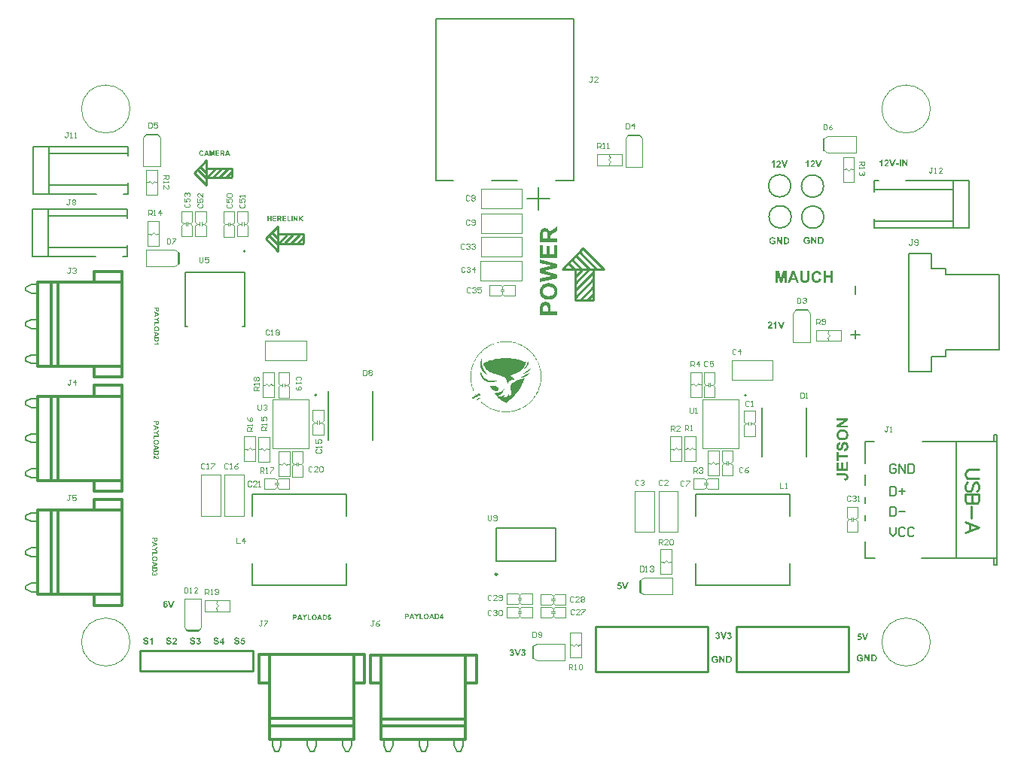
<source format=gbr>
%TF.GenerationSoftware,Altium Limited,Altium Designer,22.5.1 (42)*%
G04 Layer_Color=65535*
%FSLAX44Y44*%
%MOMM*%
%TF.SameCoordinates,15DEB0BC-4505-4058-9DE8-AE4841CA441A*%
%TF.FilePolarity,Positive*%
%TF.FileFunction,Legend,Top*%
%TF.Part,Single*%
G01*
G75*
%TA.AperFunction,NonConductor*%
%ADD68C,0.2000*%
%ADD69C,0.1000*%
%ADD70C,0.0600*%
%ADD71C,0.2540*%
%ADD72C,0.1270*%
%ADD107C,0.2500*%
%ADD108C,0.1500*%
%ADD109C,0.3000*%
%ADD110C,0.2032*%
G36*
X25735Y16939D02*
X25809Y16643D01*
X25735Y14937D01*
X25661Y14715D01*
X25476Y13862D01*
X25031Y12602D01*
X24660Y11786D01*
X24030Y10711D01*
X23993Y10674D01*
X23956Y10637D01*
X23882Y10489D01*
X23733Y10341D01*
X23659Y10192D01*
X23511Y10044D01*
X23437Y9896D01*
X22918Y9377D01*
X22844Y9229D01*
X22584Y8969D01*
X22436Y8895D01*
X21917Y8376D01*
X21769Y8302D01*
X21621Y8154D01*
X21472Y8079D01*
X21324Y7931D01*
X21176Y7857D01*
X20582Y7486D01*
X20064Y7412D01*
X20027Y7523D01*
X20731Y8450D01*
X20916Y8710D01*
X21064Y8858D01*
X21139Y9006D01*
X21287Y9154D01*
X21361Y9303D01*
X21509Y9451D01*
X21583Y9599D01*
X21732Y9748D01*
X21806Y9896D01*
X22547Y10934D01*
X22621Y11082D01*
X23140Y11898D01*
X23511Y12565D01*
X24920Y15456D01*
X25142Y15975D01*
X25290Y16346D01*
X25624Y16976D01*
X25735Y16939D01*
D02*
G37*
G36*
X28849Y9673D02*
X28775Y9154D01*
X28256Y8191D01*
X27774Y7486D01*
X27478Y7042D01*
X27366Y6930D01*
X27292Y6782D01*
X27255Y6745D01*
X27218Y6708D01*
X26996Y6485D01*
X26921Y6337D01*
X26477Y5892D01*
X26402Y5744D01*
X25921Y5262D01*
X25772Y5188D01*
X25327Y4743D01*
X25179Y4669D01*
X24957Y4447D01*
X24808Y4372D01*
X24660Y4224D01*
X24512Y4150D01*
X23993Y3779D01*
X23845Y3705D01*
X23252Y3334D01*
X22139Y2815D01*
X21621Y2593D01*
X21250Y2445D01*
X20508Y2222D01*
X19619Y2000D01*
X18877Y1926D01*
X18692Y1963D01*
X18766Y2185D01*
X19322Y2519D01*
X19470Y2593D01*
X20434Y3112D01*
X21102Y3483D01*
X21695Y3853D01*
X21843Y3928D01*
X22288Y4224D01*
X22436Y4298D01*
X23474Y5040D01*
X23622Y5114D01*
X23770Y5262D01*
X23919Y5336D01*
X24327Y5670D01*
X24660Y5929D01*
X24808Y6004D01*
X25105Y6300D01*
X25253Y6374D01*
X25550Y6671D01*
X25698Y6745D01*
X26217Y7264D01*
X26365Y7338D01*
X28738Y9711D01*
X28849Y9673D01*
D02*
G37*
G36*
X-27052Y18644D02*
X-26978Y17829D01*
X-27052Y17606D01*
X-26978Y13825D01*
X-26904Y13603D01*
X-26793Y12676D01*
X-26718Y12231D01*
X-26644Y11861D01*
X-26348Y10674D01*
X-26237Y10266D01*
X-25903Y9340D01*
X-25680Y8747D01*
X-25310Y7931D01*
X-24383Y6189D01*
X-24012Y5670D01*
X-23938Y5522D01*
X-23049Y4335D01*
X-22715Y3928D01*
X-22604Y3816D01*
X-22530Y3668D01*
X-21937Y3075D01*
X-21862Y2927D01*
X-20305Y1370D01*
X-20231Y1147D01*
X-20343Y1036D01*
X-20898Y1147D01*
X-21492Y1370D01*
X-23086Y2222D01*
X-23938Y2853D01*
X-23975Y2890D01*
X-24124Y2964D01*
X-24272Y3112D01*
X-24420Y3186D01*
X-24717Y3483D01*
X-24865Y3557D01*
X-26237Y4929D01*
X-26311Y5077D01*
X-26533Y5299D01*
X-26607Y5447D01*
X-26755Y5596D01*
X-26830Y5744D01*
X-26978Y5892D01*
X-27052Y6041D01*
X-27423Y6560D01*
X-28164Y8116D01*
X-28312Y8487D01*
X-28609Y9451D01*
X-28757Y10044D01*
X-28831Y10563D01*
X-28906Y10860D01*
X-28980Y12046D01*
X-28906Y14344D01*
X-28831Y14567D01*
X-28720Y15197D01*
X-28646Y15568D01*
X-28498Y16161D01*
X-28387Y16568D01*
X-28201Y17050D01*
X-27979Y17643D01*
X-27497Y18496D01*
X-27386Y18681D01*
X-27163Y18756D01*
X-27052Y18644D01*
D02*
G37*
G36*
X26625Y3520D02*
X26477Y3372D01*
X26180Y2853D01*
X25290Y1666D01*
X24957Y1259D01*
X23919Y221D01*
X23770Y147D01*
X23474Y-150D01*
X23326Y-224D01*
X23177Y-373D01*
X23029Y-447D01*
X22881Y-595D01*
X22362Y-891D01*
X21695Y-1262D01*
X20731Y-1707D01*
X20360Y-1855D01*
X19174Y-2226D01*
X18284Y-2448D01*
X17580Y-2560D01*
X16913Y-2634D01*
X15689Y-2671D01*
X15244Y-2522D01*
X15133Y-2411D01*
X15244Y-2300D01*
X15763Y-2078D01*
X15838D01*
X15875Y-2041D01*
X16839Y-1670D01*
X17432Y-1447D01*
X18544Y-1003D01*
X19878Y-410D01*
X20694Y-39D01*
X22473Y925D01*
X23733Y1666D01*
X24327Y2037D01*
X25661Y2927D01*
X26217Y3334D01*
X26365Y3409D01*
X26514Y3557D01*
X26625Y3520D01*
D02*
G37*
G36*
X-28387Y3594D02*
X-28312Y3446D01*
X-27349Y1592D01*
X-27052Y1073D01*
X-26681Y480D01*
X-26607Y332D01*
X-25532Y-1114D01*
X-25347Y-1373D01*
X-25050Y-1670D01*
X-24976Y-1818D01*
X-23901Y-2893D01*
X-23827D01*
X-23790Y-2930D01*
X-23382Y-3338D01*
X-23234Y-3412D01*
X-23086Y-3561D01*
X-22937Y-3635D01*
X-22789Y-3783D01*
X-22641Y-3857D01*
X-22122Y-4228D01*
X-20120Y-5192D01*
X-19749Y-5340D01*
X-18192Y-5785D01*
X-17303Y-5933D01*
X-17006Y-6007D01*
X-15004Y-6155D01*
X-12780Y-6081D01*
X-12558Y-6007D01*
X-11557Y-5896D01*
X-11112Y-5822D01*
X-10741Y-5748D01*
X-10297Y-5673D01*
X-9926Y-5599D01*
X-9481Y-5525D01*
X-9370Y-5488D01*
X-9333Y-5599D01*
X-9518Y-5785D01*
X-10630Y-6304D01*
X-11001Y-6452D01*
X-12410Y-6897D01*
X-13596Y-7193D01*
X-14485Y-7342D01*
X-14782Y-7416D01*
X-15746Y-7490D01*
X-16042Y-7564D01*
X-19230Y-7490D01*
X-19453Y-7416D01*
X-20083Y-7304D01*
X-20676Y-7156D01*
X-21937Y-6711D01*
X-22307Y-6563D01*
X-23456Y-5933D01*
X-24643Y-5043D01*
X-24939Y-4747D01*
X-25087Y-4673D01*
X-25495Y-4265D01*
X-25569Y-4117D01*
X-26014Y-3672D01*
X-26088Y-3523D01*
X-26237Y-3375D01*
X-26311Y-3227D01*
X-26459Y-3079D01*
X-26533Y-2930D01*
X-26904Y-2411D01*
X-26978Y-2263D01*
X-27423Y-1447D01*
X-27868Y-484D01*
X-28164Y258D01*
X-28387Y999D01*
X-28535Y1518D01*
X-28609Y1815D01*
X-28683Y2334D01*
X-28757Y2630D01*
X-28831Y3520D01*
X-28646Y3853D01*
X-28387Y3594D01*
D02*
G37*
G36*
X2196Y19497D02*
X4494Y19423D01*
X4717Y19349D01*
X6125Y19274D01*
X6348Y19200D01*
X7497Y19089D01*
X9499Y18793D01*
X10833Y18570D01*
X12687Y18199D01*
X12983Y18125D01*
X13354Y18051D01*
X13650Y17977D01*
X14021Y17903D01*
X15504Y17532D01*
X15912Y17421D01*
X16950Y17124D01*
X17691Y16902D01*
X18877Y16531D01*
X20842Y15827D01*
X22028Y15382D01*
X22399Y15234D01*
X22621Y15160D01*
X22473Y14567D01*
X22362Y14085D01*
X22288Y13788D01*
X22176Y13380D01*
X21843Y12454D01*
X21621Y11861D01*
X21250Y11045D01*
X20620Y9896D01*
X20249Y9377D01*
X20175Y9229D01*
X20027Y9080D01*
X19952Y8932D01*
X19619Y8524D01*
X19582Y8487D01*
Y8413D01*
X19137Y7968D01*
X19063Y7820D01*
X18062Y6819D01*
X17914Y6745D01*
X17469Y6300D01*
X17320Y6226D01*
X17098Y6004D01*
X16950Y5929D01*
X16801Y5781D01*
X16653Y5707D01*
X16505Y5559D01*
X16357Y5484D01*
X16208Y5336D01*
X16060Y5262D01*
X15022Y4521D01*
X14503Y4224D01*
X14058Y3928D01*
X13910Y3853D01*
X13317Y3483D01*
X10870Y2297D01*
X10203Y2000D01*
X9684Y1778D01*
X7089Y740D01*
X6607Y554D01*
X4754Y-187D01*
X3938Y-632D01*
X3975Y-743D01*
X4717Y-817D01*
X5236Y-891D01*
X5940Y-1003D01*
X6533Y-1151D01*
X7237Y-1485D01*
X7645Y-1818D01*
X7942Y-2115D01*
X8127Y-2893D01*
X8312Y-3153D01*
X8943Y-3561D01*
X9350Y-3894D01*
X9499Y-4042D01*
X9795Y-4636D01*
X9684Y-4747D01*
X9388Y-4821D01*
X7979Y-4895D01*
X6533Y-5080D01*
X6162Y-5155D01*
X5866Y-5229D01*
X4828Y-5599D01*
X4087Y-6044D01*
X3827Y-6230D01*
X3197Y-6860D01*
X3123Y-7008D01*
X2900Y-7230D01*
X2826Y-7379D01*
X2455Y-7898D01*
X1936Y-8862D01*
X1751Y-9121D01*
X1566Y-9084D01*
X1417Y-8565D01*
X1343Y-8268D01*
X1084Y-6600D01*
X1010Y-6230D01*
X787Y-5340D01*
X565Y-4747D01*
X417Y-4376D01*
X-139Y-3449D01*
X-473Y-3041D01*
X-584Y-2930D01*
X-658Y-2782D01*
X-770Y-2671D01*
X-918Y-2597D01*
X-1214Y-2300D01*
X-1363Y-2226D01*
X-1808Y-1929D01*
X-1956Y-1855D01*
X-2475Y-1559D01*
X-4922Y-373D01*
X-5663Y-76D01*
X-6145Y109D01*
X-7442Y517D01*
X-8406Y814D01*
X-8925Y962D01*
X-9222Y1036D01*
X-9740Y1185D01*
X-10037Y1259D01*
X-10556Y1407D01*
X-10853Y1481D01*
X-12929Y2074D01*
X-15412Y2927D01*
X-16228Y3223D01*
X-16969Y3520D01*
X-17785Y3891D01*
X-19082Y4595D01*
X-19527Y4891D01*
X-19675Y4966D01*
X-19823Y5114D01*
X-19972Y5188D01*
X-20639Y5707D01*
X-20787Y5855D01*
X-20936Y5929D01*
X-21529Y6522D01*
X-21677Y6597D01*
X-21788Y6708D01*
X-21862Y6856D01*
X-22455Y7449D01*
X-22530Y7598D01*
X-22678Y7746D01*
X-22752Y7894D01*
X-22974Y8116D01*
X-23049Y8265D01*
X-23419Y8784D01*
X-23493Y8932D01*
X-23864Y9525D01*
X-24606Y11082D01*
X-24828Y11601D01*
X-24976Y11972D01*
X-25421Y13380D01*
X-25569Y13899D01*
X-25532Y14085D01*
X-23456Y14974D01*
X-21974Y15568D01*
X-21492Y15753D01*
X-20676Y16049D01*
X-18489Y16754D01*
X-17525Y17050D01*
X-15968Y17495D01*
X-13892Y18014D01*
X-13410Y18125D01*
X-13114Y18199D01*
X-11631Y18496D01*
X-11186Y18570D01*
X-10816Y18644D01*
X-9481Y18867D01*
X-7442Y19126D01*
X-6923Y19200D01*
X-5959Y19274D01*
X-5663Y19349D01*
X-3921Y19460D01*
X-2512Y19534D01*
X1973Y19571D01*
X2196Y19497D01*
D02*
G37*
G36*
X-12632Y-11716D02*
X-12410Y-11790D01*
X-11779Y-11901D01*
X-11483Y-11975D01*
X-11075Y-12086D01*
X-10704Y-12235D01*
X-10222Y-12420D01*
X-9073Y-13050D01*
X-8925Y-13199D01*
X-8777Y-13273D01*
X-8443Y-13606D01*
X-8369Y-13755D01*
X-8146Y-14274D01*
X-8109Y-14681D01*
X-8258Y-15497D01*
X-8591Y-16127D01*
X-8925Y-16535D01*
X-9444Y-17054D01*
X-10111Y-17350D01*
X-10704Y-17499D01*
X-11816Y-17425D01*
X-12039Y-17350D01*
X-12521Y-17165D01*
X-12891Y-17017D01*
X-13707Y-16646D01*
X-13818Y-16535D01*
X-14152Y-16350D01*
X-14189Y-16313D01*
X-14337Y-16238D01*
X-14485Y-16090D01*
X-14634Y-16016D01*
X-14856Y-15793D01*
X-15004Y-15719D01*
X-15783Y-14941D01*
X-15857Y-14793D01*
X-16154Y-14496D01*
X-16228Y-14348D01*
X-16376Y-14200D01*
X-16450Y-14051D01*
X-16747Y-13606D01*
X-17488Y-12124D01*
X-17377Y-12012D01*
X-16673Y-11901D01*
X-16228Y-11827D01*
X-15227Y-11716D01*
X-14485Y-11642D01*
X-12632Y-11716D01*
D02*
G37*
G36*
X-29276Y-19834D02*
X-29202Y-19982D01*
X-28683Y-20798D01*
X-28609Y-20946D01*
X-28461Y-21317D01*
X-28535Y-21465D01*
X-28794Y-21725D01*
X-28943Y-21799D01*
X-29758Y-22318D01*
X-29906Y-22392D01*
X-30351Y-22688D01*
X-30500Y-22763D01*
X-30944Y-23059D01*
X-31093Y-23133D01*
X-31537Y-23430D01*
X-31686Y-23504D01*
X-32019Y-23763D01*
X-31945Y-24579D01*
X-31575Y-25098D01*
X-31500Y-25246D01*
X-31389Y-25432D01*
X-30722Y-25061D01*
X-29906Y-24542D01*
X-29610Y-24616D01*
X-29499Y-24727D01*
X-29425Y-24876D01*
X-29128Y-25320D01*
X-29054Y-25617D01*
X-29313Y-25877D01*
X-29462Y-25951D01*
X-30277Y-26470D01*
X-30425Y-26544D01*
X-30611Y-26655D01*
X-30537Y-26877D01*
X-30722Y-26914D01*
X-30944Y-26840D01*
X-31093Y-26988D01*
X-31241Y-27063D01*
X-32057Y-27582D01*
X-32501Y-27804D01*
X-32687Y-27619D01*
X-32983Y-27100D01*
X-33131Y-26877D01*
Y-26803D01*
X-33057Y-26507D01*
X-31871Y-25765D01*
X-31649Y-25617D01*
X-32019Y-24950D01*
X-32353Y-24542D01*
X-32909Y-24283D01*
X-33725Y-24801D01*
X-36097Y-26284D01*
X-36505Y-26470D01*
X-36801Y-26395D01*
X-37061Y-26136D01*
X-37654Y-25098D01*
X-37728Y-24801D01*
X-37469Y-24468D01*
X-37320Y-24394D01*
X-36505Y-23875D01*
X-36357Y-23800D01*
X-35912Y-23504D01*
X-35763Y-23430D01*
X-35319Y-23133D01*
X-35170Y-23059D01*
X-34725Y-22763D01*
X-34577Y-22688D01*
X-34244Y-22429D01*
X-34318Y-21243D01*
X-34244Y-21094D01*
X-34207Y-21057D01*
X-33280Y-21762D01*
X-33169Y-21799D01*
X-32353Y-21280D01*
X-32205Y-21206D01*
X-31760Y-20909D01*
X-31612Y-20835D01*
X-31167Y-20538D01*
X-31019Y-20464D01*
X-30574Y-20168D01*
X-30425Y-20094D01*
X-29981Y-19797D01*
X-29610Y-19649D01*
X-29276Y-19834D01*
D02*
G37*
G36*
X20842Y-3375D02*
X20694Y-3746D01*
X20360Y-4673D01*
X20138Y-5266D01*
X19396Y-7119D01*
X19026Y-7935D01*
X18877Y-8305D01*
X18692Y-8713D01*
X16839Y-12346D01*
X16468Y-13013D01*
X16171Y-13532D01*
X15800Y-14125D01*
X15726Y-14274D01*
X15430Y-14719D01*
X15356Y-14867D01*
X14985Y-15386D01*
X14688Y-15905D01*
X14318Y-16424D01*
X14244Y-16572D01*
X12798Y-18537D01*
X12613Y-18796D01*
X12093Y-19463D01*
X11760Y-19871D01*
X11575Y-20131D01*
X11426Y-20279D01*
X11352Y-20427D01*
X11130Y-20650D01*
X11056Y-20798D01*
X10685Y-21169D01*
X10611Y-21317D01*
X10240Y-21688D01*
X10166Y-21836D01*
X9647Y-22355D01*
X9573Y-22503D01*
X8609Y-23467D01*
X8535Y-23615D01*
X6941Y-25209D01*
X6793Y-25283D01*
X5903Y-26173D01*
X5755Y-26247D01*
X5236Y-26766D01*
X5087Y-26840D01*
X4717Y-27211D01*
X4568Y-27285D01*
X4198Y-27656D01*
X4049Y-27730D01*
X3827Y-27952D01*
X3679Y-28026D01*
X3382Y-28323D01*
X3234Y-28397D01*
X3011Y-28620D01*
X2863Y-28694D01*
X2715Y-28842D01*
X2567Y-28916D01*
X2344Y-29139D01*
X2196Y-29213D01*
X2048Y-29361D01*
X1899Y-29435D01*
X1751Y-29583D01*
X1603Y-29657D01*
X46Y-30770D01*
X-251Y-30696D01*
X-1066Y-30251D01*
X-1734Y-29880D01*
X-2252Y-29583D01*
X-3068Y-29064D01*
X-3216Y-28990D01*
X-3735Y-28620D01*
X-3884Y-28545D01*
X-4032Y-28397D01*
X-4180Y-28323D01*
X-5626Y-27248D01*
X-5737Y-27137D01*
X-5885Y-27063D01*
X-6182Y-26766D01*
X-6330Y-26692D01*
X-6553Y-26470D01*
X-6701Y-26395D01*
X-7294Y-25802D01*
X-7442Y-25728D01*
X-9110Y-24060D01*
X-9147Y-24023D01*
X-9481Y-23689D01*
X-9555Y-23541D01*
X-10000Y-23096D01*
X-10074Y-22948D01*
X-10371Y-22651D01*
X-10445Y-22503D01*
X-10741Y-22206D01*
X-10816Y-22058D01*
X-10964Y-21910D01*
X-11038Y-21762D01*
X-11186Y-21613D01*
X-11260Y-21465D01*
X-11409Y-21317D01*
X-11483Y-21169D01*
X-11631Y-21020D01*
X-11705Y-20872D01*
X-11853Y-20724D01*
X-11928Y-20575D01*
X-12298Y-20057D01*
X-12447Y-19760D01*
X-11557Y-19686D01*
X-10741Y-19612D01*
X-9407Y-19389D01*
X-9110Y-19315D01*
X-8703Y-19204D01*
X-7553Y-18796D01*
X-6738Y-18425D01*
X-6108Y-18092D01*
X-4996Y-17350D01*
X-4588Y-17017D01*
X-4328Y-16831D01*
X-3884Y-16387D01*
X-3735Y-16313D01*
X-3179Y-15756D01*
X-3105Y-15608D01*
X-2030Y-14533D01*
X-1845Y-14570D01*
X-1770Y-14867D01*
X-1845Y-15089D01*
X-1956Y-15497D01*
X-2141Y-15979D01*
X-2957Y-17536D01*
X-3587Y-18463D01*
X-3884Y-18907D01*
X-3995Y-19019D01*
X-4069Y-19167D01*
X-4365Y-19463D01*
X-4440Y-19612D01*
X-5033Y-20205D01*
X-5107Y-20353D01*
X-5218Y-20464D01*
X-5366Y-20538D01*
X-5959Y-21131D01*
X-6108Y-21206D01*
X-6330Y-21428D01*
X-6478Y-21502D01*
X-6701Y-21725D01*
X-6849Y-21799D01*
X-7368Y-22169D01*
X-7516Y-22244D01*
X-8109Y-22614D01*
X-8480Y-22837D01*
X-8109Y-22985D01*
X-7591Y-23133D01*
X-7294Y-23207D01*
X-6775Y-23282D01*
X-4922Y-23207D01*
X-4699Y-23133D01*
X-3995Y-22874D01*
X-2994Y-22318D01*
X-2846Y-22169D01*
X-2697Y-22095D01*
X-1770Y-21169D01*
X-1696Y-21020D01*
X-1511Y-20835D01*
X-1437Y-21131D01*
X-1400Y-21688D01*
X-1474Y-21910D01*
X-1585Y-22466D01*
X-1734Y-22837D01*
X-1845Y-22948D01*
X-2141Y-23467D01*
X-2549Y-23875D01*
X-2697Y-23949D01*
X-2846Y-24097D01*
X-3253Y-24283D01*
X-3216Y-24394D01*
X-2734Y-24505D01*
X-2364Y-24579D01*
X-992Y-24616D01*
X-770Y-24542D01*
X-362Y-24431D01*
X9Y-24283D01*
X639Y-23949D01*
X1047Y-23615D01*
X1714Y-22948D01*
X1788Y-22800D01*
X2085Y-22355D01*
X2381Y-21613D01*
X2530Y-21094D01*
X2604Y-20798D01*
X2678Y-20205D01*
X2789Y-20168D01*
X2900Y-20279D01*
X2974Y-20427D01*
X3123Y-20575D01*
X3493Y-21391D01*
X3568Y-21688D01*
X3642Y-22206D01*
X3568Y-23170D01*
X3493Y-23319D01*
X3605Y-23356D01*
X4865Y-22688D01*
X5532Y-22169D01*
X6014Y-21688D01*
X6237Y-21169D01*
X6311Y-20872D01*
X6385Y-20353D01*
X6311Y-18796D01*
X6237Y-18574D01*
X6125Y-18092D01*
X6051Y-17795D01*
X5940Y-17387D01*
X5495Y-15979D01*
X5347Y-15460D01*
X5273Y-15163D01*
X5161Y-14681D01*
X5013Y-13792D01*
X4976Y-11827D01*
X5050Y-11605D01*
X5124Y-11160D01*
X5199Y-10937D01*
X5347Y-10567D01*
X5792Y-9751D01*
X5940Y-9603D01*
X6014Y-9455D01*
X6496Y-8973D01*
X6644Y-8899D01*
X6793Y-8750D01*
X6941Y-8676D01*
X7534Y-8305D01*
X7682Y-8231D01*
X8275Y-7861D01*
X8943Y-7490D01*
X9536Y-7119D01*
X10351Y-6674D01*
X11612Y-6007D01*
X13169Y-5266D01*
X13687Y-5043D01*
X14429Y-4747D01*
X16282Y-4154D01*
X16801Y-4005D01*
X17394Y-3857D01*
X17876Y-3746D01*
X18247Y-3672D01*
X18544Y-3598D01*
X18988Y-3523D01*
X19359Y-3449D01*
X19804Y-3375D01*
X20768Y-3227D01*
X20805Y-3190D01*
X20842Y-3375D01*
D02*
G37*
G36*
X2122Y38477D02*
X3864Y38365D01*
X4531Y38291D01*
X5717Y38143D01*
X7497Y37846D01*
X8238Y37698D01*
X8831Y37550D01*
X9202Y37476D01*
X10388Y37179D01*
X10796Y37068D01*
X11093Y36994D01*
X12279Y36623D01*
X13650Y36141D01*
X14392Y35845D01*
X14985Y35622D01*
X15356Y35474D01*
X16171Y35103D01*
X16542Y34955D01*
X16950Y34770D01*
X19248Y33583D01*
X20286Y32990D01*
X21102Y32471D01*
X21250Y32397D01*
X21769Y32027D01*
X22288Y31730D01*
X22436Y31582D01*
X22584Y31507D01*
X24030Y30433D01*
X24290Y30247D01*
X24697Y29913D01*
X24957Y29728D01*
X25364Y29395D01*
X25550Y29209D01*
X25698Y29135D01*
X26069Y28764D01*
X26217Y28690D01*
X26588Y28319D01*
X26736Y28245D01*
X27996Y26985D01*
X28145Y26911D01*
X28256Y26800D01*
X28330Y26651D01*
X29590Y25391D01*
X29665Y25243D01*
X30035Y24872D01*
X30109Y24724D01*
X30480Y24353D01*
X30554Y24205D01*
X30925Y23834D01*
X30999Y23686D01*
X31147Y23537D01*
X31221Y23389D01*
X31444Y23167D01*
X31518Y23019D01*
X31741Y22796D01*
X31815Y22648D01*
X31963Y22499D01*
X32037Y22351D01*
X32185Y22203D01*
X32260Y22055D01*
X33372Y20498D01*
X33668Y19979D01*
X33965Y19534D01*
X34039Y19386D01*
X34335Y18941D01*
X34854Y17977D01*
X35151Y17458D01*
X36411Y14863D01*
X36708Y14196D01*
X37301Y12713D01*
X37486Y12231D01*
X38191Y10044D01*
X38265Y9748D01*
X38561Y8710D01*
X38784Y7820D01*
X38895Y7338D01*
X38969Y6967D01*
X39043Y6671D01*
X39117Y6300D01*
X39414Y4521D01*
X39636Y2741D01*
X39785Y814D01*
X39822Y-3449D01*
X39748Y-3672D01*
X39636Y-5414D01*
X39488Y-6600D01*
X39414Y-7267D01*
X39340Y-7638D01*
X39117Y-8973D01*
X39043Y-9343D01*
X38969Y-9640D01*
X38895Y-10011D01*
X38821Y-10307D01*
X38747Y-10678D01*
X38524Y-11567D01*
X38413Y-11975D01*
X38339Y-12272D01*
X38191Y-12791D01*
X37338Y-15274D01*
X37190Y-15645D01*
X36967Y-16238D01*
X36671Y-16980D01*
X36485Y-17387D01*
X36189Y-18055D01*
X34780Y-20798D01*
X34187Y-21836D01*
X32778Y-23986D01*
X32408Y-24505D01*
X32334Y-24653D01*
X32185Y-24801D01*
X32111Y-24950D01*
X31778Y-25357D01*
X31592Y-25617D01*
X31259Y-26025D01*
X31073Y-26284D01*
X30925Y-26432D01*
X30851Y-26581D01*
X30628Y-26803D01*
X30554Y-26951D01*
X30109Y-27396D01*
X30035Y-27545D01*
X29665Y-27915D01*
X29590Y-28063D01*
X28478Y-29176D01*
X28404Y-29324D01*
X27848Y-29880D01*
X27700Y-29954D01*
X26588Y-31066D01*
X26439Y-31140D01*
X26069Y-31511D01*
X25921Y-31585D01*
X25476Y-32030D01*
X25327Y-32104D01*
X25105Y-32327D01*
X24957Y-32401D01*
X24734Y-32623D01*
X24586Y-32697D01*
X24364Y-32920D01*
X24215Y-32994D01*
X24067Y-33142D01*
X23919Y-33216D01*
X23696Y-33439D01*
X23548Y-33513D01*
X21991Y-34625D01*
X21843Y-34699D01*
X21398Y-34996D01*
X21250Y-35070D01*
X20731Y-35440D01*
X19915Y-35885D01*
X18877Y-36478D01*
X15986Y-37887D01*
X14948Y-38332D01*
X14577Y-38480D01*
X14095Y-38665D01*
X13725Y-38814D01*
X11315Y-39592D01*
X10796Y-39741D01*
X10500Y-39815D01*
X9981Y-39963D01*
X9091Y-40185D01*
X8609Y-40297D01*
X8238Y-40371D01*
X7942Y-40445D01*
X7571Y-40519D01*
X6237Y-40741D01*
X5866Y-40816D01*
X5199Y-40890D01*
X4012Y-41038D01*
X2085Y-41186D01*
X-2178Y-41223D01*
X-2401Y-41149D01*
X-4143Y-41038D01*
X-5922Y-40816D01*
X-7702Y-40519D01*
X-7998Y-40445D01*
X-8740Y-40297D01*
X-9036Y-40222D01*
X-9407Y-40148D01*
X-10000Y-40000D01*
X-10408Y-39889D01*
X-10704Y-39815D01*
X-11742Y-39518D01*
X-13781Y-38814D01*
X-14152Y-38665D01*
X-15338Y-38221D01*
X-15746Y-38035D01*
X-16784Y-37590D01*
X-19379Y-36256D01*
X-20046Y-35885D01*
X-20639Y-35515D01*
X-20787Y-35440D01*
X-21232Y-35144D01*
X-21380Y-35070D01*
X-21825Y-34773D01*
X-21974Y-34699D01*
X-22122Y-34551D01*
X-22270Y-34477D01*
X-22789Y-34106D01*
X-22937Y-34032D01*
X-24124Y-33142D01*
X-25050Y-32438D01*
X-25161Y-32327D01*
X-25310Y-32252D01*
X-25680Y-31882D01*
X-25829Y-31808D01*
X-26125Y-31511D01*
X-26274Y-31437D01*
X-26793Y-30918D01*
X-26941Y-30844D01*
X-27868Y-29917D01*
X-27794Y-29769D01*
X-27460Y-29435D01*
X-27312Y-29509D01*
X-26644Y-30176D01*
X-26496Y-30251D01*
X-25829Y-30918D01*
X-25680Y-30992D01*
X-25384Y-31289D01*
X-25236Y-31363D01*
X-24865Y-31734D01*
X-24717Y-31808D01*
X-24420Y-32104D01*
X-24272Y-32178D01*
X-24124Y-32327D01*
X-23975Y-32401D01*
X-23827Y-32549D01*
X-23679Y-32623D01*
X-23530Y-32771D01*
X-23382Y-32846D01*
X-23234Y-32994D01*
X-23086Y-33068D01*
X-22937Y-33216D01*
X-22789Y-33290D01*
X-21751Y-34032D01*
X-21603Y-34106D01*
X-21158Y-34402D01*
X-21010Y-34477D01*
X-20565Y-34773D01*
X-20417Y-34847D01*
X-19972Y-35144D01*
X-19823Y-35218D01*
X-18489Y-35959D01*
X-15894Y-37220D01*
X-14856Y-37665D01*
X-14485Y-37813D01*
X-14003Y-37998D01*
X-13410Y-38221D01*
X-11223Y-38925D01*
X-10704Y-39073D01*
X-10408Y-39147D01*
X-9889Y-39296D01*
X-8999Y-39518D01*
X-8517Y-39629D01*
X-8146Y-39704D01*
X-7850Y-39778D01*
X-7479Y-39852D01*
X-5700Y-40148D01*
X-5033Y-40222D01*
X-4440Y-40297D01*
X-3772Y-40371D01*
X-2734Y-40445D01*
X-1252Y-40519D01*
X1010Y-40556D01*
X1232Y-40482D01*
X3530Y-40408D01*
X3753Y-40334D01*
X4902Y-40222D01*
X5495Y-40148D01*
X6459Y-40000D01*
X6830Y-39926D01*
X7719Y-39778D01*
X8016Y-39704D01*
X8387Y-39629D01*
X8980Y-39481D01*
X9350Y-39407D01*
X9944Y-39259D01*
X10351Y-39147D01*
X11389Y-38851D01*
X13650Y-38072D01*
X15504Y-37331D01*
X16875Y-36701D01*
X18877Y-35663D01*
X19915Y-35070D01*
X20731Y-34551D01*
X20879Y-34477D01*
X21398Y-34106D01*
X21546Y-34032D01*
X22065Y-33661D01*
X22214Y-33587D01*
X23659Y-32512D01*
X23919Y-32327D01*
X24327Y-31993D01*
X24586Y-31808D01*
X24734Y-31659D01*
X24883Y-31585D01*
X25179Y-31289D01*
X25327Y-31214D01*
X25772Y-30770D01*
X25921Y-30696D01*
X26514Y-30102D01*
X26662Y-30028D01*
X28775Y-27915D01*
X28849Y-27767D01*
X29368Y-27248D01*
X29442Y-27100D01*
X29887Y-26655D01*
X29961Y-26507D01*
X30258Y-26210D01*
X30332Y-26062D01*
X30554Y-25839D01*
X30628Y-25691D01*
X30851Y-25469D01*
X30925Y-25320D01*
X31073Y-25172D01*
X31147Y-25024D01*
X31370Y-24801D01*
X31444Y-24653D01*
X32556Y-23096D01*
X32630Y-22948D01*
X33001Y-22429D01*
X33075Y-22281D01*
X33594Y-21465D01*
X33668Y-21317D01*
X34261Y-20279D01*
X35077Y-18722D01*
X35670Y-17462D01*
X36041Y-16646D01*
X36634Y-15163D01*
X36819Y-14681D01*
X37449Y-12717D01*
X37894Y-11160D01*
X38042Y-10567D01*
X38154Y-10085D01*
X38228Y-9788D01*
X38302Y-9417D01*
X38376Y-9121D01*
X38524Y-8231D01*
X38598Y-7861D01*
X38672Y-7416D01*
X38784Y-6415D01*
X38858Y-6118D01*
X38969Y-4969D01*
X39043Y-4005D01*
X39117Y-2448D01*
X39154Y-261D01*
X39080Y-39D01*
X39006Y2260D01*
X38932Y2482D01*
X38821Y3631D01*
X38747Y4224D01*
X38598Y5188D01*
X38524Y5559D01*
X38450Y6004D01*
X38302Y6745D01*
X38228Y7042D01*
X38154Y7412D01*
X38005Y8005D01*
X37931Y8376D01*
X37820Y8784D01*
X37672Y9303D01*
X37597Y9599D01*
X37449Y10118D01*
X36967Y11490D01*
X36597Y12528D01*
X36300Y13269D01*
X36078Y13862D01*
X35336Y15493D01*
X34039Y17977D01*
X33446Y19015D01*
X33075Y19534D01*
X33001Y19682D01*
X32111Y21017D01*
X31036Y22462D01*
X30851Y22722D01*
X30740Y22907D01*
X30703Y22944D01*
X30480Y23167D01*
X30406Y23315D01*
X30184Y23537D01*
X30109Y23686D01*
X29739Y24056D01*
X29665Y24205D01*
X29294Y24575D01*
X29220Y24724D01*
X28404Y25539D01*
X28330Y25687D01*
X26884Y27133D01*
X26736Y27207D01*
X25995Y27949D01*
X25846Y28023D01*
X25402Y28468D01*
X25253Y28542D01*
X24883Y28913D01*
X24734Y28987D01*
X24512Y29209D01*
X24364Y29283D01*
X24141Y29506D01*
X23993Y29580D01*
X23845Y29728D01*
X23696Y29802D01*
X23474Y30025D01*
X23326Y30099D01*
X23177Y30247D01*
X23029Y30321D01*
X21472Y31433D01*
X20953Y31730D01*
X20434Y32101D01*
X19619Y32545D01*
X19100Y32842D01*
X18507Y33213D01*
X16357Y34251D01*
X15541Y34621D01*
X15022Y34844D01*
X13910Y35289D01*
X13428Y35474D01*
X11019Y36252D01*
X10500Y36401D01*
X10203Y36475D01*
X9684Y36623D01*
X9091Y36771D01*
X8609Y36883D01*
X8016Y37031D01*
X7645Y37105D01*
X6755Y37253D01*
X6385Y37327D01*
X5940Y37402D01*
X5347Y37476D01*
X4346Y37587D01*
X4049Y37661D01*
X2455Y37772D01*
X528Y37846D01*
X-621Y37884D01*
X-844Y37809D01*
X-3513Y37735D01*
X-3735Y37661D01*
X-4847Y37587D01*
X-5070Y37513D01*
X-6071Y37402D01*
X-6515Y37327D01*
X-6886Y37253D01*
X-7331Y37179D01*
X-8443Y36957D01*
X-9036Y36808D01*
X-9407Y36734D01*
X-10000Y36586D01*
X-10408Y36475D01*
X-11446Y36178D01*
X-13707Y35400D01*
X-14448Y35103D01*
X-15042Y34881D01*
X-15412Y34732D01*
X-16636Y34176D01*
X-19230Y32842D01*
X-19749Y32545D01*
X-20343Y32175D01*
X-20491Y32101D01*
X-22233Y30951D01*
X-22678Y30655D01*
X-22789Y30544D01*
X-22937Y30470D01*
X-23864Y29765D01*
X-24124Y29580D01*
X-24272Y29432D01*
X-24420Y29357D01*
X-24643Y29135D01*
X-24791Y29061D01*
X-24939Y28913D01*
X-25087Y28838D01*
X-25532Y28394D01*
X-25680Y28319D01*
X-26051Y27949D01*
X-26200Y27875D01*
X-27163Y26911D01*
X-27312Y26837D01*
X-28312Y25836D01*
X-28387Y25687D01*
X-29276Y24798D01*
X-29350Y24650D01*
X-29795Y24205D01*
X-29869Y24056D01*
X-30314Y23612D01*
X-30388Y23463D01*
X-30537Y23315D01*
X-30611Y23167D01*
X-30833Y22944D01*
X-30907Y22796D01*
X-31130Y22574D01*
X-31204Y22425D01*
X-31352Y22277D01*
X-31426Y22129D01*
X-31575Y21981D01*
X-31649Y21832D01*
X-31797Y21684D01*
X-31871Y21536D01*
X-32613Y20498D01*
X-32687Y20350D01*
X-33057Y19830D01*
X-33131Y19682D01*
X-33428Y19237D01*
X-33502Y19089D01*
X-33873Y18496D01*
X-33947Y18348D01*
X-34244Y17829D01*
X-34614Y17162D01*
X-35949Y14418D01*
X-36245Y13751D01*
X-36394Y13380D01*
X-36579Y12898D01*
X-36876Y12157D01*
X-37580Y9970D01*
X-38025Y8413D01*
X-38173Y7820D01*
X-38284Y7338D01*
X-38358Y7042D01*
X-38581Y5929D01*
X-38655Y5484D01*
X-38729Y5114D01*
X-38803Y4669D01*
X-39026Y2890D01*
X-39100Y2148D01*
X-39174Y1185D01*
X-39285Y-1892D01*
X-39211Y-2115D01*
X-39137Y-4858D01*
X-39063Y-5080D01*
X-38951Y-6230D01*
X-38877Y-6823D01*
X-38729Y-7786D01*
X-38655Y-8231D01*
X-38581Y-8602D01*
X-38507Y-9047D01*
X-38433Y-9417D01*
X-38358Y-9714D01*
X-38284Y-10085D01*
X-37839Y-11864D01*
X-37654Y-12494D01*
X-37506Y-13013D01*
X-36653Y-15423D01*
X-36505Y-15793D01*
X-36245Y-16424D01*
X-35949Y-17165D01*
X-36060Y-17276D01*
X-36505Y-17499D01*
X-36616Y-17387D01*
X-36801Y-16906D01*
X-36950Y-16535D01*
X-37209Y-15905D01*
X-37357Y-15534D01*
X-37543Y-15052D01*
X-38062Y-13569D01*
X-38136Y-13273D01*
X-38247Y-12865D01*
X-38470Y-12124D01*
X-38618Y-11605D01*
X-38840Y-10715D01*
X-38951Y-10233D01*
X-39100Y-9640D01*
X-39174Y-9269D01*
X-39248Y-8824D01*
X-39322Y-8454D01*
X-39396Y-8009D01*
X-39470Y-7638D01*
X-39582Y-6637D01*
X-39656Y-6341D01*
X-39767Y-5266D01*
X-39841Y-4302D01*
X-39915Y-3041D01*
X-39952Y628D01*
X-39878Y851D01*
X-39767Y2593D01*
X-39693Y3186D01*
X-39619Y3853D01*
X-39545Y4447D01*
X-39322Y5781D01*
X-39248Y6152D01*
X-39174Y6597D01*
X-39100Y6893D01*
X-39026Y7264D01*
X-38951Y7560D01*
X-38877Y7931D01*
X-38655Y8821D01*
X-38544Y9229D01*
X-38470Y9525D01*
X-38321Y10044D01*
X-37394Y12750D01*
X-37098Y13492D01*
X-36876Y14085D01*
X-36690Y14492D01*
X-36394Y15160D01*
X-34763Y18348D01*
X-34466Y18867D01*
X-34095Y19460D01*
X-34021Y19608D01*
X-33725Y20053D01*
X-33651Y20201D01*
X-33280Y20720D01*
X-33206Y20868D01*
X-32464Y21906D01*
X-32390Y22055D01*
X-32242Y22203D01*
X-32168Y22351D01*
X-32019Y22499D01*
X-31945Y22648D01*
X-31797Y22796D01*
X-31723Y22944D01*
X-31500Y23167D01*
X-31426Y23315D01*
X-31204Y23537D01*
X-31130Y23686D01*
X-30982Y23834D01*
X-30907Y23982D01*
X-30537Y24353D01*
X-30463Y24501D01*
X-30092Y24872D01*
X-30018Y25020D01*
X-29573Y25465D01*
X-29499Y25613D01*
X-26941Y28171D01*
X-26793Y28245D01*
X-26348Y28690D01*
X-26200Y28764D01*
X-25829Y29135D01*
X-25680Y29209D01*
X-25310Y29580D01*
X-25161Y29654D01*
X-25013Y29802D01*
X-24865Y29876D01*
X-24643Y30099D01*
X-24494Y30173D01*
X-24272Y30395D01*
X-24124Y30470D01*
X-23975Y30618D01*
X-23827Y30692D01*
X-23679Y30840D01*
X-23530Y30914D01*
X-23382Y31063D01*
X-23234Y31137D01*
X-22196Y31878D01*
X-22048Y31952D01*
X-21529Y32323D01*
X-21010Y32620D01*
X-20417Y32990D01*
X-20268Y33064D01*
X-19230Y33658D01*
X-15894Y35289D01*
X-15227Y35585D01*
X-14745Y35770D01*
X-14003Y36067D01*
X-11372Y36920D01*
X-10334Y37216D01*
X-9147Y37513D01*
X-8666Y37624D01*
X-8295Y37698D01*
X-7998Y37772D01*
X-7628Y37846D01*
X-5848Y38143D01*
X-5255Y38217D01*
X-4588Y38291D01*
X-3995Y38365D01*
X-2067Y38514D01*
X1899Y38551D01*
X2122Y38477D01*
D02*
G37*
G36*
X-404686Y-294799D02*
X-404557Y-294811D01*
X-404417Y-294823D01*
X-404265Y-294846D01*
X-404101Y-294870D01*
X-403750Y-294940D01*
X-403386Y-295057D01*
X-403211Y-295127D01*
X-403047Y-295221D01*
X-402883Y-295315D01*
X-402743Y-295432D01*
X-402731Y-295443D01*
X-402707Y-295467D01*
X-402672Y-295502D01*
X-402625Y-295549D01*
X-402567Y-295607D01*
X-402508Y-295689D01*
X-402438Y-295783D01*
X-402368Y-295888D01*
X-402298Y-296005D01*
X-402239Y-296134D01*
X-402110Y-296415D01*
X-402063Y-296579D01*
X-402016Y-296755D01*
X-401981Y-296942D01*
X-401970Y-297129D01*
X-403527Y-297188D01*
Y-297176D01*
Y-297165D01*
X-403550Y-297094D01*
X-403574Y-296989D01*
X-403621Y-296860D01*
X-403679Y-296720D01*
X-403750Y-296579D01*
X-403843Y-296450D01*
X-403960Y-296345D01*
X-403972Y-296333D01*
X-404019Y-296298D01*
X-404089Y-296263D01*
X-404194Y-296204D01*
X-404335Y-296158D01*
X-404499Y-296122D01*
X-404698Y-296087D01*
X-404932Y-296076D01*
X-405037D01*
X-405166Y-296087D01*
X-405318Y-296111D01*
X-405482Y-296146D01*
X-405658Y-296193D01*
X-405834Y-296263D01*
X-405986Y-296357D01*
X-405998Y-296368D01*
X-406021Y-296392D01*
X-406056Y-296427D01*
X-406103Y-296486D01*
X-406150Y-296556D01*
X-406185Y-296638D01*
X-406208Y-296731D01*
X-406220Y-296837D01*
Y-296849D01*
Y-296884D01*
X-406208Y-296930D01*
X-406197Y-297001D01*
X-406162Y-297071D01*
X-406127Y-297153D01*
X-406068Y-297223D01*
X-405998Y-297305D01*
X-405986Y-297317D01*
X-405939Y-297352D01*
X-405845Y-297399D01*
X-405787Y-297422D01*
X-405705Y-297457D01*
X-405623Y-297504D01*
X-405518Y-297539D01*
X-405412Y-297586D01*
X-405272Y-297621D01*
X-405131Y-297668D01*
X-404967Y-297715D01*
X-404780Y-297773D01*
X-404581Y-297820D01*
X-404569D01*
X-404534Y-297832D01*
X-404476Y-297844D01*
X-404394Y-297867D01*
X-404300Y-297891D01*
X-404194Y-297926D01*
X-403949Y-297984D01*
X-403667Y-298078D01*
X-403398Y-298160D01*
X-403129Y-298265D01*
X-403012Y-298312D01*
X-402906Y-298371D01*
X-402895D01*
X-402883Y-298382D01*
X-402813Y-298417D01*
X-402719Y-298488D01*
X-402602Y-298570D01*
X-402462Y-298687D01*
X-402321Y-298816D01*
X-402192Y-298980D01*
X-402063Y-299155D01*
X-402052Y-299179D01*
X-402016Y-299237D01*
X-401958Y-299354D01*
X-401899Y-299495D01*
X-401853Y-299670D01*
X-401794Y-299881D01*
X-401759Y-300115D01*
X-401747Y-300373D01*
Y-300385D01*
Y-300408D01*
Y-300443D01*
Y-300490D01*
X-401771Y-300619D01*
X-401794Y-300783D01*
X-401841Y-300970D01*
X-401899Y-301181D01*
X-401993Y-301403D01*
X-402122Y-301626D01*
Y-301638D01*
X-402134Y-301649D01*
X-402192Y-301720D01*
X-402274Y-301825D01*
X-402391Y-301942D01*
X-402532Y-302083D01*
X-402719Y-302223D01*
X-402918Y-302364D01*
X-403164Y-302481D01*
X-403176D01*
X-403199Y-302492D01*
X-403234Y-302504D01*
X-403281Y-302528D01*
X-403351Y-302539D01*
X-403422Y-302563D01*
X-403515Y-302586D01*
X-403621Y-302610D01*
X-403867Y-302668D01*
X-404148Y-302703D01*
X-404464Y-302738D01*
X-404827Y-302750D01*
X-404967D01*
X-405073Y-302738D01*
X-405190Y-302727D01*
X-405330Y-302715D01*
X-405482Y-302691D01*
X-405658Y-302668D01*
X-406021Y-302586D01*
X-406208Y-302528D01*
X-406396Y-302469D01*
X-406571Y-302387D01*
X-406747Y-302305D01*
X-406923Y-302200D01*
X-407075Y-302083D01*
X-407087Y-302071D01*
X-407110Y-302047D01*
X-407145Y-302012D01*
X-407204Y-301954D01*
X-407262Y-301884D01*
X-407333Y-301801D01*
X-407403Y-301696D01*
X-407485Y-301591D01*
X-407567Y-301450D01*
X-407649Y-301310D01*
X-407719Y-301146D01*
X-407801Y-300970D01*
X-407859Y-300783D01*
X-407918Y-300572D01*
X-407965Y-300350D01*
X-408000Y-300115D01*
X-406489Y-299963D01*
Y-299975D01*
X-406478Y-299998D01*
Y-300033D01*
X-406466Y-300092D01*
X-406431Y-300221D01*
X-406372Y-300396D01*
X-406302Y-300572D01*
X-406208Y-300759D01*
X-406091Y-300935D01*
X-405951Y-301087D01*
X-405927Y-301099D01*
X-405869Y-301146D01*
X-405775Y-301193D01*
X-405646Y-301263D01*
X-405482Y-301321D01*
X-405295Y-301380D01*
X-405073Y-301427D01*
X-404815Y-301439D01*
X-404686D01*
X-404557Y-301427D01*
X-404394Y-301403D01*
X-404206Y-301357D01*
X-404019Y-301310D01*
X-403843Y-301228D01*
X-403691Y-301122D01*
X-403679Y-301111D01*
X-403632Y-301064D01*
X-403574Y-301005D01*
X-403492Y-300912D01*
X-403422Y-300806D01*
X-403363Y-300677D01*
X-403316Y-300537D01*
X-403304Y-300385D01*
Y-300373D01*
Y-300338D01*
X-403316Y-300291D01*
X-403328Y-300221D01*
X-403375Y-300080D01*
X-403410Y-299998D01*
X-403469Y-299928D01*
X-403480Y-299916D01*
X-403504Y-299893D01*
X-403539Y-299858D01*
X-403597Y-299811D01*
X-403679Y-299752D01*
X-403773Y-299706D01*
X-403890Y-299647D01*
X-404030Y-299589D01*
X-404042D01*
X-404089Y-299565D01*
X-404171Y-299542D01*
X-404288Y-299506D01*
X-404358Y-299483D01*
X-404452Y-299460D01*
X-404546Y-299436D01*
X-404663Y-299401D01*
X-404792Y-299366D01*
X-404932Y-299331D01*
X-405084Y-299296D01*
X-405260Y-299249D01*
X-405272D01*
X-405318Y-299237D01*
X-405377Y-299214D01*
X-405459Y-299190D01*
X-405564Y-299167D01*
X-405681Y-299132D01*
X-405939Y-299038D01*
X-406232Y-298933D01*
X-406525Y-298804D01*
X-406782Y-298652D01*
X-406899Y-298570D01*
X-407005Y-298488D01*
X-407016Y-298476D01*
X-407040Y-298453D01*
X-407075Y-298417D01*
X-407110Y-298371D01*
X-407169Y-298312D01*
X-407227Y-298242D01*
X-407286Y-298148D01*
X-407356Y-298055D01*
X-407485Y-297832D01*
X-407602Y-297563D01*
X-407637Y-297422D01*
X-407672Y-297270D01*
X-407696Y-297106D01*
X-407707Y-296942D01*
Y-296930D01*
Y-296919D01*
Y-296884D01*
Y-296837D01*
X-407684Y-296731D01*
X-407660Y-296579D01*
X-407625Y-296415D01*
X-407567Y-296228D01*
X-407485Y-296040D01*
X-407379Y-295841D01*
Y-295830D01*
X-407368Y-295818D01*
X-407321Y-295760D01*
X-407239Y-295666D01*
X-407133Y-295549D01*
X-407005Y-295420D01*
X-406841Y-295291D01*
X-406653Y-295162D01*
X-406431Y-295057D01*
X-406419D01*
X-406408Y-295045D01*
X-406361Y-295033D01*
X-406314Y-295010D01*
X-406255Y-294998D01*
X-406185Y-294975D01*
X-406009Y-294916D01*
X-405787Y-294870D01*
X-405529Y-294834D01*
X-405237Y-294799D01*
X-404920Y-294788D01*
X-404780D01*
X-404686Y-294799D01*
D02*
G37*
G36*
X-396970Y-302610D02*
X-398445D01*
Y-297059D01*
X-398457Y-297071D01*
X-398480Y-297094D01*
X-398527Y-297129D01*
X-398586Y-297188D01*
X-398668Y-297247D01*
X-398761Y-297317D01*
X-398867Y-297399D01*
X-398996Y-297481D01*
X-399124Y-297574D01*
X-399277Y-297668D01*
X-399593Y-297844D01*
X-399956Y-298019D01*
X-400354Y-298172D01*
Y-296837D01*
X-400342D01*
X-400330Y-296825D01*
X-400295Y-296813D01*
X-400248Y-296802D01*
X-400131Y-296755D01*
X-399979Y-296673D01*
X-399792Y-296579D01*
X-399581Y-296450D01*
X-399347Y-296310D01*
X-399101Y-296122D01*
X-399089Y-296111D01*
X-399066Y-296099D01*
X-399031Y-296064D01*
X-398996Y-296029D01*
X-398878Y-295923D01*
X-398726Y-295771D01*
X-398574Y-295595D01*
X-398422Y-295385D01*
X-398281Y-295151D01*
X-398176Y-294893D01*
X-396970D01*
Y-302610D01*
D02*
G37*
G36*
X-378936Y-294799D02*
X-378807Y-294811D01*
X-378667Y-294823D01*
X-378515Y-294846D01*
X-378351Y-294870D01*
X-377999Y-294940D01*
X-377636Y-295057D01*
X-377461Y-295127D01*
X-377297Y-295221D01*
X-377133Y-295315D01*
X-376992Y-295432D01*
X-376981Y-295443D01*
X-376957Y-295467D01*
X-376922Y-295502D01*
X-376875Y-295549D01*
X-376817Y-295607D01*
X-376758Y-295689D01*
X-376688Y-295783D01*
X-376618Y-295888D01*
X-376548Y-296005D01*
X-376489Y-296134D01*
X-376360Y-296415D01*
X-376313Y-296579D01*
X-376267Y-296755D01*
X-376231Y-296942D01*
X-376220Y-297129D01*
X-377777Y-297188D01*
Y-297176D01*
Y-297165D01*
X-377800Y-297094D01*
X-377824Y-296989D01*
X-377871Y-296860D01*
X-377929Y-296720D01*
X-377999Y-296579D01*
X-378093Y-296450D01*
X-378210Y-296345D01*
X-378222Y-296333D01*
X-378269Y-296298D01*
X-378339Y-296263D01*
X-378445Y-296204D01*
X-378585Y-296158D01*
X-378749Y-296122D01*
X-378948Y-296087D01*
X-379182Y-296076D01*
X-379287D01*
X-379416Y-296087D01*
X-379569Y-296111D01*
X-379733Y-296146D01*
X-379908Y-296193D01*
X-380084Y-296263D01*
X-380236Y-296357D01*
X-380248Y-296368D01*
X-380271Y-296392D01*
X-380306Y-296427D01*
X-380353Y-296486D01*
X-380400Y-296556D01*
X-380435Y-296638D01*
X-380458Y-296731D01*
X-380470Y-296837D01*
Y-296849D01*
Y-296884D01*
X-380458Y-296930D01*
X-380447Y-297001D01*
X-380412Y-297071D01*
X-380377Y-297153D01*
X-380318Y-297223D01*
X-380248Y-297305D01*
X-380236Y-297317D01*
X-380189Y-297352D01*
X-380095Y-297399D01*
X-380037Y-297422D01*
X-379955Y-297457D01*
X-379873Y-297504D01*
X-379768Y-297539D01*
X-379662Y-297586D01*
X-379522Y-297621D01*
X-379381Y-297668D01*
X-379217Y-297715D01*
X-379030Y-297773D01*
X-378831Y-297820D01*
X-378819D01*
X-378784Y-297832D01*
X-378726Y-297844D01*
X-378643Y-297867D01*
X-378550Y-297891D01*
X-378445Y-297926D01*
X-378199Y-297984D01*
X-377918Y-298078D01*
X-377648Y-298160D01*
X-377379Y-298265D01*
X-377262Y-298312D01*
X-377156Y-298371D01*
X-377145D01*
X-377133Y-298382D01*
X-377063Y-298417D01*
X-376969Y-298488D01*
X-376852Y-298570D01*
X-376712Y-298687D01*
X-376571Y-298816D01*
X-376442Y-298980D01*
X-376313Y-299155D01*
X-376302Y-299179D01*
X-376267Y-299237D01*
X-376208Y-299354D01*
X-376149Y-299495D01*
X-376103Y-299670D01*
X-376044Y-299881D01*
X-376009Y-300115D01*
X-375997Y-300373D01*
Y-300385D01*
Y-300408D01*
Y-300443D01*
Y-300490D01*
X-376021Y-300619D01*
X-376044Y-300783D01*
X-376091Y-300970D01*
X-376149Y-301181D01*
X-376243Y-301403D01*
X-376372Y-301626D01*
Y-301638D01*
X-376384Y-301649D01*
X-376442Y-301720D01*
X-376524Y-301825D01*
X-376641Y-301942D01*
X-376782Y-302083D01*
X-376969Y-302223D01*
X-377168Y-302364D01*
X-377414Y-302481D01*
X-377426D01*
X-377449Y-302492D01*
X-377484Y-302504D01*
X-377531Y-302528D01*
X-377601Y-302539D01*
X-377672Y-302563D01*
X-377765Y-302586D01*
X-377871Y-302610D01*
X-378117Y-302668D01*
X-378398Y-302703D01*
X-378714Y-302738D01*
X-379077Y-302750D01*
X-379217D01*
X-379323Y-302738D01*
X-379440Y-302727D01*
X-379580Y-302715D01*
X-379733Y-302691D01*
X-379908Y-302668D01*
X-380271Y-302586D01*
X-380458Y-302528D01*
X-380646Y-302469D01*
X-380821Y-302387D01*
X-380997Y-302305D01*
X-381173Y-302200D01*
X-381325Y-302083D01*
X-381337Y-302071D01*
X-381360Y-302047D01*
X-381395Y-302012D01*
X-381454Y-301954D01*
X-381512Y-301884D01*
X-381583Y-301801D01*
X-381653Y-301696D01*
X-381735Y-301591D01*
X-381817Y-301450D01*
X-381899Y-301310D01*
X-381969Y-301146D01*
X-382051Y-300970D01*
X-382109Y-300783D01*
X-382168Y-300572D01*
X-382215Y-300350D01*
X-382250Y-300115D01*
X-380740Y-299963D01*
Y-299975D01*
X-380728Y-299998D01*
Y-300033D01*
X-380716Y-300092D01*
X-380681Y-300221D01*
X-380622Y-300396D01*
X-380552Y-300572D01*
X-380458Y-300759D01*
X-380341Y-300935D01*
X-380201Y-301087D01*
X-380177Y-301099D01*
X-380119Y-301146D01*
X-380025Y-301193D01*
X-379896Y-301263D01*
X-379733Y-301321D01*
X-379545Y-301380D01*
X-379323Y-301427D01*
X-379065Y-301439D01*
X-378936D01*
X-378807Y-301427D01*
X-378643Y-301403D01*
X-378456Y-301357D01*
X-378269Y-301310D01*
X-378093Y-301228D01*
X-377941Y-301122D01*
X-377929Y-301111D01*
X-377882Y-301064D01*
X-377824Y-301005D01*
X-377742Y-300912D01*
X-377672Y-300806D01*
X-377613Y-300677D01*
X-377566Y-300537D01*
X-377555Y-300385D01*
Y-300373D01*
Y-300338D01*
X-377566Y-300291D01*
X-377578Y-300221D01*
X-377625Y-300080D01*
X-377660Y-299998D01*
X-377719Y-299928D01*
X-377730Y-299916D01*
X-377754Y-299893D01*
X-377789Y-299858D01*
X-377847Y-299811D01*
X-377929Y-299752D01*
X-378023Y-299706D01*
X-378140Y-299647D01*
X-378280Y-299589D01*
X-378292D01*
X-378339Y-299565D01*
X-378421Y-299542D01*
X-378538Y-299506D01*
X-378608Y-299483D01*
X-378702Y-299460D01*
X-378796Y-299436D01*
X-378913Y-299401D01*
X-379042Y-299366D01*
X-379182Y-299331D01*
X-379334Y-299296D01*
X-379510Y-299249D01*
X-379522D01*
X-379569Y-299237D01*
X-379627Y-299214D01*
X-379709Y-299190D01*
X-379814Y-299167D01*
X-379931Y-299132D01*
X-380189Y-299038D01*
X-380482Y-298933D01*
X-380775Y-298804D01*
X-381032Y-298652D01*
X-381149Y-298570D01*
X-381255Y-298488D01*
X-381266Y-298476D01*
X-381290Y-298453D01*
X-381325Y-298417D01*
X-381360Y-298371D01*
X-381419Y-298312D01*
X-381477Y-298242D01*
X-381536Y-298148D01*
X-381606Y-298055D01*
X-381735Y-297832D01*
X-381852Y-297563D01*
X-381887Y-297422D01*
X-381922Y-297270D01*
X-381946Y-297106D01*
X-381957Y-296942D01*
Y-296930D01*
Y-296919D01*
Y-296884D01*
Y-296837D01*
X-381934Y-296731D01*
X-381910Y-296579D01*
X-381875Y-296415D01*
X-381817Y-296228D01*
X-381735Y-296040D01*
X-381629Y-295841D01*
Y-295830D01*
X-381618Y-295818D01*
X-381571Y-295760D01*
X-381489Y-295666D01*
X-381384Y-295549D01*
X-381255Y-295420D01*
X-381091Y-295291D01*
X-380903Y-295162D01*
X-380681Y-295057D01*
X-380669D01*
X-380658Y-295045D01*
X-380611Y-295033D01*
X-380564Y-295010D01*
X-380505Y-294998D01*
X-380435Y-294975D01*
X-380259Y-294916D01*
X-380037Y-294870D01*
X-379779Y-294834D01*
X-379487Y-294799D01*
X-379170Y-294788D01*
X-379030D01*
X-378936Y-294799D01*
D02*
G37*
G36*
X-372285Y-294905D02*
X-372192Y-294916D01*
X-372075Y-294928D01*
X-371957Y-294940D01*
X-371817Y-294975D01*
X-371536Y-295045D01*
X-371231Y-295151D01*
X-371091Y-295221D01*
X-370939Y-295303D01*
X-370810Y-295408D01*
X-370681Y-295514D01*
X-370669Y-295525D01*
X-370658Y-295537D01*
X-370623Y-295572D01*
X-370576Y-295619D01*
X-370529Y-295678D01*
X-370470Y-295760D01*
X-370353Y-295935D01*
X-370236Y-296158D01*
X-370131Y-296415D01*
X-370049Y-296708D01*
X-370037Y-296872D01*
X-370025Y-297036D01*
Y-297059D01*
Y-297118D01*
X-370037Y-297223D01*
X-370049Y-297352D01*
X-370072Y-297504D01*
X-370107Y-297668D01*
X-370154Y-297855D01*
X-370213Y-298031D01*
X-370224Y-298055D01*
X-370248Y-298113D01*
X-370295Y-298207D01*
X-370353Y-298324D01*
X-370435Y-298476D01*
X-370541Y-298640D01*
X-370669Y-298816D01*
X-370810Y-299003D01*
X-370822Y-299015D01*
X-370857Y-299062D01*
X-370927Y-299144D01*
X-371032Y-299249D01*
X-371161Y-299389D01*
X-371337Y-299565D01*
X-371536Y-299764D01*
X-371782Y-299987D01*
X-371794Y-299998D01*
X-371817Y-300010D01*
X-371852Y-300045D01*
X-371887Y-300092D01*
X-372004Y-300197D01*
X-372145Y-300338D01*
X-372297Y-300478D01*
X-372438Y-300619D01*
X-372566Y-300748D01*
X-372613Y-300795D01*
X-372660Y-300841D01*
X-372672Y-300853D01*
X-372695Y-300877D01*
X-372730Y-300912D01*
X-372765Y-300970D01*
X-372871Y-301087D01*
X-372965Y-301239D01*
X-370025D01*
Y-302610D01*
X-375189D01*
Y-302598D01*
Y-302574D01*
X-375177Y-302528D01*
X-375166Y-302481D01*
X-375154Y-302410D01*
X-375142Y-302328D01*
X-375096Y-302141D01*
X-375037Y-301907D01*
X-374943Y-301661D01*
X-374838Y-301403D01*
X-374697Y-301146D01*
Y-301134D01*
X-374674Y-301111D01*
X-374651Y-301075D01*
X-374616Y-301017D01*
X-374557Y-300947D01*
X-374498Y-300865D01*
X-374416Y-300759D01*
X-374334Y-300654D01*
X-374229Y-300525D01*
X-374100Y-300385D01*
X-373971Y-300233D01*
X-373819Y-300068D01*
X-373644Y-299893D01*
X-373468Y-299706D01*
X-373257Y-299506D01*
X-373035Y-299296D01*
X-373023Y-299284D01*
X-372988Y-299261D01*
X-372941Y-299202D01*
X-372871Y-299144D01*
X-372800Y-299073D01*
X-372707Y-298980D01*
X-372508Y-298792D01*
X-372297Y-298581D01*
X-372098Y-298371D01*
X-372004Y-298277D01*
X-371922Y-298195D01*
X-371852Y-298113D01*
X-371805Y-298043D01*
X-371794Y-298019D01*
X-371758Y-297961D01*
X-371712Y-297879D01*
X-371653Y-297762D01*
X-371595Y-297621D01*
X-371548Y-297469D01*
X-371512Y-297305D01*
X-371501Y-297141D01*
Y-297118D01*
Y-297059D01*
X-371512Y-296966D01*
X-371536Y-296860D01*
X-371571Y-296743D01*
X-371618Y-296614D01*
X-371676Y-296486D01*
X-371770Y-296380D01*
X-371782Y-296368D01*
X-371817Y-296333D01*
X-371875Y-296298D01*
X-371957Y-296240D01*
X-372063Y-296193D01*
X-372192Y-296158D01*
X-372344Y-296122D01*
X-372508Y-296111D01*
X-372578D01*
X-372672Y-296122D01*
X-372765Y-296146D01*
X-372882Y-296181D01*
X-373011Y-296228D01*
X-373128Y-296298D01*
X-373246Y-296392D01*
X-373257Y-296404D01*
X-373292Y-296450D01*
X-373327Y-296509D01*
X-373386Y-296614D01*
X-373433Y-296743D01*
X-373491Y-296895D01*
X-373526Y-297094D01*
X-373550Y-297317D01*
X-375014Y-297176D01*
Y-297165D01*
X-375002Y-297118D01*
Y-297059D01*
X-374978Y-296977D01*
X-374967Y-296872D01*
X-374932Y-296766D01*
X-374908Y-296638D01*
X-374861Y-296497D01*
X-374756Y-296216D01*
X-374616Y-295923D01*
X-374522Y-295783D01*
X-374428Y-295654D01*
X-374311Y-295537D01*
X-374194Y-295432D01*
X-374182Y-295420D01*
X-374159Y-295408D01*
X-374124Y-295385D01*
X-374065Y-295350D01*
X-374007Y-295303D01*
X-373925Y-295256D01*
X-373831Y-295209D01*
X-373714Y-295162D01*
X-373597Y-295116D01*
X-373468Y-295069D01*
X-373175Y-294975D01*
X-372847Y-294916D01*
X-372660Y-294893D01*
X-372367D01*
X-372285Y-294905D01*
D02*
G37*
G36*
X-352186Y-294799D02*
X-352057Y-294811D01*
X-351917Y-294823D01*
X-351765Y-294846D01*
X-351601Y-294870D01*
X-351250Y-294940D01*
X-350886Y-295057D01*
X-350711Y-295127D01*
X-350547Y-295221D01*
X-350383Y-295315D01*
X-350243Y-295432D01*
X-350231Y-295443D01*
X-350207Y-295467D01*
X-350172Y-295502D01*
X-350125Y-295549D01*
X-350067Y-295607D01*
X-350008Y-295689D01*
X-349938Y-295783D01*
X-349868Y-295888D01*
X-349798Y-296005D01*
X-349739Y-296134D01*
X-349610Y-296415D01*
X-349563Y-296579D01*
X-349516Y-296755D01*
X-349481Y-296942D01*
X-349470Y-297129D01*
X-351027Y-297188D01*
Y-297176D01*
Y-297165D01*
X-351050Y-297094D01*
X-351074Y-296989D01*
X-351121Y-296860D01*
X-351179Y-296720D01*
X-351250Y-296579D01*
X-351343Y-296450D01*
X-351460Y-296345D01*
X-351472Y-296333D01*
X-351519Y-296298D01*
X-351589Y-296263D01*
X-351694Y-296204D01*
X-351835Y-296158D01*
X-351999Y-296122D01*
X-352198Y-296087D01*
X-352432Y-296076D01*
X-352537D01*
X-352666Y-296087D01*
X-352818Y-296111D01*
X-352982Y-296146D01*
X-353158Y-296193D01*
X-353334Y-296263D01*
X-353486Y-296357D01*
X-353498Y-296368D01*
X-353521Y-296392D01*
X-353556Y-296427D01*
X-353603Y-296486D01*
X-353650Y-296556D01*
X-353685Y-296638D01*
X-353708Y-296731D01*
X-353720Y-296837D01*
Y-296849D01*
Y-296884D01*
X-353708Y-296930D01*
X-353697Y-297001D01*
X-353662Y-297071D01*
X-353627Y-297153D01*
X-353568Y-297223D01*
X-353498Y-297305D01*
X-353486Y-297317D01*
X-353439Y-297352D01*
X-353345Y-297399D01*
X-353287Y-297422D01*
X-353205Y-297457D01*
X-353123Y-297504D01*
X-353018Y-297539D01*
X-352912Y-297586D01*
X-352772Y-297621D01*
X-352631Y-297668D01*
X-352467Y-297715D01*
X-352280Y-297773D01*
X-352081Y-297820D01*
X-352069D01*
X-352034Y-297832D01*
X-351976Y-297844D01*
X-351894Y-297867D01*
X-351800Y-297891D01*
X-351694Y-297926D01*
X-351449Y-297984D01*
X-351167Y-298078D01*
X-350898Y-298160D01*
X-350629Y-298265D01*
X-350512Y-298312D01*
X-350406Y-298371D01*
X-350395D01*
X-350383Y-298382D01*
X-350313Y-298417D01*
X-350219Y-298488D01*
X-350102Y-298570D01*
X-349962Y-298687D01*
X-349821Y-298816D01*
X-349692Y-298980D01*
X-349563Y-299155D01*
X-349552Y-299179D01*
X-349516Y-299237D01*
X-349458Y-299354D01*
X-349399Y-299495D01*
X-349353Y-299670D01*
X-349294Y-299881D01*
X-349259Y-300115D01*
X-349247Y-300373D01*
Y-300385D01*
Y-300408D01*
Y-300443D01*
Y-300490D01*
X-349271Y-300619D01*
X-349294Y-300783D01*
X-349341Y-300970D01*
X-349399Y-301181D01*
X-349493Y-301403D01*
X-349622Y-301626D01*
Y-301638D01*
X-349634Y-301649D01*
X-349692Y-301720D01*
X-349774Y-301825D01*
X-349891Y-301942D01*
X-350032Y-302083D01*
X-350219Y-302223D01*
X-350418Y-302364D01*
X-350664Y-302481D01*
X-350676D01*
X-350699Y-302492D01*
X-350734Y-302504D01*
X-350781Y-302528D01*
X-350851Y-302539D01*
X-350922Y-302563D01*
X-351015Y-302586D01*
X-351121Y-302610D01*
X-351367Y-302668D01*
X-351648Y-302703D01*
X-351964Y-302738D01*
X-352327Y-302750D01*
X-352467D01*
X-352573Y-302738D01*
X-352690Y-302727D01*
X-352830Y-302715D01*
X-352982Y-302691D01*
X-353158Y-302668D01*
X-353521Y-302586D01*
X-353708Y-302528D01*
X-353896Y-302469D01*
X-354072Y-302387D01*
X-354247Y-302305D01*
X-354423Y-302200D01*
X-354575Y-302083D01*
X-354587Y-302071D01*
X-354610Y-302047D01*
X-354645Y-302012D01*
X-354704Y-301954D01*
X-354762Y-301884D01*
X-354833Y-301801D01*
X-354903Y-301696D01*
X-354985Y-301591D01*
X-355067Y-301450D01*
X-355149Y-301310D01*
X-355219Y-301146D01*
X-355301Y-300970D01*
X-355359Y-300783D01*
X-355418Y-300572D01*
X-355465Y-300350D01*
X-355500Y-300115D01*
X-353989Y-299963D01*
Y-299975D01*
X-353978Y-299998D01*
Y-300033D01*
X-353966Y-300092D01*
X-353931Y-300221D01*
X-353872Y-300396D01*
X-353802Y-300572D01*
X-353708Y-300759D01*
X-353591Y-300935D01*
X-353451Y-301087D01*
X-353427Y-301099D01*
X-353369Y-301146D01*
X-353275Y-301193D01*
X-353146Y-301263D01*
X-352982Y-301321D01*
X-352795Y-301380D01*
X-352573Y-301427D01*
X-352315Y-301439D01*
X-352186D01*
X-352057Y-301427D01*
X-351894Y-301403D01*
X-351706Y-301357D01*
X-351519Y-301310D01*
X-351343Y-301228D01*
X-351191Y-301122D01*
X-351179Y-301111D01*
X-351132Y-301064D01*
X-351074Y-301005D01*
X-350992Y-300912D01*
X-350922Y-300806D01*
X-350863Y-300677D01*
X-350816Y-300537D01*
X-350804Y-300385D01*
Y-300373D01*
Y-300338D01*
X-350816Y-300291D01*
X-350828Y-300221D01*
X-350875Y-300080D01*
X-350910Y-299998D01*
X-350969Y-299928D01*
X-350980Y-299916D01*
X-351004Y-299893D01*
X-351039Y-299858D01*
X-351097Y-299811D01*
X-351179Y-299752D01*
X-351273Y-299706D01*
X-351390Y-299647D01*
X-351530Y-299589D01*
X-351542D01*
X-351589Y-299565D01*
X-351671Y-299542D01*
X-351788Y-299506D01*
X-351858Y-299483D01*
X-351952Y-299460D01*
X-352046Y-299436D01*
X-352163Y-299401D01*
X-352292Y-299366D01*
X-352432Y-299331D01*
X-352584Y-299296D01*
X-352760Y-299249D01*
X-352772D01*
X-352818Y-299237D01*
X-352877Y-299214D01*
X-352959Y-299190D01*
X-353064Y-299167D01*
X-353181Y-299132D01*
X-353439Y-299038D01*
X-353732Y-298933D01*
X-354025Y-298804D01*
X-354282Y-298652D01*
X-354399Y-298570D01*
X-354505Y-298488D01*
X-354516Y-298476D01*
X-354540Y-298453D01*
X-354575Y-298417D01*
X-354610Y-298371D01*
X-354669Y-298312D01*
X-354727Y-298242D01*
X-354786Y-298148D01*
X-354856Y-298055D01*
X-354985Y-297832D01*
X-355102Y-297563D01*
X-355137Y-297422D01*
X-355172Y-297270D01*
X-355196Y-297106D01*
X-355207Y-296942D01*
Y-296930D01*
Y-296919D01*
Y-296884D01*
Y-296837D01*
X-355184Y-296731D01*
X-355160Y-296579D01*
X-355125Y-296415D01*
X-355067Y-296228D01*
X-354985Y-296040D01*
X-354879Y-295841D01*
Y-295830D01*
X-354868Y-295818D01*
X-354821Y-295760D01*
X-354739Y-295666D01*
X-354633Y-295549D01*
X-354505Y-295420D01*
X-354341Y-295291D01*
X-354153Y-295162D01*
X-353931Y-295057D01*
X-353919D01*
X-353908Y-295045D01*
X-353861Y-295033D01*
X-353814Y-295010D01*
X-353755Y-294998D01*
X-353685Y-294975D01*
X-353509Y-294916D01*
X-353287Y-294870D01*
X-353029Y-294834D01*
X-352737Y-294799D01*
X-352420Y-294788D01*
X-352280D01*
X-352186Y-294799D01*
D02*
G37*
G36*
X-345652Y-294905D02*
X-345559Y-294916D01*
X-345453Y-294928D01*
X-345325Y-294951D01*
X-345196Y-294975D01*
X-344926Y-295069D01*
X-344774Y-295116D01*
X-344634Y-295186D01*
X-344493Y-295268D01*
X-344341Y-295361D01*
X-344212Y-295467D01*
X-344083Y-295595D01*
X-344072Y-295607D01*
X-344060Y-295619D01*
X-344036Y-295654D01*
X-344001Y-295689D01*
X-343908Y-295806D01*
X-343802Y-295970D01*
X-343709Y-296158D01*
X-343615Y-296368D01*
X-343556Y-296614D01*
X-343533Y-296743D01*
Y-296872D01*
Y-296884D01*
Y-296919D01*
X-343545Y-296966D01*
Y-297036D01*
X-343568Y-297129D01*
X-343591Y-297223D01*
X-343627Y-297328D01*
X-343674Y-297446D01*
X-343732Y-297574D01*
X-343802Y-297703D01*
X-343896Y-297844D01*
X-344001Y-297973D01*
X-344130Y-298113D01*
X-344282Y-298242D01*
X-344446Y-298371D01*
X-344645Y-298488D01*
X-344634D01*
X-344610Y-298500D01*
X-344587D01*
X-344540Y-298511D01*
X-344411Y-298558D01*
X-344271Y-298617D01*
X-344095Y-298699D01*
X-343919Y-298816D01*
X-343755Y-298956D01*
X-343591Y-299120D01*
X-343580Y-299144D01*
X-343533Y-299202D01*
X-343463Y-299307D01*
X-343392Y-299448D01*
X-343322Y-299624D01*
X-343252Y-299834D01*
X-343205Y-300057D01*
X-343193Y-300314D01*
Y-300326D01*
Y-300361D01*
Y-300408D01*
X-343205Y-300478D01*
X-343217Y-300572D01*
X-343228Y-300666D01*
X-343252Y-300783D01*
X-343287Y-300912D01*
X-343381Y-301181D01*
X-343439Y-301321D01*
X-343510Y-301462D01*
X-343591Y-301614D01*
X-343697Y-301755D01*
X-343814Y-301895D01*
X-343943Y-302036D01*
X-343955Y-302047D01*
X-343978Y-302071D01*
X-344013Y-302106D01*
X-344072Y-302141D01*
X-344142Y-302200D01*
X-344236Y-302258D01*
X-344329Y-302328D01*
X-344446Y-302387D01*
X-344575Y-302457D01*
X-344716Y-302528D01*
X-344868Y-302586D01*
X-345032Y-302633D01*
X-345207Y-302680D01*
X-345383Y-302715D01*
X-345582Y-302738D01*
X-345781Y-302750D01*
X-345887D01*
X-345957Y-302738D01*
X-346050Y-302727D01*
X-346156Y-302715D01*
X-346273Y-302703D01*
X-346390Y-302680D01*
X-346671Y-302610D01*
X-346964Y-302492D01*
X-347104Y-302434D01*
X-347257Y-302352D01*
X-347397Y-302258D01*
X-347526Y-302153D01*
X-347538Y-302141D01*
X-347549Y-302129D01*
X-347584Y-302094D01*
X-347631Y-302047D01*
X-347690Y-301989D01*
X-347748Y-301907D01*
X-347807Y-301825D01*
X-347877Y-301731D01*
X-348018Y-301509D01*
X-348147Y-301239D01*
X-348252Y-300935D01*
X-348287Y-300759D01*
X-348310Y-300584D01*
X-346882Y-300408D01*
Y-300420D01*
Y-300431D01*
X-346870Y-300502D01*
X-346847Y-300595D01*
X-346812Y-300724D01*
X-346765Y-300853D01*
X-346706Y-300994D01*
X-346624Y-301134D01*
X-346519Y-301251D01*
X-346507Y-301263D01*
X-346460Y-301298D01*
X-346402Y-301345D01*
X-346308Y-301392D01*
X-346203Y-301439D01*
X-346086Y-301485D01*
X-345945Y-301521D01*
X-345793Y-301532D01*
X-345711D01*
X-345629Y-301509D01*
X-345524Y-301485D01*
X-345406Y-301450D01*
X-345278Y-301392D01*
X-345149Y-301310D01*
X-345020Y-301193D01*
X-345008Y-301181D01*
X-344973Y-301122D01*
X-344915Y-301052D01*
X-344856Y-300947D01*
X-344809Y-300806D01*
X-344751Y-300642D01*
X-344716Y-300455D01*
X-344704Y-300244D01*
Y-300233D01*
Y-300221D01*
Y-300151D01*
X-344716Y-300045D01*
X-344739Y-299916D01*
X-344774Y-299776D01*
X-344833Y-299635D01*
X-344903Y-299483D01*
X-345008Y-299354D01*
X-345020Y-299343D01*
X-345067Y-299307D01*
X-345126Y-299249D01*
X-345219Y-299190D01*
X-345325Y-299132D01*
X-345453Y-299073D01*
X-345594Y-299038D01*
X-345746Y-299026D01*
X-345852D01*
X-345933Y-299038D01*
X-346027Y-299050D01*
X-346144Y-299073D01*
X-346273Y-299108D01*
X-346413Y-299144D01*
X-346250Y-297949D01*
X-346156D01*
X-346039Y-297937D01*
X-345910Y-297926D01*
X-345770Y-297902D01*
X-345617Y-297855D01*
X-345465Y-297785D01*
X-345336Y-297703D01*
X-345325Y-297691D01*
X-345289Y-297656D01*
X-345231Y-297586D01*
X-345172Y-297504D01*
X-345114Y-297399D01*
X-345055Y-297270D01*
X-345020Y-297129D01*
X-345008Y-296966D01*
Y-296954D01*
Y-296895D01*
X-345020Y-296825D01*
X-345032Y-296743D01*
X-345067Y-296649D01*
X-345102Y-296544D01*
X-345161Y-296439D01*
X-345243Y-296345D01*
X-345254Y-296333D01*
X-345289Y-296310D01*
X-345336Y-296275D01*
X-345406Y-296228D01*
X-345500Y-296181D01*
X-345606Y-296146D01*
X-345734Y-296122D01*
X-345875Y-296111D01*
X-345933D01*
X-346004Y-296122D01*
X-346097Y-296146D01*
X-346203Y-296181D01*
X-346308Y-296228D01*
X-346425Y-296286D01*
X-346531Y-296380D01*
X-346542Y-296392D01*
X-346577Y-296427D01*
X-346613Y-296486D01*
X-346671Y-296567D01*
X-346730Y-296684D01*
X-346777Y-296813D01*
X-346823Y-296966D01*
X-346847Y-297141D01*
X-348205Y-296919D01*
Y-296907D01*
X-348193Y-296884D01*
Y-296849D01*
X-348182Y-296802D01*
X-348147Y-296673D01*
X-348100Y-296509D01*
X-348041Y-296333D01*
X-347971Y-296146D01*
X-347877Y-295958D01*
X-347784Y-295795D01*
X-347772Y-295771D01*
X-347725Y-295724D01*
X-347666Y-295654D01*
X-347573Y-295549D01*
X-347456Y-295443D01*
X-347327Y-295338D01*
X-347163Y-295233D01*
X-346987Y-295139D01*
X-346976D01*
X-346964Y-295127D01*
X-346894Y-295104D01*
X-346788Y-295057D01*
X-346648Y-295010D01*
X-346472Y-294975D01*
X-346285Y-294928D01*
X-346062Y-294905D01*
X-345828Y-294893D01*
X-345723D01*
X-345652Y-294905D01*
D02*
G37*
G36*
X-325686Y-294799D02*
X-325557Y-294811D01*
X-325417Y-294823D01*
X-325265Y-294846D01*
X-325101Y-294870D01*
X-324749Y-294940D01*
X-324386Y-295057D01*
X-324211Y-295127D01*
X-324047Y-295221D01*
X-323883Y-295315D01*
X-323742Y-295432D01*
X-323731Y-295443D01*
X-323707Y-295467D01*
X-323672Y-295502D01*
X-323625Y-295549D01*
X-323567Y-295607D01*
X-323508Y-295689D01*
X-323438Y-295783D01*
X-323368Y-295888D01*
X-323298Y-296005D01*
X-323239Y-296134D01*
X-323110Y-296415D01*
X-323063Y-296579D01*
X-323017Y-296755D01*
X-322981Y-296942D01*
X-322970Y-297129D01*
X-324527Y-297188D01*
Y-297176D01*
Y-297165D01*
X-324550Y-297094D01*
X-324574Y-296989D01*
X-324621Y-296860D01*
X-324679Y-296720D01*
X-324749Y-296579D01*
X-324843Y-296450D01*
X-324960Y-296345D01*
X-324972Y-296333D01*
X-325019Y-296298D01*
X-325089Y-296263D01*
X-325194Y-296204D01*
X-325335Y-296158D01*
X-325499Y-296122D01*
X-325698Y-296087D01*
X-325932Y-296076D01*
X-326037D01*
X-326166Y-296087D01*
X-326319Y-296111D01*
X-326483Y-296146D01*
X-326658Y-296193D01*
X-326834Y-296263D01*
X-326986Y-296357D01*
X-326998Y-296368D01*
X-327021Y-296392D01*
X-327056Y-296427D01*
X-327103Y-296486D01*
X-327150Y-296556D01*
X-327185Y-296638D01*
X-327209Y-296731D01*
X-327220Y-296837D01*
Y-296849D01*
Y-296884D01*
X-327209Y-296930D01*
X-327197Y-297001D01*
X-327162Y-297071D01*
X-327127Y-297153D01*
X-327068Y-297223D01*
X-326998Y-297305D01*
X-326986Y-297317D01*
X-326939Y-297352D01*
X-326846Y-297399D01*
X-326787Y-297422D01*
X-326705Y-297457D01*
X-326623Y-297504D01*
X-326518Y-297539D01*
X-326412Y-297586D01*
X-326272Y-297621D01*
X-326131Y-297668D01*
X-325967Y-297715D01*
X-325780Y-297773D01*
X-325581Y-297820D01*
X-325569D01*
X-325534Y-297832D01*
X-325476Y-297844D01*
X-325393Y-297867D01*
X-325300Y-297891D01*
X-325194Y-297926D01*
X-324949Y-297984D01*
X-324668Y-298078D01*
X-324398Y-298160D01*
X-324129Y-298265D01*
X-324012Y-298312D01*
X-323906Y-298371D01*
X-323895D01*
X-323883Y-298382D01*
X-323813Y-298417D01*
X-323719Y-298488D01*
X-323602Y-298570D01*
X-323461Y-298687D01*
X-323321Y-298816D01*
X-323192Y-298980D01*
X-323063Y-299155D01*
X-323052Y-299179D01*
X-323017Y-299237D01*
X-322958Y-299354D01*
X-322899Y-299495D01*
X-322853Y-299670D01*
X-322794Y-299881D01*
X-322759Y-300115D01*
X-322747Y-300373D01*
Y-300385D01*
Y-300408D01*
Y-300443D01*
Y-300490D01*
X-322771Y-300619D01*
X-322794Y-300783D01*
X-322841Y-300970D01*
X-322899Y-301181D01*
X-322993Y-301403D01*
X-323122Y-301626D01*
Y-301638D01*
X-323134Y-301649D01*
X-323192Y-301720D01*
X-323274Y-301825D01*
X-323391Y-301942D01*
X-323532Y-302083D01*
X-323719Y-302223D01*
X-323918Y-302364D01*
X-324164Y-302481D01*
X-324176D01*
X-324199Y-302492D01*
X-324234Y-302504D01*
X-324281Y-302528D01*
X-324351Y-302539D01*
X-324422Y-302563D01*
X-324515Y-302586D01*
X-324621Y-302610D01*
X-324867Y-302668D01*
X-325148Y-302703D01*
X-325464Y-302738D01*
X-325827Y-302750D01*
X-325967D01*
X-326073Y-302738D01*
X-326190Y-302727D01*
X-326330Y-302715D01*
X-326483Y-302691D01*
X-326658Y-302668D01*
X-327021Y-302586D01*
X-327209Y-302528D01*
X-327396Y-302469D01*
X-327571Y-302387D01*
X-327747Y-302305D01*
X-327923Y-302200D01*
X-328075Y-302083D01*
X-328087Y-302071D01*
X-328110Y-302047D01*
X-328145Y-302012D01*
X-328204Y-301954D01*
X-328262Y-301884D01*
X-328333Y-301801D01*
X-328403Y-301696D01*
X-328485Y-301591D01*
X-328567Y-301450D01*
X-328649Y-301310D01*
X-328719Y-301146D01*
X-328801Y-300970D01*
X-328859Y-300783D01*
X-328918Y-300572D01*
X-328965Y-300350D01*
X-329000Y-300115D01*
X-327490Y-299963D01*
Y-299975D01*
X-327478Y-299998D01*
Y-300033D01*
X-327466Y-300092D01*
X-327431Y-300221D01*
X-327372Y-300396D01*
X-327302Y-300572D01*
X-327209Y-300759D01*
X-327091Y-300935D01*
X-326951Y-301087D01*
X-326927Y-301099D01*
X-326869Y-301146D01*
X-326775Y-301193D01*
X-326646Y-301263D01*
X-326483Y-301321D01*
X-326295Y-301380D01*
X-326073Y-301427D01*
X-325815Y-301439D01*
X-325686D01*
X-325557Y-301427D01*
X-325393Y-301403D01*
X-325206Y-301357D01*
X-325019Y-301310D01*
X-324843Y-301228D01*
X-324691Y-301122D01*
X-324679Y-301111D01*
X-324632Y-301064D01*
X-324574Y-301005D01*
X-324492Y-300912D01*
X-324422Y-300806D01*
X-324363Y-300677D01*
X-324316Y-300537D01*
X-324305Y-300385D01*
Y-300373D01*
Y-300338D01*
X-324316Y-300291D01*
X-324328Y-300221D01*
X-324375Y-300080D01*
X-324410Y-299998D01*
X-324468Y-299928D01*
X-324480Y-299916D01*
X-324504Y-299893D01*
X-324539Y-299858D01*
X-324597Y-299811D01*
X-324679Y-299752D01*
X-324773Y-299706D01*
X-324890Y-299647D01*
X-325031Y-299589D01*
X-325042D01*
X-325089Y-299565D01*
X-325171Y-299542D01*
X-325288Y-299506D01*
X-325358Y-299483D01*
X-325452Y-299460D01*
X-325546Y-299436D01*
X-325663Y-299401D01*
X-325792Y-299366D01*
X-325932Y-299331D01*
X-326084Y-299296D01*
X-326260Y-299249D01*
X-326272D01*
X-326319Y-299237D01*
X-326377Y-299214D01*
X-326459Y-299190D01*
X-326564Y-299167D01*
X-326682Y-299132D01*
X-326939Y-299038D01*
X-327232Y-298933D01*
X-327525Y-298804D01*
X-327782Y-298652D01*
X-327899Y-298570D01*
X-328005Y-298488D01*
X-328016Y-298476D01*
X-328040Y-298453D01*
X-328075Y-298417D01*
X-328110Y-298371D01*
X-328169Y-298312D01*
X-328227Y-298242D01*
X-328286Y-298148D01*
X-328356Y-298055D01*
X-328485Y-297832D01*
X-328602Y-297563D01*
X-328637Y-297422D01*
X-328672Y-297270D01*
X-328696Y-297106D01*
X-328707Y-296942D01*
Y-296930D01*
Y-296919D01*
Y-296884D01*
Y-296837D01*
X-328684Y-296731D01*
X-328660Y-296579D01*
X-328625Y-296415D01*
X-328567Y-296228D01*
X-328485Y-296040D01*
X-328379Y-295841D01*
Y-295830D01*
X-328368Y-295818D01*
X-328321Y-295760D01*
X-328239Y-295666D01*
X-328134Y-295549D01*
X-328005Y-295420D01*
X-327841Y-295291D01*
X-327653Y-295162D01*
X-327431Y-295057D01*
X-327419D01*
X-327407Y-295045D01*
X-327361Y-295033D01*
X-327314Y-295010D01*
X-327255Y-294998D01*
X-327185Y-294975D01*
X-327009Y-294916D01*
X-326787Y-294870D01*
X-326529Y-294834D01*
X-326237Y-294799D01*
X-325920Y-294788D01*
X-325780D01*
X-325686Y-294799D01*
D02*
G37*
G36*
X-317431Y-299776D02*
X-316483D01*
Y-301064D01*
X-317431D01*
Y-302610D01*
X-318860D01*
Y-301064D01*
X-322010D01*
Y-299788D01*
X-318672Y-294893D01*
X-317431D01*
Y-299776D01*
D02*
G37*
G36*
X-302436Y-294799D02*
X-302307Y-294811D01*
X-302167Y-294823D01*
X-302015Y-294846D01*
X-301851Y-294870D01*
X-301500Y-294940D01*
X-301136Y-295057D01*
X-300961Y-295127D01*
X-300797Y-295221D01*
X-300633Y-295315D01*
X-300492Y-295432D01*
X-300481Y-295443D01*
X-300457Y-295467D01*
X-300422Y-295502D01*
X-300375Y-295549D01*
X-300317Y-295607D01*
X-300258Y-295689D01*
X-300188Y-295783D01*
X-300118Y-295888D01*
X-300047Y-296005D01*
X-299989Y-296134D01*
X-299860Y-296415D01*
X-299813Y-296579D01*
X-299767Y-296755D01*
X-299731Y-296942D01*
X-299720Y-297129D01*
X-301277Y-297188D01*
Y-297176D01*
Y-297165D01*
X-301300Y-297094D01*
X-301324Y-296989D01*
X-301371Y-296860D01*
X-301429Y-296720D01*
X-301500Y-296579D01*
X-301593Y-296450D01*
X-301710Y-296345D01*
X-301722Y-296333D01*
X-301769Y-296298D01*
X-301839Y-296263D01*
X-301945Y-296204D01*
X-302085Y-296158D01*
X-302249Y-296122D01*
X-302448Y-296087D01*
X-302682Y-296076D01*
X-302787D01*
X-302916Y-296087D01*
X-303069Y-296111D01*
X-303232Y-296146D01*
X-303408Y-296193D01*
X-303584Y-296263D01*
X-303736Y-296357D01*
X-303748Y-296368D01*
X-303771Y-296392D01*
X-303806Y-296427D01*
X-303853Y-296486D01*
X-303900Y-296556D01*
X-303935Y-296638D01*
X-303958Y-296731D01*
X-303970Y-296837D01*
Y-296849D01*
Y-296884D01*
X-303958Y-296930D01*
X-303947Y-297001D01*
X-303912Y-297071D01*
X-303876Y-297153D01*
X-303818Y-297223D01*
X-303748Y-297305D01*
X-303736Y-297317D01*
X-303689Y-297352D01*
X-303596Y-297399D01*
X-303537Y-297422D01*
X-303455Y-297457D01*
X-303373Y-297504D01*
X-303268Y-297539D01*
X-303162Y-297586D01*
X-303022Y-297621D01*
X-302881Y-297668D01*
X-302717Y-297715D01*
X-302530Y-297773D01*
X-302331Y-297820D01*
X-302319D01*
X-302284Y-297832D01*
X-302225Y-297844D01*
X-302143Y-297867D01*
X-302050Y-297891D01*
X-301945Y-297926D01*
X-301699Y-297984D01*
X-301418Y-298078D01*
X-301148Y-298160D01*
X-300879Y-298265D01*
X-300762Y-298312D01*
X-300656Y-298371D01*
X-300645D01*
X-300633Y-298382D01*
X-300563Y-298417D01*
X-300469Y-298488D01*
X-300352Y-298570D01*
X-300212Y-298687D01*
X-300071Y-298816D01*
X-299942Y-298980D01*
X-299813Y-299155D01*
X-299802Y-299179D01*
X-299767Y-299237D01*
X-299708Y-299354D01*
X-299649Y-299495D01*
X-299603Y-299670D01*
X-299544Y-299881D01*
X-299509Y-300115D01*
X-299497Y-300373D01*
Y-300385D01*
Y-300408D01*
Y-300443D01*
Y-300490D01*
X-299521Y-300619D01*
X-299544Y-300783D01*
X-299591Y-300970D01*
X-299649Y-301181D01*
X-299743Y-301403D01*
X-299872Y-301626D01*
Y-301638D01*
X-299884Y-301649D01*
X-299942Y-301720D01*
X-300024Y-301825D01*
X-300141Y-301942D01*
X-300282Y-302083D01*
X-300469Y-302223D01*
X-300668Y-302364D01*
X-300914Y-302481D01*
X-300926D01*
X-300949Y-302492D01*
X-300984Y-302504D01*
X-301031Y-302528D01*
X-301101Y-302539D01*
X-301172Y-302563D01*
X-301265Y-302586D01*
X-301371Y-302610D01*
X-301617Y-302668D01*
X-301898Y-302703D01*
X-302214Y-302738D01*
X-302577Y-302750D01*
X-302717D01*
X-302823Y-302738D01*
X-302940Y-302727D01*
X-303080Y-302715D01*
X-303232Y-302691D01*
X-303408Y-302668D01*
X-303771Y-302586D01*
X-303958Y-302528D01*
X-304146Y-302469D01*
X-304321Y-302387D01*
X-304497Y-302305D01*
X-304673Y-302200D01*
X-304825Y-302083D01*
X-304837Y-302071D01*
X-304860Y-302047D01*
X-304895Y-302012D01*
X-304954Y-301954D01*
X-305012Y-301884D01*
X-305083Y-301801D01*
X-305153Y-301696D01*
X-305235Y-301591D01*
X-305317Y-301450D01*
X-305399Y-301310D01*
X-305469Y-301146D01*
X-305551Y-300970D01*
X-305609Y-300783D01*
X-305668Y-300572D01*
X-305715Y-300350D01*
X-305750Y-300115D01*
X-304240Y-299963D01*
Y-299975D01*
X-304228Y-299998D01*
Y-300033D01*
X-304216Y-300092D01*
X-304181Y-300221D01*
X-304122Y-300396D01*
X-304052Y-300572D01*
X-303958Y-300759D01*
X-303841Y-300935D01*
X-303701Y-301087D01*
X-303677Y-301099D01*
X-303619Y-301146D01*
X-303525Y-301193D01*
X-303396Y-301263D01*
X-303232Y-301321D01*
X-303045Y-301380D01*
X-302823Y-301427D01*
X-302565Y-301439D01*
X-302436D01*
X-302307Y-301427D01*
X-302143Y-301403D01*
X-301956Y-301357D01*
X-301769Y-301310D01*
X-301593Y-301228D01*
X-301441Y-301122D01*
X-301429Y-301111D01*
X-301382Y-301064D01*
X-301324Y-301005D01*
X-301242Y-300912D01*
X-301172Y-300806D01*
X-301113Y-300677D01*
X-301066Y-300537D01*
X-301054Y-300385D01*
Y-300373D01*
Y-300338D01*
X-301066Y-300291D01*
X-301078Y-300221D01*
X-301125Y-300080D01*
X-301160Y-299998D01*
X-301218Y-299928D01*
X-301230Y-299916D01*
X-301254Y-299893D01*
X-301289Y-299858D01*
X-301347Y-299811D01*
X-301429Y-299752D01*
X-301523Y-299706D01*
X-301640Y-299647D01*
X-301780Y-299589D01*
X-301792D01*
X-301839Y-299565D01*
X-301921Y-299542D01*
X-302038Y-299506D01*
X-302108Y-299483D01*
X-302202Y-299460D01*
X-302296Y-299436D01*
X-302413Y-299401D01*
X-302542Y-299366D01*
X-302682Y-299331D01*
X-302834Y-299296D01*
X-303010Y-299249D01*
X-303022D01*
X-303069Y-299237D01*
X-303127Y-299214D01*
X-303209Y-299190D01*
X-303314Y-299167D01*
X-303431Y-299132D01*
X-303689Y-299038D01*
X-303982Y-298933D01*
X-304275Y-298804D01*
X-304532Y-298652D01*
X-304649Y-298570D01*
X-304755Y-298488D01*
X-304766Y-298476D01*
X-304790Y-298453D01*
X-304825Y-298417D01*
X-304860Y-298371D01*
X-304919Y-298312D01*
X-304977Y-298242D01*
X-305036Y-298148D01*
X-305106Y-298055D01*
X-305235Y-297832D01*
X-305352Y-297563D01*
X-305387Y-297422D01*
X-305422Y-297270D01*
X-305446Y-297106D01*
X-305457Y-296942D01*
Y-296930D01*
Y-296919D01*
Y-296884D01*
Y-296837D01*
X-305434Y-296731D01*
X-305410Y-296579D01*
X-305375Y-296415D01*
X-305317Y-296228D01*
X-305235Y-296040D01*
X-305129Y-295841D01*
Y-295830D01*
X-305118Y-295818D01*
X-305071Y-295760D01*
X-304989Y-295666D01*
X-304883Y-295549D01*
X-304755Y-295420D01*
X-304591Y-295291D01*
X-304403Y-295162D01*
X-304181Y-295057D01*
X-304169D01*
X-304158Y-295045D01*
X-304111Y-295033D01*
X-304064Y-295010D01*
X-304005Y-294998D01*
X-303935Y-294975D01*
X-303759Y-294916D01*
X-303537Y-294870D01*
X-303279Y-294834D01*
X-302987Y-294799D01*
X-302670Y-294788D01*
X-302530D01*
X-302436Y-294799D01*
D02*
G37*
G36*
X-293654Y-296415D02*
X-296441D01*
X-296675Y-297715D01*
X-296652Y-297703D01*
X-296593Y-297680D01*
X-296488Y-297633D01*
X-296359Y-297586D01*
X-296219Y-297551D01*
X-296043Y-297504D01*
X-295856Y-297481D01*
X-295668Y-297469D01*
X-295574D01*
X-295504Y-297481D01*
X-295422Y-297493D01*
X-295317Y-297504D01*
X-295212Y-297528D01*
X-295095Y-297563D01*
X-294825Y-297645D01*
X-294696Y-297703D01*
X-294556Y-297773D01*
X-294415Y-297855D01*
X-294275Y-297949D01*
X-294134Y-298055D01*
X-294006Y-298183D01*
X-293994Y-298195D01*
X-293970Y-298218D01*
X-293947Y-298254D01*
X-293900Y-298312D01*
X-293842Y-298382D01*
X-293783Y-298464D01*
X-293724Y-298570D01*
X-293654Y-298687D01*
X-293596Y-298816D01*
X-293537Y-298956D01*
X-293479Y-299108D01*
X-293420Y-299272D01*
X-293373Y-299448D01*
X-293350Y-299635D01*
X-293326Y-299834D01*
X-293315Y-300045D01*
Y-300057D01*
Y-300092D01*
Y-300139D01*
X-293326Y-300209D01*
Y-300291D01*
X-293338Y-300385D01*
X-293361Y-300490D01*
X-293385Y-300607D01*
X-293443Y-300877D01*
X-293549Y-301157D01*
X-293678Y-301450D01*
X-293771Y-301602D01*
X-293865Y-301743D01*
X-293877Y-301755D01*
X-293900Y-301790D01*
X-293947Y-301837D01*
X-294006Y-301895D01*
X-294076Y-301977D01*
X-294169Y-302059D01*
X-294286Y-302153D01*
X-294404Y-302246D01*
X-294544Y-302340D01*
X-294708Y-302434D01*
X-294872Y-302516D01*
X-295059Y-302598D01*
X-295258Y-302656D01*
X-295481Y-302703D01*
X-295703Y-302738D01*
X-295949Y-302750D01*
X-296055D01*
X-296125Y-302738D01*
X-296219D01*
X-296324Y-302715D01*
X-296441Y-302703D01*
X-296570Y-302680D01*
X-296839Y-302610D01*
X-297132Y-302516D01*
X-297413Y-302375D01*
X-297553Y-302282D01*
X-297682Y-302188D01*
X-297694Y-302176D01*
X-297706Y-302164D01*
X-297741Y-302129D01*
X-297788Y-302083D01*
X-297846Y-302024D01*
X-297905Y-301954D01*
X-297963Y-301872D01*
X-298034Y-301778D01*
X-298174Y-301556D01*
X-298303Y-301298D01*
X-298408Y-300982D01*
X-298443Y-300818D01*
X-298479Y-300642D01*
X-297015Y-300490D01*
Y-300513D01*
X-297003Y-300572D01*
X-296980Y-300666D01*
X-296945Y-300783D01*
X-296898Y-300900D01*
X-296839Y-301040D01*
X-296757Y-301169D01*
X-296652Y-301286D01*
X-296640Y-301298D01*
X-296593Y-301333D01*
X-296535Y-301380D01*
X-296441Y-301427D01*
X-296336Y-301474D01*
X-296219Y-301521D01*
X-296078Y-301556D01*
X-295938Y-301567D01*
X-295914D01*
X-295856Y-301556D01*
X-295774Y-301544D01*
X-295668Y-301521D01*
X-295539Y-301474D01*
X-295411Y-301403D01*
X-295282Y-301321D01*
X-295153Y-301193D01*
X-295141Y-301169D01*
X-295106Y-301122D01*
X-295048Y-301029D01*
X-294989Y-300912D01*
X-294930Y-300748D01*
X-294872Y-300560D01*
X-294837Y-300326D01*
X-294825Y-300068D01*
Y-300057D01*
Y-300033D01*
Y-299998D01*
Y-299951D01*
X-294837Y-299823D01*
X-294860Y-299670D01*
X-294907Y-299495D01*
X-294966Y-299319D01*
X-295048Y-299144D01*
X-295153Y-299003D01*
X-295165Y-298991D01*
X-295212Y-298944D01*
X-295282Y-298886D01*
X-295375Y-298816D01*
X-295493Y-298757D01*
X-295633Y-298699D01*
X-295797Y-298652D01*
X-295973Y-298640D01*
X-296031D01*
X-296078Y-298652D01*
X-296207Y-298663D01*
X-296359Y-298710D01*
X-296535Y-298780D01*
X-296734Y-298874D01*
X-296921Y-299015D01*
X-297027Y-299108D01*
X-297120Y-299202D01*
X-298303Y-299038D01*
X-297553Y-295033D01*
X-293654D01*
Y-296415D01*
D02*
G37*
G36*
X-382549Y-253405D02*
X-382479D01*
X-382397Y-253416D01*
X-382186Y-253452D01*
X-381964Y-253510D01*
X-381718Y-253604D01*
X-381472Y-253721D01*
X-381250Y-253885D01*
X-381238D01*
X-381226Y-253908D01*
X-381156Y-253979D01*
X-381062Y-254084D01*
X-380945Y-254248D01*
X-380816Y-254447D01*
X-380699Y-254693D01*
X-380594Y-254986D01*
X-380512Y-255313D01*
X-381940Y-255466D01*
Y-255442D01*
X-381952Y-255395D01*
X-381975Y-255313D01*
X-381999Y-255220D01*
X-382034Y-255114D01*
X-382081Y-255009D01*
X-382139Y-254904D01*
X-382221Y-254822D01*
X-382233Y-254810D01*
X-382257Y-254786D01*
X-382303Y-254751D01*
X-382374Y-254716D01*
X-382455Y-254681D01*
X-382549Y-254646D01*
X-382655Y-254622D01*
X-382783Y-254611D01*
X-382807D01*
X-382865Y-254622D01*
X-382947Y-254634D01*
X-383053Y-254658D01*
X-383181Y-254716D01*
X-383322Y-254786D01*
X-383451Y-254892D01*
X-383580Y-255032D01*
X-383591Y-255056D01*
X-383615Y-255079D01*
X-383627Y-255114D01*
X-383650Y-255173D01*
X-383685Y-255231D01*
X-383720Y-255313D01*
X-383744Y-255407D01*
X-383779Y-255512D01*
X-383814Y-255641D01*
X-383849Y-255782D01*
X-383884Y-255946D01*
X-383908Y-256121D01*
X-383931Y-256320D01*
X-383954Y-256543D01*
X-383978Y-256777D01*
X-383966Y-256765D01*
X-383954Y-256754D01*
X-383919Y-256719D01*
X-383884Y-256672D01*
X-383755Y-256566D01*
X-383603Y-256449D01*
X-383404Y-256332D01*
X-383170Y-256227D01*
X-382901Y-256145D01*
X-382760Y-256133D01*
X-382608Y-256121D01*
X-382514D01*
X-382455Y-256133D01*
X-382374Y-256145D01*
X-382280Y-256156D01*
X-382069Y-256215D01*
X-381823Y-256297D01*
X-381694Y-256355D01*
X-381566Y-256426D01*
X-381425Y-256508D01*
X-381296Y-256601D01*
X-381167Y-256707D01*
X-381039Y-256836D01*
X-381027Y-256847D01*
X-381015Y-256871D01*
X-380980Y-256906D01*
X-380933Y-256964D01*
X-380886Y-257035D01*
X-380828Y-257117D01*
X-380769Y-257210D01*
X-380699Y-257327D01*
X-380641Y-257444D01*
X-380582Y-257585D01*
X-380523Y-257737D01*
X-380477Y-257901D01*
X-380430Y-258065D01*
X-380395Y-258252D01*
X-380383Y-258451D01*
X-380371Y-258650D01*
Y-258662D01*
Y-258697D01*
Y-258768D01*
X-380383Y-258850D01*
X-380395Y-258943D01*
X-380406Y-259060D01*
X-380430Y-259189D01*
X-380453Y-259330D01*
X-380547Y-259634D01*
X-380594Y-259786D01*
X-380664Y-259950D01*
X-380746Y-260103D01*
X-380840Y-260255D01*
X-380945Y-260407D01*
X-381074Y-260548D01*
X-381086Y-260559D01*
X-381109Y-260583D01*
X-381144Y-260618D01*
X-381203Y-260653D01*
X-381261Y-260711D01*
X-381343Y-260770D01*
X-381449Y-260828D01*
X-381554Y-260899D01*
X-381671Y-260969D01*
X-381811Y-261028D01*
X-381952Y-261086D01*
X-382116Y-261145D01*
X-382280Y-261180D01*
X-382455Y-261215D01*
X-382643Y-261238D01*
X-382842Y-261250D01*
X-382889D01*
X-382959Y-261238D01*
X-383041D01*
X-383135Y-261227D01*
X-383252Y-261203D01*
X-383381Y-261180D01*
X-383521Y-261133D01*
X-383673Y-261086D01*
X-383825Y-261028D01*
X-383989Y-260957D01*
X-384142Y-260864D01*
X-384306Y-260770D01*
X-384469Y-260641D01*
X-384622Y-260512D01*
X-384762Y-260348D01*
X-384774Y-260337D01*
X-384797Y-260302D01*
X-384832Y-260255D01*
X-384879Y-260173D01*
X-384938Y-260079D01*
X-384996Y-259950D01*
X-385067Y-259810D01*
X-385125Y-259634D01*
X-385196Y-259447D01*
X-385266Y-259224D01*
X-385324Y-258990D01*
X-385383Y-258721D01*
X-385430Y-258428D01*
X-385465Y-258100D01*
X-385488Y-257761D01*
X-385500Y-257386D01*
Y-257374D01*
Y-257362D01*
Y-257292D01*
Y-257187D01*
X-385488Y-257035D01*
X-385476Y-256871D01*
X-385453Y-256660D01*
X-385430Y-256449D01*
X-385406Y-256203D01*
X-385313Y-255711D01*
X-385254Y-255454D01*
X-385172Y-255196D01*
X-385090Y-254962D01*
X-384985Y-254728D01*
X-384868Y-254517D01*
X-384727Y-254330D01*
X-384715Y-254318D01*
X-384692Y-254295D01*
X-384645Y-254248D01*
X-384587Y-254177D01*
X-384505Y-254107D01*
X-384411Y-254037D01*
X-384306Y-253943D01*
X-384177Y-253861D01*
X-384036Y-253779D01*
X-383884Y-253686D01*
X-383720Y-253615D01*
X-383545Y-253533D01*
X-383345Y-253475D01*
X-383146Y-253428D01*
X-382924Y-253405D01*
X-382701Y-253393D01*
X-382620D01*
X-382549Y-253405D01*
D02*
G37*
G36*
X-375559Y-261110D02*
X-377233D01*
X-379985Y-253416D01*
X-378310D01*
X-376355Y-259107D01*
X-374481Y-253416D01*
X-372819D01*
X-375559Y-261110D01*
D02*
G37*
G36*
X310350Y53000D02*
X308676D01*
X305924Y60693D01*
X307599D01*
X309554Y55002D01*
X311428Y60693D01*
X313090D01*
X310350Y53000D01*
D02*
G37*
G36*
X304191D02*
X302716D01*
Y58550D01*
X302704Y58538D01*
X302681Y58515D01*
X302634Y58480D01*
X302575Y58421D01*
X302493Y58363D01*
X302400Y58293D01*
X302294Y58211D01*
X302166Y58129D01*
X302037Y58035D01*
X301885Y57941D01*
X301568Y57766D01*
X301205Y57590D01*
X300807Y57438D01*
Y58773D01*
X300819D01*
X300831Y58784D01*
X300866Y58796D01*
X300913Y58808D01*
X301030Y58855D01*
X301182Y58937D01*
X301369Y59030D01*
X301580Y59159D01*
X301814Y59300D01*
X302060Y59487D01*
X302072Y59499D01*
X302095Y59510D01*
X302131Y59545D01*
X302166Y59581D01*
X302283Y59686D01*
X302435Y59838D01*
X302587Y60014D01*
X302739Y60225D01*
X302880Y60459D01*
X302985Y60717D01*
X304191D01*
Y53000D01*
D02*
G37*
G36*
X297154Y60705D02*
X297248Y60693D01*
X297365Y60681D01*
X297482Y60670D01*
X297622Y60634D01*
X297903Y60564D01*
X298208Y60459D01*
X298348Y60389D01*
X298500Y60307D01*
X298629Y60201D01*
X298758Y60096D01*
X298770Y60084D01*
X298782Y60072D01*
X298817Y60037D01*
X298864Y59991D01*
X298910Y59932D01*
X298969Y59850D01*
X299086Y59674D01*
X299203Y59452D01*
X299308Y59194D01*
X299391Y58902D01*
X299402Y58738D01*
X299414Y58574D01*
Y58550D01*
Y58492D01*
X299402Y58386D01*
X299391Y58257D01*
X299367Y58105D01*
X299332Y57941D01*
X299285Y57754D01*
X299226Y57578D01*
X299215Y57555D01*
X299191Y57496D01*
X299145Y57403D01*
X299086Y57286D01*
X299004Y57133D01*
X298899Y56969D01*
X298770Y56794D01*
X298629Y56606D01*
X298618Y56595D01*
X298582Y56548D01*
X298512Y56466D01*
X298407Y56361D01*
X298278Y56220D01*
X298102Y56044D01*
X297903Y55845D01*
X297658Y55623D01*
X297646Y55611D01*
X297622Y55599D01*
X297587Y55564D01*
X297552Y55518D01*
X297435Y55412D01*
X297295Y55272D01*
X297142Y55131D01*
X297002Y54991D01*
X296873Y54862D01*
X296826Y54815D01*
X296779Y54768D01*
X296768Y54756D01*
X296744Y54733D01*
X296709Y54698D01*
X296674Y54639D01*
X296569Y54522D01*
X296475Y54370D01*
X299414D01*
Y53000D01*
X294250D01*
Y53012D01*
Y53035D01*
X294262Y53082D01*
X294273Y53129D01*
X294285Y53199D01*
X294297Y53281D01*
X294344Y53468D01*
X294402Y53703D01*
X294496Y53948D01*
X294601Y54206D01*
X294742Y54464D01*
Y54475D01*
X294765Y54499D01*
X294789Y54534D01*
X294824Y54592D01*
X294882Y54663D01*
X294941Y54745D01*
X295023Y54850D01*
X295105Y54955D01*
X295210Y55084D01*
X295339Y55225D01*
X295468Y55377D01*
X295620Y55541D01*
X295796Y55717D01*
X295971Y55904D01*
X296182Y56103D01*
X296405Y56314D01*
X296416Y56325D01*
X296451Y56349D01*
X296498Y56407D01*
X296569Y56466D01*
X296639Y56536D01*
X296732Y56630D01*
X296931Y56817D01*
X297142Y57028D01*
X297341Y57239D01*
X297435Y57332D01*
X297517Y57414D01*
X297587Y57496D01*
X297634Y57567D01*
X297646Y57590D01*
X297681Y57649D01*
X297728Y57731D01*
X297786Y57848D01*
X297845Y57988D01*
X297892Y58140D01*
X297927Y58304D01*
X297938Y58468D01*
Y58492D01*
Y58550D01*
X297927Y58644D01*
X297903Y58749D01*
X297868Y58866D01*
X297821Y58995D01*
X297763Y59124D01*
X297669Y59229D01*
X297658Y59241D01*
X297622Y59276D01*
X297564Y59311D01*
X297482Y59370D01*
X297376Y59417D01*
X297248Y59452D01*
X297095Y59487D01*
X296931Y59499D01*
X296861D01*
X296768Y59487D01*
X296674Y59464D01*
X296557Y59428D01*
X296428Y59382D01*
X296311Y59311D01*
X296194Y59218D01*
X296182Y59206D01*
X296147Y59159D01*
X296112Y59101D01*
X296053Y58995D01*
X296006Y58866D01*
X295948Y58714D01*
X295913Y58515D01*
X295889Y58293D01*
X294426Y58433D01*
Y58445D01*
X294437Y58492D01*
Y58550D01*
X294461Y58632D01*
X294473Y58738D01*
X294508Y58843D01*
X294531Y58972D01*
X294578Y59112D01*
X294683Y59393D01*
X294824Y59686D01*
X294918Y59827D01*
X295011Y59955D01*
X295128Y60072D01*
X295245Y60178D01*
X295257Y60189D01*
X295280Y60201D01*
X295316Y60225D01*
X295374Y60260D01*
X295433Y60307D01*
X295515Y60353D01*
X295608Y60400D01*
X295725Y60447D01*
X295842Y60494D01*
X295971Y60541D01*
X296264Y60634D01*
X296592Y60693D01*
X296779Y60717D01*
X297072D01*
X297154Y60705D01*
D02*
G37*
G36*
X451709Y235250D02*
X450152D01*
X447037Y240297D01*
Y235250D01*
X445597D01*
Y242943D01*
X447095D01*
X450269Y237779D01*
Y242943D01*
X451709D01*
Y235250D01*
D02*
G37*
G36*
X441744Y237299D02*
X438852D01*
Y238775D01*
X441744D01*
Y237299D01*
D02*
G37*
G36*
X435515Y235250D02*
X433840D01*
X431089Y242943D01*
X432763D01*
X434719Y237252D01*
X436592Y242943D01*
X438255D01*
X435515Y235250D01*
D02*
G37*
G36*
X444121D02*
X442564D01*
Y242943D01*
X444121D01*
Y235250D01*
D02*
G37*
G36*
X428290Y242955D02*
X428384Y242943D01*
X428501Y242931D01*
X428618Y242920D01*
X428759Y242885D01*
X429040Y242814D01*
X429344Y242709D01*
X429485Y242639D01*
X429637Y242557D01*
X429766Y242451D01*
X429894Y242346D01*
X429906Y242334D01*
X429918Y242323D01*
X429953Y242287D01*
X430000Y242241D01*
X430047Y242182D01*
X430105Y242100D01*
X430222Y241924D01*
X430339Y241702D01*
X430445Y241444D01*
X430527Y241152D01*
X430538Y240988D01*
X430550Y240824D01*
Y240800D01*
Y240742D01*
X430538Y240636D01*
X430527Y240508D01*
X430503Y240355D01*
X430468Y240191D01*
X430421Y240004D01*
X430363Y239828D01*
X430351Y239805D01*
X430328Y239746D01*
X430281Y239653D01*
X430222Y239536D01*
X430140Y239383D01*
X430035Y239219D01*
X429906Y239044D01*
X429766Y238857D01*
X429754Y238845D01*
X429719Y238798D01*
X429649Y238716D01*
X429543Y238611D01*
X429414Y238470D01*
X429239Y238294D01*
X429040Y238095D01*
X428794Y237873D01*
X428782Y237861D01*
X428759Y237850D01*
X428723Y237814D01*
X428688Y237768D01*
X428571Y237662D01*
X428431Y237522D01*
X428279Y237381D01*
X428138Y237241D01*
X428009Y237112D01*
X427962Y237065D01*
X427916Y237018D01*
X427904Y237006D01*
X427880Y236983D01*
X427845Y236948D01*
X427810Y236889D01*
X427705Y236772D01*
X427611Y236620D01*
X430550D01*
Y235250D01*
X425386D01*
Y235262D01*
Y235285D01*
X425398Y235332D01*
X425410Y235379D01*
X425421Y235449D01*
X425433Y235531D01*
X425480Y235718D01*
X425538Y235953D01*
X425632Y236199D01*
X425738Y236456D01*
X425878Y236714D01*
Y236725D01*
X425901Y236749D01*
X425925Y236784D01*
X425960Y236842D01*
X426019Y236913D01*
X426077Y236995D01*
X426159Y237100D01*
X426241Y237206D01*
X426347Y237334D01*
X426475Y237475D01*
X426604Y237627D01*
X426756Y237791D01*
X426932Y237967D01*
X427108Y238154D01*
X427318Y238353D01*
X427541Y238564D01*
X427553Y238575D01*
X427588Y238599D01*
X427635Y238657D01*
X427705Y238716D01*
X427775Y238786D01*
X427869Y238880D01*
X428068Y239067D01*
X428279Y239278D01*
X428478Y239489D01*
X428571Y239583D01*
X428653Y239664D01*
X428723Y239746D01*
X428770Y239817D01*
X428782Y239840D01*
X428817Y239899D01*
X428864Y239981D01*
X428923Y240098D01*
X428981Y240238D01*
X429028Y240390D01*
X429063Y240554D01*
X429075Y240718D01*
Y240742D01*
Y240800D01*
X429063Y240894D01*
X429040Y240999D01*
X429005Y241116D01*
X428958Y241245D01*
X428899Y241374D01*
X428806Y241479D01*
X428794Y241491D01*
X428759Y241526D01*
X428700Y241561D01*
X428618Y241620D01*
X428513Y241667D01*
X428384Y241702D01*
X428232Y241737D01*
X428068Y241749D01*
X427998D01*
X427904Y241737D01*
X427810Y241714D01*
X427693Y241679D01*
X427564Y241632D01*
X427447Y241561D01*
X427330Y241468D01*
X427318Y241456D01*
X427283Y241409D01*
X427248Y241351D01*
X427190Y241245D01*
X427143Y241116D01*
X427084Y240964D01*
X427049Y240765D01*
X427026Y240543D01*
X425562Y240683D01*
Y240695D01*
X425574Y240742D01*
Y240800D01*
X425597Y240882D01*
X425609Y240988D01*
X425644Y241093D01*
X425667Y241222D01*
X425714Y241362D01*
X425820Y241643D01*
X425960Y241936D01*
X426054Y242077D01*
X426147Y242205D01*
X426264Y242323D01*
X426382Y242428D01*
X426393Y242440D01*
X426417Y242451D01*
X426452Y242475D01*
X426510Y242510D01*
X426569Y242557D01*
X426651Y242603D01*
X426745Y242650D01*
X426862Y242697D01*
X426979Y242744D01*
X427108Y242791D01*
X427400Y242885D01*
X427728Y242943D01*
X427916Y242966D01*
X428208D01*
X428290Y242955D01*
D02*
G37*
G36*
X423384Y235250D02*
X421909D01*
Y240800D01*
X421897Y240788D01*
X421874Y240765D01*
X421827Y240730D01*
X421768Y240672D01*
X421686Y240613D01*
X421592Y240543D01*
X421487Y240461D01*
X421358Y240379D01*
X421230Y240285D01*
X421077Y240191D01*
X420761Y240016D01*
X420398Y239840D01*
X420000Y239688D01*
Y241023D01*
X420012D01*
X420023Y241034D01*
X420059Y241046D01*
X420105Y241058D01*
X420223Y241105D01*
X420375Y241187D01*
X420562Y241280D01*
X420773Y241409D01*
X421007Y241550D01*
X421253Y241737D01*
X421265Y241749D01*
X421288Y241760D01*
X421323Y241796D01*
X421358Y241831D01*
X421475Y241936D01*
X421628Y242088D01*
X421780Y242264D01*
X421932Y242475D01*
X422073Y242709D01*
X422178Y242966D01*
X423384D01*
Y235250D01*
D02*
G37*
G36*
X300040Y155701D02*
X300157Y155689D01*
X300297Y155677D01*
X300450Y155666D01*
X300625Y155642D01*
X300977Y155560D01*
X301351Y155455D01*
X301527Y155385D01*
X301702Y155303D01*
X301878Y155209D01*
X302030Y155104D01*
X302042Y155092D01*
X302066Y155080D01*
X302112Y155045D01*
X302159Y154998D01*
X302229Y154928D01*
X302300Y154858D01*
X302382Y154776D01*
X302464Y154670D01*
X302557Y154565D01*
X302639Y154436D01*
X302733Y154307D01*
X302815Y154155D01*
X302955Y153839D01*
X303026Y153652D01*
X303072Y153464D01*
X301527Y153171D01*
Y153183D01*
X301515Y153195D01*
X301492Y153265D01*
X301457Y153371D01*
X301386Y153499D01*
X301304Y153640D01*
X301199Y153780D01*
X301070Y153933D01*
X300918Y154061D01*
X300895Y154073D01*
X300836Y154108D01*
X300742Y154167D01*
X300613Y154225D01*
X300450Y154284D01*
X300262Y154342D01*
X300040Y154377D01*
X299806Y154389D01*
X299712D01*
X299642Y154377D01*
X299548Y154366D01*
X299454Y154354D01*
X299220Y154307D01*
X298962Y154225D01*
X298693Y154108D01*
X298564Y154038D01*
X298435Y153956D01*
X298307Y153851D01*
X298190Y153734D01*
X298178Y153722D01*
X298166Y153698D01*
X298131Y153663D01*
X298096Y153616D01*
X298049Y153546D01*
X298002Y153464D01*
X297955Y153371D01*
X297897Y153253D01*
X297838Y153125D01*
X297792Y152984D01*
X297745Y152820D01*
X297698Y152656D01*
X297663Y152469D01*
X297628Y152258D01*
X297616Y152047D01*
X297604Y151813D01*
Y151801D01*
Y151755D01*
Y151684D01*
X297616Y151591D01*
X297628Y151474D01*
X297639Y151345D01*
X297651Y151204D01*
X297674Y151040D01*
X297745Y150712D01*
X297862Y150361D01*
X297920Y150197D01*
X298002Y150045D01*
X298096Y149893D01*
X298201Y149752D01*
X298213Y149741D01*
X298225Y149729D01*
X298260Y149694D01*
X298307Y149647D01*
X298377Y149600D01*
X298447Y149542D01*
X298529Y149471D01*
X298635Y149413D01*
X298857Y149284D01*
X299126Y149178D01*
X299279Y149132D01*
X299443Y149108D01*
X299618Y149085D01*
X299794Y149073D01*
X299876D01*
X299970Y149085D01*
X300098Y149097D01*
X300239Y149120D01*
X300403Y149155D01*
X300578Y149202D01*
X300766Y149261D01*
X300789Y149272D01*
X300848Y149296D01*
X300941Y149331D01*
X301059Y149389D01*
X301187Y149460D01*
X301328Y149542D01*
X301468Y149623D01*
X301609Y149729D01*
Y150712D01*
X299841D01*
Y152012D01*
X303178D01*
Y148933D01*
X303154Y148909D01*
X303084Y148851D01*
X302979Y148769D01*
X302815Y148652D01*
X302616Y148523D01*
X302370Y148382D01*
X302089Y148242D01*
X301761Y148101D01*
X301749D01*
X301714Y148090D01*
X301667Y148066D01*
X301597Y148043D01*
X301515Y148019D01*
X301421Y147996D01*
X301304Y147961D01*
X301175Y147926D01*
X300895Y147867D01*
X300578Y147809D01*
X300239Y147762D01*
X299888Y147750D01*
X299770D01*
X299688Y147762D01*
X299583D01*
X299454Y147773D01*
X299326Y147797D01*
X299173Y147809D01*
X298845Y147879D01*
X298494Y147961D01*
X298131Y148090D01*
X297955Y148160D01*
X297780Y148253D01*
X297768Y148265D01*
X297745Y148277D01*
X297698Y148312D01*
X297639Y148347D01*
X297557Y148394D01*
X297475Y148464D01*
X297276Y148628D01*
X297066Y148827D01*
X296843Y149073D01*
X296632Y149366D01*
X296445Y149694D01*
Y149705D01*
X296422Y149741D01*
X296410Y149787D01*
X296375Y149858D01*
X296340Y149951D01*
X296304Y150057D01*
X296269Y150174D01*
X296222Y150303D01*
X296176Y150455D01*
X296140Y150619D01*
X296070Y150958D01*
X296023Y151345D01*
X296000Y151755D01*
Y151766D01*
Y151813D01*
Y151872D01*
X296012Y151954D01*
Y152059D01*
X296023Y152188D01*
X296047Y152317D01*
X296059Y152469D01*
X296117Y152797D01*
X296211Y153160D01*
X296328Y153523D01*
X296492Y153886D01*
X296504Y153897D01*
X296515Y153933D01*
X296550Y153979D01*
X296586Y154038D01*
X296644Y154120D01*
X296703Y154214D01*
X296866Y154413D01*
X297077Y154647D01*
X297323Y154893D01*
X297628Y155115D01*
X297967Y155326D01*
X297979D01*
X298002Y155338D01*
X298037Y155361D01*
X298096Y155385D01*
X298178Y155420D01*
X298260Y155443D01*
X298365Y155478D01*
X298471Y155525D01*
X298599Y155560D01*
X298740Y155595D01*
X298892Y155619D01*
X299056Y155654D01*
X299407Y155701D01*
X299806Y155712D01*
X299946D01*
X300040Y155701D01*
D02*
G37*
G36*
X310730Y147891D02*
X309173D01*
X306058Y152937D01*
Y147891D01*
X304618D01*
Y155584D01*
X306117D01*
X309290Y150420D01*
Y155584D01*
X310730D01*
Y147891D01*
D02*
G37*
G36*
X315520Y155572D02*
X315730Y155560D01*
X315976Y155548D01*
X316210Y155525D01*
X316445Y155478D01*
X316655Y155431D01*
X316667D01*
X316691Y155420D01*
X316726Y155408D01*
X316772Y155396D01*
X316890Y155338D01*
X317054Y155267D01*
X317229Y155174D01*
X317416Y155045D01*
X317616Y154893D01*
X317803Y154717D01*
X317815D01*
X317826Y154694D01*
X317885Y154623D01*
X317967Y154518D01*
X318084Y154377D01*
X318201Y154190D01*
X318318Y153979D01*
X318435Y153745D01*
X318541Y153476D01*
Y153464D01*
X318552Y153441D01*
X318564Y153406D01*
X318576Y153347D01*
X318599Y153277D01*
X318623Y153183D01*
X318646Y153090D01*
X318669Y152972D01*
X318693Y152844D01*
X318716Y152715D01*
X318763Y152399D01*
X318787Y152047D01*
X318798Y151661D01*
Y151649D01*
Y151614D01*
Y151567D01*
Y151497D01*
X318787Y151415D01*
Y151321D01*
X318763Y151099D01*
X318740Y150841D01*
X318693Y150572D01*
X318634Y150291D01*
X318552Y150022D01*
Y150010D01*
X318541Y149986D01*
X318529Y149940D01*
X318505Y149881D01*
X318470Y149811D01*
X318435Y149729D01*
X318342Y149542D01*
X318224Y149319D01*
X318084Y149097D01*
X317920Y148874D01*
X317733Y148663D01*
X317709Y148652D01*
X317662Y148593D01*
X317569Y148523D01*
X317452Y148441D01*
X317288Y148336D01*
X317100Y148230D01*
X316890Y148136D01*
X316644Y148043D01*
X316620Y148031D01*
X316550Y148019D01*
X316445Y147996D01*
X316281Y147972D01*
X316093Y147937D01*
X315859Y147914D01*
X315578Y147902D01*
X315274Y147891D01*
X312370D01*
Y155584D01*
X315426D01*
X315520Y155572D01*
D02*
G37*
G36*
X314015Y234250D02*
X312341D01*
X309589Y241943D01*
X311263D01*
X313219Y236252D01*
X315092Y241943D01*
X316755D01*
X314015Y234250D01*
D02*
G37*
G36*
X306790Y241955D02*
X306884Y241943D01*
X307001Y241931D01*
X307118Y241920D01*
X307259Y241884D01*
X307540Y241814D01*
X307844Y241709D01*
X307985Y241639D01*
X308137Y241557D01*
X308266Y241451D01*
X308395Y241346D01*
X308406Y241334D01*
X308418Y241322D01*
X308453Y241287D01*
X308500Y241241D01*
X308547Y241182D01*
X308605Y241100D01*
X308722Y240924D01*
X308839Y240702D01*
X308945Y240444D01*
X309027Y240152D01*
X309039Y239988D01*
X309050Y239824D01*
Y239800D01*
Y239742D01*
X309039Y239636D01*
X309027Y239508D01*
X309003Y239355D01*
X308968Y239191D01*
X308921Y239004D01*
X308863Y238828D01*
X308851Y238805D01*
X308828Y238746D01*
X308781Y238653D01*
X308722Y238536D01*
X308640Y238383D01*
X308535Y238220D01*
X308406Y238044D01*
X308266Y237857D01*
X308254Y237845D01*
X308219Y237798D01*
X308149Y237716D01*
X308043Y237611D01*
X307914Y237470D01*
X307739Y237294D01*
X307540Y237095D01*
X307294Y236873D01*
X307282Y236861D01*
X307259Y236849D01*
X307223Y236814D01*
X307188Y236768D01*
X307071Y236662D01*
X306931Y236522D01*
X306779Y236381D01*
X306638Y236241D01*
X306509Y236112D01*
X306462Y236065D01*
X306416Y236018D01*
X306404Y236006D01*
X306380Y235983D01*
X306345Y235948D01*
X306310Y235889D01*
X306205Y235772D01*
X306111Y235620D01*
X309050D01*
Y234250D01*
X303886D01*
Y234262D01*
Y234285D01*
X303898Y234332D01*
X303910Y234379D01*
X303922Y234449D01*
X303933Y234531D01*
X303980Y234718D01*
X304039Y234953D01*
X304132Y235198D01*
X304238Y235456D01*
X304378Y235714D01*
Y235725D01*
X304402Y235749D01*
X304425Y235784D01*
X304460Y235842D01*
X304519Y235913D01*
X304577Y235995D01*
X304659Y236100D01*
X304741Y236206D01*
X304846Y236334D01*
X304975Y236475D01*
X305104Y236627D01*
X305256Y236791D01*
X305432Y236967D01*
X305608Y237154D01*
X305818Y237353D01*
X306041Y237564D01*
X306053Y237575D01*
X306088Y237599D01*
X306134Y237657D01*
X306205Y237716D01*
X306275Y237786D01*
X306369Y237880D01*
X306568Y238067D01*
X306779Y238278D01*
X306978Y238489D01*
X307071Y238582D01*
X307153Y238664D01*
X307223Y238746D01*
X307270Y238817D01*
X307282Y238840D01*
X307317Y238899D01*
X307364Y238981D01*
X307423Y239098D01*
X307481Y239238D01*
X307528Y239390D01*
X307563Y239554D01*
X307575Y239718D01*
Y239742D01*
Y239800D01*
X307563Y239894D01*
X307540Y239999D01*
X307505Y240116D01*
X307458Y240245D01*
X307399Y240374D01*
X307306Y240479D01*
X307294Y240491D01*
X307259Y240526D01*
X307200Y240561D01*
X307118Y240620D01*
X307013Y240667D01*
X306884Y240702D01*
X306732Y240737D01*
X306568Y240749D01*
X306497D01*
X306404Y240737D01*
X306310Y240714D01*
X306193Y240679D01*
X306064Y240632D01*
X305947Y240561D01*
X305830Y240468D01*
X305818Y240456D01*
X305783Y240409D01*
X305748Y240351D01*
X305690Y240245D01*
X305643Y240116D01*
X305584Y239964D01*
X305549Y239765D01*
X305526Y239543D01*
X304062Y239683D01*
Y239695D01*
X304074Y239742D01*
Y239800D01*
X304097Y239882D01*
X304109Y239988D01*
X304144Y240093D01*
X304167Y240222D01*
X304214Y240362D01*
X304320Y240643D01*
X304460Y240936D01*
X304554Y241077D01*
X304647Y241205D01*
X304764Y241322D01*
X304882Y241428D01*
X304893Y241440D01*
X304917Y241451D01*
X304952Y241475D01*
X305010Y241510D01*
X305069Y241557D01*
X305151Y241604D01*
X305245Y241650D01*
X305362Y241697D01*
X305479Y241744D01*
X305608Y241791D01*
X305900Y241884D01*
X306228Y241943D01*
X306416Y241966D01*
X306708D01*
X306790Y241955D01*
D02*
G37*
G36*
X301884Y234250D02*
X300409D01*
Y239800D01*
X300397Y239788D01*
X300373Y239765D01*
X300327Y239730D01*
X300268Y239671D01*
X300186Y239613D01*
X300093Y239543D01*
X299987Y239461D01*
X299858Y239379D01*
X299729Y239285D01*
X299577Y239191D01*
X299261Y239016D01*
X298898Y238840D01*
X298500Y238688D01*
Y240023D01*
X298512D01*
X298523Y240034D01*
X298559Y240046D01*
X298605Y240058D01*
X298722Y240105D01*
X298875Y240187D01*
X299062Y240280D01*
X299273Y240409D01*
X299507Y240550D01*
X299753Y240737D01*
X299765Y240749D01*
X299788Y240760D01*
X299823Y240796D01*
X299858Y240831D01*
X299975Y240936D01*
X300128Y241088D01*
X300280Y241264D01*
X300432Y241475D01*
X300573Y241709D01*
X300678Y241966D01*
X301884D01*
Y234250D01*
D02*
G37*
G36*
X352515Y234500D02*
X350840D01*
X348089Y242193D01*
X349763D01*
X351719Y236502D01*
X353592Y242193D01*
X355255D01*
X352515Y234500D01*
D02*
G37*
G36*
X345290Y242205D02*
X345384Y242193D01*
X345501Y242181D01*
X345618Y242170D01*
X345759Y242134D01*
X346040Y242064D01*
X346344Y241959D01*
X346485Y241889D01*
X346637Y241807D01*
X346766Y241701D01*
X346894Y241596D01*
X346906Y241584D01*
X346918Y241572D01*
X346953Y241537D01*
X347000Y241490D01*
X347047Y241432D01*
X347105Y241350D01*
X347222Y241174D01*
X347339Y240952D01*
X347445Y240694D01*
X347527Y240401D01*
X347538Y240238D01*
X347550Y240074D01*
Y240050D01*
Y239992D01*
X347538Y239886D01*
X347527Y239757D01*
X347503Y239605D01*
X347468Y239441D01*
X347421Y239254D01*
X347363Y239078D01*
X347351Y239055D01*
X347328Y238996D01*
X347281Y238903D01*
X347222Y238786D01*
X347140Y238633D01*
X347035Y238470D01*
X346906Y238294D01*
X346766Y238106D01*
X346754Y238095D01*
X346719Y238048D01*
X346649Y237966D01*
X346543Y237861D01*
X346414Y237720D01*
X346239Y237544D01*
X346040Y237345D01*
X345794Y237123D01*
X345782Y237111D01*
X345759Y237099D01*
X345723Y237064D01*
X345688Y237017D01*
X345571Y236912D01*
X345431Y236772D01*
X345279Y236631D01*
X345138Y236491D01*
X345009Y236362D01*
X344962Y236315D01*
X344916Y236268D01*
X344904Y236256D01*
X344880Y236233D01*
X344845Y236198D01*
X344810Y236139D01*
X344705Y236022D01*
X344611Y235870D01*
X347550D01*
Y234500D01*
X342386D01*
Y234512D01*
Y234535D01*
X342398Y234582D01*
X342410Y234629D01*
X342421Y234699D01*
X342433Y234781D01*
X342480Y234968D01*
X342539Y235203D01*
X342632Y235448D01*
X342738Y235706D01*
X342878Y235964D01*
Y235975D01*
X342901Y235999D01*
X342925Y236034D01*
X342960Y236092D01*
X343019Y236163D01*
X343077Y236245D01*
X343159Y236350D01*
X343241Y236455D01*
X343346Y236584D01*
X343475Y236725D01*
X343604Y236877D01*
X343756Y237041D01*
X343932Y237217D01*
X344108Y237404D01*
X344318Y237603D01*
X344541Y237814D01*
X344553Y237826D01*
X344588Y237849D01*
X344635Y237907D01*
X344705Y237966D01*
X344775Y238036D01*
X344869Y238130D01*
X345068Y238317D01*
X345279Y238528D01*
X345478Y238739D01*
X345571Y238832D01*
X345653Y238914D01*
X345723Y238996D01*
X345770Y239067D01*
X345782Y239090D01*
X345817Y239149D01*
X345864Y239231D01*
X345923Y239348D01*
X345981Y239488D01*
X346028Y239640D01*
X346063Y239804D01*
X346075Y239968D01*
Y239992D01*
Y240050D01*
X346063Y240144D01*
X346040Y240249D01*
X346004Y240366D01*
X345958Y240495D01*
X345899Y240624D01*
X345806Y240729D01*
X345794Y240741D01*
X345759Y240776D01*
X345700Y240811D01*
X345618Y240870D01*
X345513Y240917D01*
X345384Y240952D01*
X345232Y240987D01*
X345068Y240999D01*
X344997D01*
X344904Y240987D01*
X344810Y240964D01*
X344693Y240928D01*
X344564Y240882D01*
X344447Y240811D01*
X344330Y240718D01*
X344318Y240706D01*
X344283Y240659D01*
X344248Y240601D01*
X344190Y240495D01*
X344143Y240366D01*
X344084Y240214D01*
X344049Y240015D01*
X344026Y239793D01*
X342562Y239933D01*
Y239945D01*
X342574Y239992D01*
Y240050D01*
X342597Y240132D01*
X342609Y240238D01*
X342644Y240343D01*
X342667Y240472D01*
X342714Y240612D01*
X342820Y240893D01*
X342960Y241186D01*
X343054Y241327D01*
X343147Y241455D01*
X343265Y241572D01*
X343382Y241678D01*
X343393Y241690D01*
X343417Y241701D01*
X343452Y241725D01*
X343510Y241760D01*
X343569Y241807D01*
X343651Y241854D01*
X343745Y241900D01*
X343862Y241947D01*
X343979Y241994D01*
X344108Y242041D01*
X344400Y242134D01*
X344728Y242193D01*
X344916Y242216D01*
X345208D01*
X345290Y242205D01*
D02*
G37*
G36*
X340384Y234500D02*
X338909D01*
Y240050D01*
X338897Y240039D01*
X338873Y240015D01*
X338827Y239980D01*
X338768Y239921D01*
X338686Y239863D01*
X338592Y239793D01*
X338487Y239711D01*
X338358Y239629D01*
X338229Y239535D01*
X338077Y239441D01*
X337761Y239266D01*
X337398Y239090D01*
X337000Y238938D01*
Y240273D01*
X337012D01*
X337023Y240284D01*
X337059Y240296D01*
X337105Y240308D01*
X337223Y240355D01*
X337375Y240437D01*
X337562Y240530D01*
X337773Y240659D01*
X338007Y240800D01*
X338253Y240987D01*
X338265Y240999D01*
X338288Y241010D01*
X338323Y241045D01*
X338358Y241081D01*
X338475Y241186D01*
X338628Y241338D01*
X338780Y241514D01*
X338932Y241725D01*
X339073Y241959D01*
X339178Y242216D01*
X340384D01*
Y234500D01*
D02*
G37*
G36*
X338540Y155951D02*
X338657Y155939D01*
X338797Y155927D01*
X338950Y155916D01*
X339125Y155892D01*
X339477Y155810D01*
X339851Y155705D01*
X340027Y155634D01*
X340202Y155553D01*
X340378Y155459D01*
X340530Y155353D01*
X340542Y155342D01*
X340565Y155330D01*
X340612Y155295D01*
X340659Y155248D01*
X340729Y155178D01*
X340800Y155108D01*
X340882Y155026D01*
X340964Y154920D01*
X341057Y154815D01*
X341139Y154686D01*
X341233Y154557D01*
X341315Y154405D01*
X341455Y154089D01*
X341526Y153902D01*
X341572Y153714D01*
X340027Y153421D01*
Y153433D01*
X340015Y153445D01*
X339992Y153515D01*
X339957Y153621D01*
X339886Y153749D01*
X339804Y153890D01*
X339699Y154030D01*
X339570Y154183D01*
X339418Y154311D01*
X339394Y154323D01*
X339336Y154358D01*
X339242Y154417D01*
X339114Y154475D01*
X338950Y154534D01*
X338762Y154592D01*
X338540Y154628D01*
X338306Y154639D01*
X338212D01*
X338142Y154628D01*
X338048Y154616D01*
X337954Y154604D01*
X337720Y154557D01*
X337463Y154475D01*
X337193Y154358D01*
X337064Y154288D01*
X336936Y154206D01*
X336807Y154101D01*
X336690Y153983D01*
X336678Y153972D01*
X336666Y153948D01*
X336631Y153913D01*
X336596Y153866D01*
X336549Y153796D01*
X336502Y153714D01*
X336455Y153621D01*
X336397Y153503D01*
X336338Y153375D01*
X336292Y153234D01*
X336245Y153070D01*
X336198Y152906D01*
X336163Y152719D01*
X336128Y152508D01*
X336116Y152297D01*
X336104Y152063D01*
Y152051D01*
Y152005D01*
Y151934D01*
X336116Y151841D01*
X336128Y151724D01*
X336139Y151595D01*
X336151Y151454D01*
X336174Y151290D01*
X336245Y150962D01*
X336362Y150611D01*
X336420Y150447D01*
X336502Y150295D01*
X336596Y150143D01*
X336701Y150002D01*
X336713Y149991D01*
X336725Y149979D01*
X336760Y149944D01*
X336807Y149897D01*
X336877Y149850D01*
X336947Y149791D01*
X337029Y149721D01*
X337135Y149663D01*
X337357Y149534D01*
X337626Y149429D01*
X337779Y149382D01*
X337943Y149358D01*
X338118Y149335D01*
X338294Y149323D01*
X338376D01*
X338470Y149335D01*
X338598Y149347D01*
X338739Y149370D01*
X338903Y149405D01*
X339078Y149452D01*
X339266Y149510D01*
X339289Y149522D01*
X339348Y149546D01*
X339441Y149581D01*
X339558Y149639D01*
X339687Y149710D01*
X339828Y149791D01*
X339968Y149874D01*
X340109Y149979D01*
Y150962D01*
X338341D01*
Y152262D01*
X341678D01*
Y149183D01*
X341654Y149159D01*
X341584Y149101D01*
X341479Y149019D01*
X341315Y148902D01*
X341116Y148773D01*
X340870Y148632D01*
X340589Y148492D01*
X340261Y148351D01*
X340249D01*
X340214Y148340D01*
X340167Y148316D01*
X340097Y148293D01*
X340015Y148269D01*
X339921Y148246D01*
X339804Y148211D01*
X339675Y148176D01*
X339394Y148117D01*
X339078Y148059D01*
X338739Y148012D01*
X338387Y148000D01*
X338270D01*
X338189Y148012D01*
X338083D01*
X337954Y148023D01*
X337826Y148047D01*
X337673Y148059D01*
X337345Y148129D01*
X336994Y148211D01*
X336631Y148340D01*
X336455Y148410D01*
X336280Y148504D01*
X336268Y148515D01*
X336245Y148527D01*
X336198Y148562D01*
X336139Y148597D01*
X336057Y148644D01*
X335975Y148714D01*
X335776Y148878D01*
X335565Y149077D01*
X335343Y149323D01*
X335132Y149616D01*
X334945Y149944D01*
Y149956D01*
X334921Y149991D01*
X334910Y150037D01*
X334875Y150108D01*
X334840Y150201D01*
X334804Y150307D01*
X334769Y150424D01*
X334723Y150553D01*
X334676Y150705D01*
X334641Y150869D01*
X334570Y151208D01*
X334523Y151595D01*
X334500Y152005D01*
Y152016D01*
Y152063D01*
Y152122D01*
X334512Y152204D01*
Y152309D01*
X334523Y152438D01*
X334547Y152567D01*
X334558Y152719D01*
X334617Y153047D01*
X334711Y153410D01*
X334828Y153773D01*
X334992Y154136D01*
X335004Y154147D01*
X335015Y154183D01*
X335050Y154229D01*
X335085Y154288D01*
X335144Y154370D01*
X335203Y154464D01*
X335367Y154663D01*
X335577Y154897D01*
X335823Y155143D01*
X336128Y155365D01*
X336467Y155576D01*
X336479D01*
X336502Y155588D01*
X336537Y155611D01*
X336596Y155634D01*
X336678Y155670D01*
X336760Y155693D01*
X336865Y155728D01*
X336971Y155775D01*
X337099Y155810D01*
X337240Y155845D01*
X337392Y155869D01*
X337556Y155904D01*
X337907Y155951D01*
X338306Y155962D01*
X338446D01*
X338540Y155951D01*
D02*
G37*
G36*
X349230Y148140D02*
X347673D01*
X344558Y153187D01*
Y148140D01*
X343118D01*
Y155834D01*
X344617D01*
X347790Y150670D01*
Y155834D01*
X349230D01*
Y148140D01*
D02*
G37*
G36*
X354020Y155822D02*
X354230Y155810D01*
X354476Y155799D01*
X354710Y155775D01*
X354945Y155728D01*
X355155Y155681D01*
X355167D01*
X355191Y155670D01*
X355226Y155658D01*
X355272Y155646D01*
X355390Y155588D01*
X355554Y155517D01*
X355729Y155424D01*
X355916Y155295D01*
X356115Y155143D01*
X356303Y154967D01*
X356315D01*
X356326Y154944D01*
X356385Y154873D01*
X356467Y154768D01*
X356584Y154628D01*
X356701Y154440D01*
X356818Y154229D01*
X356935Y153995D01*
X357041Y153726D01*
Y153714D01*
X357052Y153691D01*
X357064Y153656D01*
X357076Y153597D01*
X357099Y153527D01*
X357123Y153433D01*
X357146Y153340D01*
X357169Y153222D01*
X357193Y153094D01*
X357216Y152965D01*
X357263Y152649D01*
X357286Y152297D01*
X357298Y151911D01*
Y151899D01*
Y151864D01*
Y151817D01*
Y151747D01*
X357286Y151665D01*
Y151571D01*
X357263Y151349D01*
X357240Y151091D01*
X357193Y150822D01*
X357134Y150541D01*
X357052Y150272D01*
Y150260D01*
X357041Y150237D01*
X357029Y150190D01*
X357006Y150131D01*
X356970Y150061D01*
X356935Y149979D01*
X356842Y149791D01*
X356724Y149569D01*
X356584Y149347D01*
X356420Y149124D01*
X356233Y148913D01*
X356209Y148902D01*
X356162Y148843D01*
X356069Y148773D01*
X355952Y148691D01*
X355788Y148586D01*
X355600Y148480D01*
X355390Y148386D01*
X355144Y148293D01*
X355120Y148281D01*
X355050Y148269D01*
X354945Y148246D01*
X354781Y148223D01*
X354593Y148187D01*
X354359Y148164D01*
X354078Y148152D01*
X353774Y148140D01*
X350870D01*
Y155834D01*
X353926D01*
X354020Y155822D01*
D02*
G37*
G36*
X349931Y117745D02*
X350126Y117726D01*
X350360Y117687D01*
X350614Y117648D01*
X350887Y117589D01*
X351199Y117511D01*
X351491Y117414D01*
X351823Y117316D01*
X352135Y117180D01*
X352447Y117004D01*
X352759Y116828D01*
X353052Y116614D01*
X353344Y116360D01*
X353364D01*
X353383Y116321D01*
X353481Y116204D01*
X353637Y116029D01*
X353832Y115756D01*
X354047Y115424D01*
X354281Y115034D01*
X354495Y114566D01*
X354671Y114019D01*
X352116Y113415D01*
Y113434D01*
X352096Y113454D01*
X352076Y113571D01*
X351998Y113746D01*
X351901Y113981D01*
X351784Y114234D01*
X351608Y114488D01*
X351413Y114741D01*
X351160Y114975D01*
X351121Y114995D01*
X351023Y115073D01*
X350887Y115170D01*
X350672Y115268D01*
X350418Y115385D01*
X350106Y115463D01*
X349775Y115541D01*
X349404Y115561D01*
X349268D01*
X349170Y115541D01*
X349053Y115522D01*
X348916Y115502D01*
X348585Y115424D01*
X348214Y115307D01*
X347824Y115131D01*
X347648Y115014D01*
X347453Y114878D01*
X347278Y114702D01*
X347102Y114527D01*
Y114507D01*
X347063Y114488D01*
X347024Y114410D01*
X346966Y114332D01*
X346907Y114215D01*
X346829Y114078D01*
X346751Y113922D01*
X346673Y113727D01*
X346576Y113512D01*
X346497Y113278D01*
X346419Y113005D01*
X346361Y112693D01*
X346302Y112381D01*
X346263Y112010D01*
X346244Y111620D01*
X346224Y111210D01*
Y111191D01*
Y111113D01*
Y110976D01*
X346244Y110820D01*
Y110606D01*
X346263Y110391D01*
X346302Y110138D01*
X346341Y109865D01*
X346439Y109299D01*
X346595Y108714D01*
X346693Y108440D01*
X346810Y108187D01*
X346927Y107953D01*
X347083Y107738D01*
X347102Y107719D01*
X347122Y107699D01*
X347239Y107582D01*
X347434Y107426D01*
X347687Y107231D01*
X348019Y107036D01*
X348409Y106880D01*
X348858Y106763D01*
X349092Y106743D01*
X349346Y106724D01*
X349443D01*
X349521Y106743D01*
X349716Y106763D01*
X349950Y106802D01*
X350243Y106880D01*
X350535Y106997D01*
X350828Y107153D01*
X351121Y107368D01*
X351160Y107407D01*
X351238Y107485D01*
X351374Y107660D01*
X351530Y107875D01*
X351706Y108167D01*
X351881Y108538D01*
X352057Y108948D01*
X352194Y109455D01*
X354710Y108674D01*
Y108655D01*
X354691Y108577D01*
X354651Y108479D01*
X354593Y108323D01*
X354534Y108148D01*
X354456Y107953D01*
X354359Y107719D01*
X354242Y107485D01*
X353988Y106977D01*
X353657Y106451D01*
X353247Y105963D01*
X353032Y105729D01*
X352779Y105534D01*
X352759Y105514D01*
X352720Y105495D01*
X352642Y105436D01*
X352545Y105378D01*
X352408Y105300D01*
X352252Y105222D01*
X352057Y105124D01*
X351842Y105027D01*
X351608Y104929D01*
X351355Y104832D01*
X351082Y104754D01*
X350789Y104676D01*
X350457Y104617D01*
X350126Y104558D01*
X349755Y104539D01*
X349384Y104520D01*
X349268D01*
X349131Y104539D01*
X348955D01*
X348741Y104578D01*
X348487Y104617D01*
X348214Y104656D01*
X347902Y104734D01*
X347570Y104832D01*
X347239Y104949D01*
X346888Y105085D01*
X346536Y105261D01*
X346185Y105456D01*
X345834Y105690D01*
X345503Y105943D01*
X345191Y106256D01*
X345171Y106275D01*
X345112Y106334D01*
X345034Y106431D01*
X344937Y106568D01*
X344820Y106743D01*
X344664Y106958D01*
X344527Y107212D01*
X344371Y107504D01*
X344215Y107816D01*
X344079Y108187D01*
X343942Y108577D01*
X343806Y109006D01*
X343708Y109455D01*
X343630Y109943D01*
X343571Y110469D01*
X343552Y111015D01*
Y111054D01*
Y111152D01*
X343571Y111327D01*
Y111542D01*
X343610Y111815D01*
X343630Y112127D01*
X343688Y112459D01*
X343766Y112830D01*
X343844Y113239D01*
X343961Y113629D01*
X344079Y114059D01*
X344235Y114468D01*
X344430Y114878D01*
X344644Y115268D01*
X344898Y115639D01*
X345191Y115990D01*
X345210Y116009D01*
X345269Y116068D01*
X345366Y116146D01*
X345483Y116263D01*
X345659Y116399D01*
X345854Y116555D01*
X346088Y116712D01*
X346361Y116887D01*
X346654Y117043D01*
X346985Y117199D01*
X347336Y117355D01*
X347726Y117492D01*
X348136Y117609D01*
X348585Y117687D01*
X349053Y117745D01*
X349541Y117765D01*
X349775D01*
X349931Y117745D01*
D02*
G37*
G36*
X367175Y104734D02*
X364581D01*
Y110333D01*
X359528D01*
Y104734D01*
X356934D01*
Y117550D01*
X359528D01*
Y112498D01*
X364581D01*
Y117550D01*
X367175D01*
Y104734D01*
D02*
G37*
G36*
X315618D02*
X313218D01*
X313199Y114819D01*
X310663Y104734D01*
X308185D01*
X305649Y114819D01*
Y104734D01*
X303250D01*
Y117550D01*
X307112D01*
X309434Y108792D01*
X311716Y117550D01*
X315618D01*
Y104734D01*
D02*
G37*
G36*
X341289Y110801D02*
Y110781D01*
Y110703D01*
Y110586D01*
Y110430D01*
Y110235D01*
X341269Y110021D01*
Y109786D01*
Y109533D01*
X341231Y108987D01*
X341191Y108460D01*
X341172Y108206D01*
X341152Y107953D01*
X341114Y107738D01*
X341074Y107543D01*
Y107524D01*
Y107504D01*
X341035Y107387D01*
X340977Y107212D01*
X340899Y106977D01*
X340782Y106724D01*
X340665Y106451D01*
X340489Y106178D01*
X340294Y105924D01*
X340275Y105905D01*
X340197Y105807D01*
X340060Y105690D01*
X339904Y105553D01*
X339670Y105378D01*
X339416Y105202D01*
X339124Y105027D01*
X338792Y104871D01*
X338773D01*
X338753Y104851D01*
X338695Y104832D01*
X338616Y104812D01*
X338539Y104793D01*
X338422Y104754D01*
X338129Y104695D01*
X337778Y104617D01*
X337368Y104558D01*
X336880Y104520D01*
X336334Y104500D01*
X336042D01*
X335886Y104520D01*
X335710D01*
X335300Y104558D01*
X334852Y104598D01*
X334403Y104676D01*
X333954Y104773D01*
X333759Y104832D01*
X333564Y104910D01*
X333545D01*
X333525Y104929D01*
X333408Y104988D01*
X333233Y105085D01*
X333018Y105202D01*
X332784Y105378D01*
X332530Y105553D01*
X332296Y105787D01*
X332062Y106022D01*
X332043Y106061D01*
X331984Y106139D01*
X331887Y106275D01*
X331769Y106451D01*
X331652Y106665D01*
X331535Y106919D01*
X331418Y107172D01*
X331340Y107446D01*
Y107465D01*
Y107504D01*
X331321Y107563D01*
X331301Y107660D01*
X331282Y107758D01*
X331262Y107914D01*
X331243Y108070D01*
X331223Y108265D01*
X331204Y108479D01*
X331184Y108714D01*
X331165Y108987D01*
X331145Y109279D01*
X331126Y109591D01*
Y109943D01*
X331106Y110313D01*
Y110703D01*
Y117550D01*
X333701D01*
Y110586D01*
Y110567D01*
Y110508D01*
Y110430D01*
Y110313D01*
Y110196D01*
Y110040D01*
X333720Y109689D01*
Y109338D01*
X333740Y108987D01*
X333759Y108674D01*
Y108538D01*
X333779Y108440D01*
Y108401D01*
X333818Y108304D01*
X333876Y108167D01*
X333935Y107992D01*
X334052Y107777D01*
X334188Y107563D01*
X334344Y107368D01*
X334559Y107172D01*
X334598Y107153D01*
X334676Y107094D01*
X334813Y107016D01*
X335008Y106938D01*
X335242Y106860D01*
X335534Y106782D01*
X335886Y106724D01*
X336256Y106704D01*
X336432D01*
X336627Y106724D01*
X336880Y106763D01*
X337134Y106821D01*
X337407Y106899D01*
X337661Y106997D01*
X337895Y107153D01*
X337914Y107172D01*
X337992Y107231D01*
X338090Y107329D01*
X338187Y107465D01*
X338304Y107621D01*
X338422Y107797D01*
X338519Y108011D01*
X338577Y108245D01*
Y108284D01*
X338597Y108382D01*
X338616Y108538D01*
X338636Y108772D01*
X338656Y109065D01*
X338675Y109455D01*
Y109669D01*
X338695Y109903D01*
Y110157D01*
Y110430D01*
Y117550D01*
X341289D01*
Y110801D01*
D02*
G37*
G36*
X329741Y104734D02*
X326932D01*
X325839Y107641D01*
X320670D01*
X319617Y104734D01*
X316886D01*
X321860Y117550D01*
X324591D01*
X329741Y104734D01*
D02*
G37*
G36*
X384766Y-51009D02*
X376358Y-56198D01*
X384766D01*
Y-58597D01*
X371950D01*
Y-56100D01*
X380552Y-50814D01*
X371950D01*
Y-48414D01*
X384766D01*
Y-51009D01*
D02*
G37*
G36*
X378680Y-60645D02*
X378894D01*
X379167Y-60684D01*
X379460Y-60723D01*
X379811Y-60762D01*
X380162Y-60840D01*
X380552Y-60918D01*
X380942Y-61035D01*
X381352Y-61172D01*
X381762Y-61347D01*
X382152Y-61543D01*
X382542Y-61757D01*
X382913Y-62030D01*
X383264Y-62323D01*
X383283Y-62342D01*
X383342Y-62401D01*
X383420Y-62498D01*
X383537Y-62635D01*
X383674Y-62791D01*
X383810Y-63006D01*
X383966Y-63240D01*
X384122Y-63513D01*
X384298Y-63825D01*
X384454Y-64156D01*
X384590Y-64527D01*
X384727Y-64937D01*
X384844Y-65366D01*
X384922Y-65815D01*
X384980Y-66302D01*
X385000Y-66829D01*
Y-66946D01*
X384980Y-67102D01*
Y-67297D01*
X384941Y-67531D01*
X384902Y-67824D01*
X384863Y-68136D01*
X384785Y-68468D01*
X384688Y-68819D01*
X384571Y-69189D01*
X384434Y-69560D01*
X384259Y-69931D01*
X384064Y-70321D01*
X383829Y-70672D01*
X383576Y-71023D01*
X383264Y-71355D01*
X383244Y-71374D01*
X383186Y-71433D01*
X383088Y-71511D01*
X382952Y-71608D01*
X382776Y-71745D01*
X382561Y-71881D01*
X382308Y-72037D01*
X382015Y-72193D01*
X381684Y-72350D01*
X381333Y-72506D01*
X380942Y-72642D01*
X380513Y-72779D01*
X380045Y-72876D01*
X379557Y-72954D01*
X379031Y-73013D01*
X378465Y-73032D01*
X378446D01*
X378368D01*
X378270D01*
X378133D01*
X377958Y-73013D01*
X377763Y-72993D01*
X377548D01*
X377314Y-72954D01*
X376787Y-72896D01*
X376241Y-72798D01*
X375695Y-72662D01*
X375168Y-72467D01*
X375149D01*
X375129Y-72447D01*
X375012Y-72389D01*
X374817Y-72291D01*
X374583Y-72154D01*
X374310Y-71979D01*
X374017Y-71784D01*
X373705Y-71530D01*
X373413Y-71277D01*
X373374Y-71238D01*
X373276Y-71140D01*
X373140Y-70984D01*
X372984Y-70789D01*
X372788Y-70535D01*
X372593Y-70262D01*
X372418Y-69950D01*
X372262Y-69619D01*
Y-69599D01*
X372242Y-69560D01*
X372203Y-69502D01*
X372184Y-69404D01*
X372145Y-69287D01*
X372086Y-69150D01*
X372047Y-68994D01*
X371989Y-68819D01*
X371911Y-68409D01*
X371813Y-67941D01*
X371755Y-67414D01*
X371735Y-66849D01*
Y-66732D01*
X371755Y-66575D01*
Y-66380D01*
X371794Y-66146D01*
X371833Y-65873D01*
X371891Y-65561D01*
X371950Y-65229D01*
X372047Y-64859D01*
X372164Y-64508D01*
X372320Y-64117D01*
X372476Y-63747D01*
X372691Y-63376D01*
X372925Y-63006D01*
X373198Y-62655D01*
X373510Y-62323D01*
X373530Y-62303D01*
X373588Y-62245D01*
X373686Y-62167D01*
X373842Y-62050D01*
X374017Y-61933D01*
X374232Y-61777D01*
X374486Y-61640D01*
X374778Y-61465D01*
X375110Y-61308D01*
X375480Y-61152D01*
X375871Y-61016D01*
X376300Y-60899D01*
X376768Y-60782D01*
X377275Y-60704D01*
X377821Y-60645D01*
X378387Y-60626D01*
X378426D01*
X378524D01*
X378680Y-60645D01*
D02*
G37*
G36*
X381450Y-74749D02*
X381723Y-74788D01*
X382035Y-74866D01*
X382386Y-74963D01*
X382757Y-75120D01*
X383127Y-75334D01*
X383147D01*
X383166Y-75354D01*
X383283Y-75451D01*
X383459Y-75588D01*
X383654Y-75783D01*
X383888Y-76017D01*
X384122Y-76329D01*
X384356Y-76661D01*
X384551Y-77070D01*
Y-77090D01*
X384571Y-77129D01*
X384590Y-77187D01*
X384629Y-77265D01*
X384649Y-77382D01*
X384688Y-77499D01*
X384727Y-77656D01*
X384766Y-77831D01*
X384863Y-78241D01*
X384922Y-78709D01*
X384980Y-79236D01*
X385000Y-79840D01*
Y-80074D01*
X384980Y-80250D01*
X384961Y-80445D01*
X384941Y-80679D01*
X384902Y-80933D01*
X384863Y-81225D01*
X384727Y-81830D01*
X384629Y-82142D01*
X384532Y-82454D01*
X384395Y-82747D01*
X384259Y-83040D01*
X384083Y-83332D01*
X383888Y-83586D01*
X383868Y-83605D01*
X383829Y-83644D01*
X383771Y-83703D01*
X383674Y-83800D01*
X383556Y-83898D01*
X383420Y-84015D01*
X383244Y-84132D01*
X383069Y-84269D01*
X382835Y-84405D01*
X382601Y-84542D01*
X382327Y-84659D01*
X382035Y-84795D01*
X381723Y-84893D01*
X381372Y-84990D01*
X381001Y-85068D01*
X380611Y-85127D01*
X380357Y-82610D01*
X380377D01*
X380416Y-82591D01*
X380474D01*
X380572Y-82571D01*
X380786Y-82513D01*
X381079Y-82415D01*
X381372Y-82298D01*
X381684Y-82142D01*
X381976Y-81947D01*
X382230Y-81713D01*
X382249Y-81674D01*
X382327Y-81576D01*
X382406Y-81420D01*
X382523Y-81206D01*
X382620Y-80933D01*
X382718Y-80621D01*
X382796Y-80250D01*
X382815Y-79821D01*
Y-79606D01*
X382796Y-79392D01*
X382757Y-79119D01*
X382679Y-78806D01*
X382601Y-78494D01*
X382464Y-78202D01*
X382288Y-77948D01*
X382269Y-77929D01*
X382191Y-77851D01*
X382093Y-77753D01*
X381937Y-77617D01*
X381762Y-77499D01*
X381547Y-77402D01*
X381313Y-77324D01*
X381059Y-77304D01*
X381040D01*
X380981D01*
X380903Y-77324D01*
X380786Y-77343D01*
X380552Y-77421D01*
X380416Y-77480D01*
X380299Y-77578D01*
X380279Y-77597D01*
X380240Y-77636D01*
X380182Y-77695D01*
X380104Y-77792D01*
X380006Y-77929D01*
X379928Y-78085D01*
X379831Y-78280D01*
X379733Y-78514D01*
Y-78533D01*
X379694Y-78611D01*
X379655Y-78748D01*
X379596Y-78943D01*
X379557Y-79060D01*
X379518Y-79216D01*
X379479Y-79372D01*
X379421Y-79567D01*
X379362Y-79782D01*
X379304Y-80016D01*
X379245Y-80269D01*
X379167Y-80562D01*
Y-80582D01*
X379148Y-80660D01*
X379109Y-80757D01*
X379070Y-80894D01*
X379031Y-81069D01*
X378972Y-81264D01*
X378816Y-81693D01*
X378641Y-82181D01*
X378426Y-82669D01*
X378172Y-83098D01*
X378036Y-83293D01*
X377899Y-83469D01*
X377880Y-83488D01*
X377841Y-83527D01*
X377782Y-83586D01*
X377704Y-83644D01*
X377607Y-83742D01*
X377490Y-83839D01*
X377334Y-83937D01*
X377178Y-84054D01*
X376807Y-84269D01*
X376358Y-84464D01*
X376124Y-84522D01*
X375871Y-84581D01*
X375597Y-84620D01*
X375324Y-84639D01*
X375305D01*
X375285D01*
X375227D01*
X375149D01*
X374973Y-84600D01*
X374720Y-84561D01*
X374446Y-84502D01*
X374134Y-84405D01*
X373822Y-84269D01*
X373491Y-84093D01*
X373471D01*
X373452Y-84073D01*
X373354Y-83995D01*
X373198Y-83859D01*
X373003Y-83683D01*
X372788Y-83469D01*
X372574Y-83196D01*
X372359Y-82884D01*
X372184Y-82513D01*
Y-82493D01*
X372164Y-82474D01*
X372145Y-82396D01*
X372106Y-82318D01*
X372086Y-82220D01*
X372047Y-82103D01*
X371950Y-81811D01*
X371872Y-81440D01*
X371813Y-81011D01*
X371755Y-80523D01*
X371735Y-79996D01*
Y-79762D01*
X371755Y-79606D01*
X371774Y-79392D01*
X371794Y-79158D01*
X371833Y-78904D01*
X371872Y-78631D01*
X371989Y-78046D01*
X372184Y-77441D01*
X372301Y-77148D01*
X372457Y-76875D01*
X372613Y-76602D01*
X372808Y-76368D01*
X372827Y-76349D01*
X372867Y-76309D01*
X372925Y-76251D01*
X373003Y-76173D01*
X373101Y-76075D01*
X373237Y-75978D01*
X373393Y-75861D01*
X373569Y-75744D01*
X373764Y-75627D01*
X373978Y-75529D01*
X374446Y-75315D01*
X374720Y-75237D01*
X375012Y-75159D01*
X375324Y-75100D01*
X375636Y-75081D01*
X375734Y-77675D01*
X375714D01*
X375695D01*
X375578Y-77714D01*
X375402Y-77753D01*
X375188Y-77831D01*
X374954Y-77929D01*
X374720Y-78046D01*
X374505Y-78202D01*
X374329Y-78397D01*
X374310Y-78416D01*
X374252Y-78494D01*
X374193Y-78611D01*
X374095Y-78787D01*
X374017Y-79021D01*
X373959Y-79294D01*
X373900Y-79626D01*
X373881Y-80016D01*
Y-80191D01*
X373900Y-80406D01*
X373939Y-80660D01*
X373998Y-80933D01*
X374076Y-81225D01*
X374193Y-81518D01*
X374349Y-81771D01*
X374369Y-81791D01*
X374408Y-81830D01*
X374466Y-81889D01*
X374564Y-81967D01*
X374681Y-82045D01*
X374817Y-82103D01*
X374973Y-82142D01*
X375149Y-82162D01*
X375168D01*
X375227D01*
X375305Y-82142D01*
X375422Y-82123D01*
X375539Y-82064D01*
X375676Y-82006D01*
X375793Y-81908D01*
X375929Y-81791D01*
X375949Y-81771D01*
X376007Y-81693D01*
X376085Y-81538D01*
X376124Y-81440D01*
X376183Y-81303D01*
X376261Y-81167D01*
X376319Y-80991D01*
X376397Y-80816D01*
X376456Y-80582D01*
X376534Y-80347D01*
X376612Y-80074D01*
X376709Y-79762D01*
X376787Y-79431D01*
Y-79411D01*
X376807Y-79353D01*
X376826Y-79255D01*
X376865Y-79119D01*
X376904Y-78962D01*
X376963Y-78787D01*
X377061Y-78377D01*
X377217Y-77909D01*
X377353Y-77460D01*
X377529Y-77012D01*
X377607Y-76817D01*
X377704Y-76641D01*
Y-76622D01*
X377724Y-76602D01*
X377782Y-76485D01*
X377899Y-76329D01*
X378036Y-76134D01*
X378231Y-75900D01*
X378446Y-75666D01*
X378719Y-75451D01*
X379011Y-75237D01*
X379050Y-75217D01*
X379148Y-75159D01*
X379343Y-75061D01*
X379577Y-74963D01*
X379869Y-74886D01*
X380221Y-74788D01*
X380611Y-74729D01*
X381040Y-74710D01*
X381059D01*
X381099D01*
X381157D01*
X381235D01*
X381450Y-74749D01*
D02*
G37*
G36*
X374115Y-89906D02*
X384766D01*
Y-92500D01*
X374115D01*
Y-96265D01*
X371950D01*
Y-86141D01*
X374115D01*
Y-89906D01*
D02*
G37*
G36*
X384766Y-107306D02*
X371950D01*
Y-97826D01*
X374115D01*
Y-104712D01*
X376963D01*
Y-98314D01*
X379128D01*
Y-104712D01*
X382601D01*
Y-97572D01*
X384766D01*
Y-107306D01*
D02*
G37*
G36*
X380630Y-110077D02*
X380981Y-110096D01*
X381391Y-110135D01*
X381801Y-110174D01*
X382191Y-110252D01*
X382542Y-110350D01*
X382561D01*
X382581Y-110369D01*
X382640Y-110389D01*
X382718Y-110428D01*
X382932Y-110525D01*
X383186Y-110662D01*
X383459Y-110837D01*
X383771Y-111091D01*
X384064Y-111364D01*
X384337Y-111715D01*
Y-111735D01*
X384356Y-111754D01*
X384395Y-111813D01*
X384434Y-111891D01*
X384493Y-111988D01*
X384551Y-112105D01*
X384610Y-112242D01*
X384668Y-112398D01*
X384785Y-112768D01*
X384902Y-113217D01*
X384980Y-113724D01*
X385000Y-114310D01*
Y-114485D01*
X384980Y-114622D01*
X384961Y-114778D01*
X384941Y-114953D01*
X384902Y-115168D01*
X384863Y-115382D01*
X384746Y-115851D01*
X384551Y-116338D01*
X384434Y-116572D01*
X384298Y-116806D01*
X384122Y-117041D01*
X383947Y-117236D01*
X383927Y-117255D01*
X383888Y-117275D01*
X383829Y-117333D01*
X383751Y-117392D01*
X383634Y-117470D01*
X383498Y-117548D01*
X383342Y-117645D01*
X383166Y-117743D01*
X382952Y-117840D01*
X382718Y-117938D01*
X382464Y-118016D01*
X382191Y-118094D01*
X381879Y-118153D01*
X381547Y-118211D01*
X381196Y-118230D01*
X380825Y-118250D01*
X380552Y-115792D01*
X380572D01*
X380591D01*
X380650D01*
X380728Y-115773D01*
X380923D01*
X381157Y-115734D01*
X381430Y-115695D01*
X381684Y-115636D01*
X381918Y-115577D01*
X382113Y-115480D01*
X382132Y-115461D01*
X382210Y-115402D01*
X382327Y-115304D01*
X382444Y-115168D01*
X382581Y-114992D01*
X382679Y-114778D01*
X382757Y-114524D01*
X382796Y-114232D01*
Y-114095D01*
X382776Y-113939D01*
X382737Y-113763D01*
X382679Y-113549D01*
X382581Y-113354D01*
X382464Y-113178D01*
X382308Y-113022D01*
X382288Y-113003D01*
X382210Y-112964D01*
X382074Y-112905D01*
X381859Y-112827D01*
X381742Y-112808D01*
X381586Y-112768D01*
X381430Y-112730D01*
X381235Y-112710D01*
X381021Y-112690D01*
X380786Y-112671D01*
X380533Y-112651D01*
X380260D01*
X371950D01*
Y-110057D01*
X380084D01*
X380104D01*
X380162D01*
X380240D01*
X380338D01*
X380474D01*
X380630Y-110077D01*
D02*
G37*
G36*
X134918Y-240609D02*
X133243D01*
X130492Y-232916D01*
X132166D01*
X134122Y-238607D01*
X135995Y-232916D01*
X137658D01*
X134918Y-240609D01*
D02*
G37*
G36*
X129824Y-234415D02*
X127037D01*
X126803Y-235715D01*
X126827Y-235703D01*
X126885Y-235680D01*
X126991Y-235633D01*
X127119Y-235586D01*
X127260Y-235551D01*
X127436Y-235504D01*
X127623Y-235481D01*
X127810Y-235469D01*
X127904D01*
X127974Y-235481D01*
X128056Y-235492D01*
X128161Y-235504D01*
X128267Y-235528D01*
X128384Y-235563D01*
X128653Y-235645D01*
X128782Y-235703D01*
X128923Y-235774D01*
X129063Y-235856D01*
X129204Y-235949D01*
X129344Y-236054D01*
X129473Y-236183D01*
X129485Y-236195D01*
X129508Y-236218D01*
X129531Y-236254D01*
X129578Y-236312D01*
X129637Y-236382D01*
X129696Y-236464D01*
X129754Y-236570D01*
X129824Y-236687D01*
X129883Y-236816D01*
X129941Y-236956D01*
X130000Y-237108D01*
X130058Y-237272D01*
X130105Y-237448D01*
X130129Y-237635D01*
X130152Y-237834D01*
X130164Y-238045D01*
Y-238057D01*
Y-238092D01*
Y-238139D01*
X130152Y-238209D01*
Y-238291D01*
X130140Y-238385D01*
X130117Y-238490D01*
X130094Y-238607D01*
X130035Y-238876D01*
X129930Y-239158D01*
X129801Y-239450D01*
X129707Y-239603D01*
X129614Y-239743D01*
X129602Y-239755D01*
X129578Y-239790D01*
X129531Y-239837D01*
X129473Y-239895D01*
X129403Y-239977D01*
X129309Y-240059D01*
X129192Y-240153D01*
X129075Y-240247D01*
X128934Y-240340D01*
X128770Y-240434D01*
X128607Y-240516D01*
X128419Y-240598D01*
X128220Y-240656D01*
X127998Y-240703D01*
X127775Y-240738D01*
X127529Y-240750D01*
X127424D01*
X127354Y-240738D01*
X127260D01*
X127155Y-240715D01*
X127037Y-240703D01*
X126909Y-240680D01*
X126639Y-240609D01*
X126347Y-240516D01*
X126066Y-240375D01*
X125925Y-240282D01*
X125796Y-240188D01*
X125785Y-240176D01*
X125773Y-240165D01*
X125738Y-240129D01*
X125691Y-240083D01*
X125632Y-240024D01*
X125574Y-239954D01*
X125515Y-239872D01*
X125445Y-239778D01*
X125304Y-239556D01*
X125176Y-239298D01*
X125070Y-238982D01*
X125035Y-238818D01*
X125000Y-238642D01*
X126464Y-238490D01*
Y-238514D01*
X126475Y-238572D01*
X126499Y-238666D01*
X126534Y-238783D01*
X126581Y-238900D01*
X126639Y-239040D01*
X126721Y-239169D01*
X126827Y-239286D01*
X126838Y-239298D01*
X126885Y-239333D01*
X126944Y-239380D01*
X127037Y-239427D01*
X127143Y-239474D01*
X127260Y-239520D01*
X127400Y-239556D01*
X127541Y-239567D01*
X127564D01*
X127623Y-239556D01*
X127705Y-239544D01*
X127810Y-239520D01*
X127939Y-239474D01*
X128068Y-239403D01*
X128197Y-239321D01*
X128326Y-239193D01*
X128337Y-239169D01*
X128372Y-239122D01*
X128431Y-239029D01*
X128489Y-238912D01*
X128548Y-238748D01*
X128607Y-238560D01*
X128642Y-238326D01*
X128653Y-238069D01*
Y-238057D01*
Y-238033D01*
Y-237998D01*
Y-237952D01*
X128642Y-237823D01*
X128618Y-237670D01*
X128571Y-237495D01*
X128513Y-237319D01*
X128431Y-237143D01*
X128326Y-237003D01*
X128314Y-236991D01*
X128267Y-236945D01*
X128197Y-236886D01*
X128103Y-236816D01*
X127986Y-236757D01*
X127845Y-236699D01*
X127682Y-236652D01*
X127506Y-236640D01*
X127447D01*
X127400Y-236652D01*
X127272Y-236663D01*
X127119Y-236710D01*
X126944Y-236780D01*
X126745Y-236874D01*
X126557Y-237015D01*
X126452Y-237108D01*
X126358Y-237202D01*
X125176Y-237038D01*
X125925Y-233034D01*
X129824D01*
Y-234415D01*
D02*
G37*
G36*
X-99663Y-271735D02*
Y-274145D01*
X-100829D01*
Y-271726D01*
X-102932Y-268388D01*
X-101582D01*
X-100224Y-270675D01*
X-98892Y-268388D01*
X-97560D01*
X-99663Y-271735D01*
D02*
G37*
G36*
X-71227Y-272024D02*
X-70518D01*
Y-272988D01*
X-71227D01*
Y-274145D01*
X-72296D01*
Y-272988D01*
X-74654D01*
Y-272033D01*
X-72156Y-268370D01*
X-71227D01*
Y-272024D01*
D02*
G37*
G36*
X-77659Y-268396D02*
X-77502Y-268405D01*
X-77318Y-268414D01*
X-77142Y-268431D01*
X-76967Y-268466D01*
X-76809Y-268501D01*
X-76800D01*
X-76783Y-268510D01*
X-76757Y-268519D01*
X-76722Y-268528D01*
X-76634Y-268571D01*
X-76511Y-268624D01*
X-76380Y-268694D01*
X-76240Y-268791D01*
X-76091Y-268904D01*
X-75950Y-269036D01*
X-75942D01*
X-75933Y-269053D01*
X-75889Y-269106D01*
X-75828Y-269185D01*
X-75740Y-269290D01*
X-75653Y-269430D01*
X-75565Y-269588D01*
X-75477Y-269763D01*
X-75399Y-269965D01*
Y-269974D01*
X-75390Y-269991D01*
X-75381Y-270017D01*
X-75372Y-270061D01*
X-75355Y-270114D01*
X-75337Y-270184D01*
X-75320Y-270254D01*
X-75302Y-270342D01*
X-75285Y-270438D01*
X-75267Y-270534D01*
X-75232Y-270771D01*
X-75214Y-271034D01*
X-75206Y-271323D01*
Y-271332D01*
Y-271358D01*
Y-271393D01*
Y-271446D01*
X-75214Y-271507D01*
Y-271577D01*
X-75232Y-271744D01*
X-75250Y-271936D01*
X-75285Y-272138D01*
X-75328Y-272348D01*
X-75390Y-272550D01*
Y-272559D01*
X-75399Y-272576D01*
X-75407Y-272611D01*
X-75425Y-272655D01*
X-75451Y-272708D01*
X-75477Y-272769D01*
X-75547Y-272909D01*
X-75635Y-273076D01*
X-75740Y-273242D01*
X-75863Y-273409D01*
X-76003Y-273566D01*
X-76021Y-273575D01*
X-76056Y-273619D01*
X-76126Y-273672D01*
X-76213Y-273733D01*
X-76336Y-273812D01*
X-76476Y-273891D01*
X-76634Y-273961D01*
X-76818Y-274031D01*
X-76836Y-274040D01*
X-76888Y-274048D01*
X-76967Y-274066D01*
X-77090Y-274083D01*
X-77230Y-274110D01*
X-77405Y-274127D01*
X-77615Y-274136D01*
X-77843Y-274145D01*
X-80017D01*
Y-268388D01*
X-77729D01*
X-77659Y-268396D01*
D02*
G37*
G36*
X-80630Y-274145D02*
X-81892D01*
X-82383Y-272839D01*
X-84705D01*
X-85178Y-274145D01*
X-86405D01*
X-84170Y-268388D01*
X-82943D01*
X-80630Y-274145D01*
D02*
G37*
G36*
X-95781Y-273172D02*
X-92898D01*
Y-274145D01*
X-96947D01*
Y-268440D01*
X-95781D01*
Y-273172D01*
D02*
G37*
G36*
X-102949Y-274145D02*
X-104211D01*
X-104702Y-272839D01*
X-107024D01*
X-107497Y-274145D01*
X-108724D01*
X-106490Y-268388D01*
X-105263D01*
X-102949Y-274145D01*
D02*
G37*
G36*
X-111187Y-268396D02*
X-111073D01*
X-110836Y-268405D01*
X-110608Y-268423D01*
X-110503Y-268431D01*
X-110407Y-268449D01*
X-110328Y-268458D01*
X-110258Y-268475D01*
X-110249D01*
X-110231Y-268484D01*
X-110214Y-268493D01*
X-110179Y-268501D01*
X-110082Y-268536D01*
X-109969Y-268598D01*
X-109837Y-268668D01*
X-109706Y-268773D01*
X-109565Y-268896D01*
X-109434Y-269045D01*
Y-269053D01*
X-109416Y-269062D01*
X-109399Y-269089D01*
X-109381Y-269124D01*
X-109355Y-269167D01*
X-109329Y-269220D01*
X-109259Y-269343D01*
X-109197Y-269509D01*
X-109145Y-269702D01*
X-109110Y-269921D01*
X-109092Y-270166D01*
Y-270175D01*
Y-270193D01*
Y-270219D01*
Y-270254D01*
X-109101Y-270350D01*
X-109118Y-270473D01*
X-109136Y-270613D01*
X-109171Y-270762D01*
X-109224Y-270911D01*
X-109285Y-271052D01*
X-109294Y-271069D01*
X-109320Y-271113D01*
X-109364Y-271174D01*
X-109416Y-271253D01*
X-109487Y-271349D01*
X-109574Y-271446D01*
X-109670Y-271533D01*
X-109776Y-271621D01*
X-109784Y-271630D01*
X-109828Y-271656D01*
X-109890Y-271691D01*
X-109960Y-271726D01*
X-110056Y-271779D01*
X-110153Y-271823D01*
X-110266Y-271858D01*
X-110380Y-271893D01*
X-110398D01*
X-110424Y-271901D01*
X-110459D01*
X-110503Y-271910D01*
X-110556Y-271919D01*
X-110617Y-271928D01*
X-110687D01*
X-110766Y-271936D01*
X-110854Y-271945D01*
X-110950Y-271954D01*
X-111064Y-271963D01*
X-111178D01*
X-111300Y-271972D01*
X-112334D01*
Y-274145D01*
X-113500D01*
Y-268388D01*
X-111292D01*
X-111187Y-268396D01*
D02*
G37*
G36*
X-89402Y-268300D02*
X-89314D01*
X-89209Y-268317D01*
X-89086Y-268335D01*
X-88946Y-268361D01*
X-88797Y-268388D01*
X-88631Y-268431D01*
X-88473Y-268484D01*
X-88298Y-268554D01*
X-88131Y-268624D01*
X-87965Y-268720D01*
X-87798Y-268826D01*
X-87640Y-268948D01*
X-87491Y-269089D01*
X-87483Y-269097D01*
X-87456Y-269124D01*
X-87421Y-269167D01*
X-87369Y-269237D01*
X-87316Y-269316D01*
X-87246Y-269413D01*
X-87185Y-269527D01*
X-87106Y-269658D01*
X-87036Y-269807D01*
X-86966Y-269974D01*
X-86904Y-270149D01*
X-86852Y-270342D01*
X-86799Y-270552D01*
X-86764Y-270780D01*
X-86738Y-271025D01*
X-86729Y-271279D01*
Y-271297D01*
Y-271341D01*
X-86738Y-271411D01*
Y-271507D01*
X-86755Y-271630D01*
X-86773Y-271761D01*
X-86790Y-271919D01*
X-86825Y-272077D01*
X-86861Y-272252D01*
X-86913Y-272427D01*
X-86974Y-272611D01*
X-87053Y-272795D01*
X-87141Y-272971D01*
X-87237Y-273146D01*
X-87360Y-273312D01*
X-87491Y-273470D01*
X-87500Y-273479D01*
X-87526Y-273505D01*
X-87570Y-273540D01*
X-87632Y-273593D01*
X-87702Y-273654D01*
X-87798Y-273715D01*
X-87903Y-273785D01*
X-88026Y-273856D01*
X-88166Y-273934D01*
X-88315Y-274005D01*
X-88482Y-274066D01*
X-88666Y-274127D01*
X-88858Y-274180D01*
X-89060Y-274215D01*
X-89279Y-274241D01*
X-89516Y-274250D01*
X-89568D01*
X-89638Y-274241D01*
X-89726D01*
X-89831Y-274224D01*
X-89963Y-274206D01*
X-90103Y-274189D01*
X-90252Y-274154D01*
X-90409Y-274110D01*
X-90576Y-274057D01*
X-90743Y-273996D01*
X-90909Y-273917D01*
X-91084Y-273829D01*
X-91242Y-273724D01*
X-91400Y-273610D01*
X-91549Y-273470D01*
X-91557Y-273461D01*
X-91584Y-273435D01*
X-91619Y-273391D01*
X-91663Y-273330D01*
X-91724Y-273251D01*
X-91785Y-273155D01*
X-91855Y-273041D01*
X-91925Y-272909D01*
X-91996Y-272760D01*
X-92066Y-272603D01*
X-92127Y-272427D01*
X-92188Y-272234D01*
X-92232Y-272024D01*
X-92267Y-271805D01*
X-92294Y-271569D01*
X-92302Y-271314D01*
Y-271306D01*
Y-271271D01*
Y-271227D01*
Y-271165D01*
X-92294Y-271087D01*
X-92285Y-270999D01*
Y-270903D01*
X-92267Y-270797D01*
X-92241Y-270561D01*
X-92197Y-270315D01*
X-92136Y-270070D01*
X-92048Y-269833D01*
Y-269825D01*
X-92039Y-269816D01*
X-92013Y-269763D01*
X-91969Y-269676D01*
X-91908Y-269571D01*
X-91829Y-269448D01*
X-91741Y-269316D01*
X-91628Y-269176D01*
X-91514Y-269045D01*
X-91496Y-269027D01*
X-91452Y-268983D01*
X-91382Y-268922D01*
X-91294Y-268852D01*
X-91181Y-268764D01*
X-91058Y-268677D01*
X-90918Y-268598D01*
X-90769Y-268528D01*
X-90760D01*
X-90743Y-268519D01*
X-90716Y-268501D01*
X-90672Y-268493D01*
X-90620Y-268475D01*
X-90558Y-268449D01*
X-90488Y-268431D01*
X-90409Y-268405D01*
X-90225Y-268370D01*
X-90015Y-268326D01*
X-89778Y-268300D01*
X-89524Y-268291D01*
X-89472D01*
X-89402Y-268300D01*
D02*
G37*
G36*
X-225663Y-272735D02*
Y-275145D01*
X-226829D01*
Y-272726D01*
X-228932Y-269387D01*
X-227582D01*
X-226224Y-271675D01*
X-224892Y-269387D01*
X-223560D01*
X-225663Y-272735D01*
D02*
G37*
G36*
X-196833Y-270509D02*
X-198919D01*
X-199094Y-271482D01*
X-199076Y-271473D01*
X-199032Y-271456D01*
X-198954Y-271421D01*
X-198857Y-271385D01*
X-198752Y-271359D01*
X-198621Y-271324D01*
X-198480Y-271307D01*
X-198340Y-271298D01*
X-198270D01*
X-198218Y-271307D01*
X-198156Y-271315D01*
X-198077Y-271324D01*
X-197998Y-271342D01*
X-197911Y-271368D01*
X-197709Y-271429D01*
X-197613Y-271473D01*
X-197508Y-271526D01*
X-197403Y-271587D01*
X-197297Y-271657D01*
X-197192Y-271736D01*
X-197096Y-271832D01*
X-197087Y-271841D01*
X-197070Y-271859D01*
X-197052Y-271885D01*
X-197017Y-271929D01*
X-196973Y-271981D01*
X-196929Y-272043D01*
X-196886Y-272122D01*
X-196833Y-272209D01*
X-196789Y-272306D01*
X-196745Y-272411D01*
X-196702Y-272525D01*
X-196658Y-272647D01*
X-196623Y-272779D01*
X-196605Y-272919D01*
X-196588Y-273068D01*
X-196579Y-273226D01*
Y-273235D01*
Y-273261D01*
Y-273296D01*
X-196588Y-273348D01*
Y-273410D01*
X-196596Y-273480D01*
X-196614Y-273559D01*
X-196631Y-273646D01*
X-196675Y-273848D01*
X-196754Y-274058D01*
X-196850Y-274277D01*
X-196921Y-274391D01*
X-196991Y-274496D01*
X-196999Y-274505D01*
X-197017Y-274531D01*
X-197052Y-274566D01*
X-197096Y-274610D01*
X-197148Y-274672D01*
X-197218Y-274733D01*
X-197306Y-274803D01*
X-197394Y-274873D01*
X-197499Y-274943D01*
X-197622Y-275013D01*
X-197744Y-275075D01*
X-197885Y-275136D01*
X-198034Y-275180D01*
X-198200Y-275215D01*
X-198367Y-275241D01*
X-198550Y-275250D01*
X-198629D01*
X-198682Y-275241D01*
X-198752D01*
X-198831Y-275224D01*
X-198919Y-275215D01*
X-199015Y-275197D01*
X-199216Y-275145D01*
X-199436Y-275075D01*
X-199646Y-274970D01*
X-199751Y-274900D01*
X-199847Y-274829D01*
X-199856Y-274821D01*
X-199865Y-274812D01*
X-199891Y-274786D01*
X-199926Y-274750D01*
X-199970Y-274707D01*
X-200014Y-274654D01*
X-200058Y-274593D01*
X-200110Y-274523D01*
X-200215Y-274356D01*
X-200312Y-274163D01*
X-200391Y-273927D01*
X-200417Y-273804D01*
X-200443Y-273673D01*
X-199348Y-273559D01*
Y-273576D01*
X-199339Y-273620D01*
X-199322Y-273690D01*
X-199295Y-273778D01*
X-199260Y-273865D01*
X-199216Y-273971D01*
X-199155Y-274067D01*
X-199076Y-274155D01*
X-199067Y-274163D01*
X-199032Y-274190D01*
X-198989Y-274225D01*
X-198919Y-274260D01*
X-198840Y-274295D01*
X-198752Y-274330D01*
X-198647Y-274356D01*
X-198542Y-274365D01*
X-198524D01*
X-198480Y-274356D01*
X-198419Y-274347D01*
X-198340Y-274330D01*
X-198244Y-274295D01*
X-198147Y-274242D01*
X-198051Y-274181D01*
X-197955Y-274084D01*
X-197946Y-274067D01*
X-197920Y-274032D01*
X-197876Y-273962D01*
X-197832Y-273874D01*
X-197788Y-273752D01*
X-197744Y-273611D01*
X-197718Y-273436D01*
X-197709Y-273243D01*
Y-273235D01*
Y-273217D01*
Y-273191D01*
Y-273156D01*
X-197718Y-273059D01*
X-197736Y-272945D01*
X-197771Y-272814D01*
X-197814Y-272682D01*
X-197876Y-272551D01*
X-197955Y-272446D01*
X-197963Y-272437D01*
X-197998Y-272402D01*
X-198051Y-272358D01*
X-198121Y-272306D01*
X-198209Y-272262D01*
X-198314Y-272218D01*
X-198437Y-272183D01*
X-198568Y-272174D01*
X-198612D01*
X-198647Y-272183D01*
X-198743Y-272192D01*
X-198857Y-272227D01*
X-198989Y-272279D01*
X-199138Y-272349D01*
X-199278Y-272455D01*
X-199357Y-272525D01*
X-199427Y-272595D01*
X-200312Y-272472D01*
X-199751Y-269475D01*
X-196833D01*
Y-270509D01*
D02*
G37*
G36*
X-203659Y-269396D02*
X-203502Y-269405D01*
X-203318Y-269414D01*
X-203142Y-269431D01*
X-202967Y-269466D01*
X-202809Y-269501D01*
X-202801D01*
X-202783Y-269510D01*
X-202757Y-269519D01*
X-202722Y-269528D01*
X-202634Y-269572D01*
X-202511Y-269624D01*
X-202380Y-269694D01*
X-202240Y-269791D01*
X-202091Y-269905D01*
X-201950Y-270036D01*
X-201942D01*
X-201933Y-270054D01*
X-201889Y-270106D01*
X-201828Y-270185D01*
X-201740Y-270290D01*
X-201653Y-270430D01*
X-201565Y-270588D01*
X-201477Y-270763D01*
X-201399Y-270965D01*
Y-270974D01*
X-201390Y-270991D01*
X-201381Y-271017D01*
X-201372Y-271061D01*
X-201355Y-271114D01*
X-201337Y-271184D01*
X-201320Y-271254D01*
X-201302Y-271342D01*
X-201285Y-271438D01*
X-201267Y-271535D01*
X-201232Y-271771D01*
X-201215Y-272034D01*
X-201206Y-272323D01*
Y-272332D01*
Y-272358D01*
Y-272393D01*
Y-272446D01*
X-201215Y-272507D01*
Y-272577D01*
X-201232Y-272744D01*
X-201250Y-272937D01*
X-201285Y-273138D01*
X-201328Y-273348D01*
X-201390Y-273550D01*
Y-273559D01*
X-201399Y-273576D01*
X-201407Y-273611D01*
X-201425Y-273655D01*
X-201451Y-273708D01*
X-201477Y-273769D01*
X-201548Y-273909D01*
X-201635Y-274076D01*
X-201740Y-274242D01*
X-201863Y-274409D01*
X-202003Y-274566D01*
X-202021Y-274575D01*
X-202056Y-274619D01*
X-202126Y-274672D01*
X-202213Y-274733D01*
X-202336Y-274812D01*
X-202476Y-274891D01*
X-202634Y-274961D01*
X-202818Y-275031D01*
X-202836Y-275040D01*
X-202888Y-275048D01*
X-202967Y-275066D01*
X-203090Y-275084D01*
X-203230Y-275110D01*
X-203405Y-275127D01*
X-203615Y-275136D01*
X-203843Y-275145D01*
X-206017D01*
Y-269387D01*
X-203729D01*
X-203659Y-269396D01*
D02*
G37*
G36*
X-206630Y-275145D02*
X-207892D01*
X-208383Y-273839D01*
X-210705D01*
X-211178Y-275145D01*
X-212405D01*
X-210170Y-269387D01*
X-208943D01*
X-206630Y-275145D01*
D02*
G37*
G36*
X-221781Y-274172D02*
X-218898D01*
Y-275145D01*
X-222947D01*
Y-269440D01*
X-221781D01*
Y-274172D01*
D02*
G37*
G36*
X-228949Y-275145D02*
X-230211D01*
X-230702Y-273839D01*
X-233024D01*
X-233497Y-275145D01*
X-234724D01*
X-232490Y-269387D01*
X-231263D01*
X-228949Y-275145D01*
D02*
G37*
G36*
X-237187Y-269396D02*
X-237073D01*
X-236836Y-269405D01*
X-236608Y-269423D01*
X-236503Y-269431D01*
X-236407Y-269449D01*
X-236328Y-269458D01*
X-236258Y-269475D01*
X-236249D01*
X-236231Y-269484D01*
X-236214Y-269493D01*
X-236179Y-269501D01*
X-236082Y-269536D01*
X-235968Y-269598D01*
X-235837Y-269668D01*
X-235706Y-269773D01*
X-235565Y-269896D01*
X-235434Y-270045D01*
Y-270054D01*
X-235416Y-270062D01*
X-235399Y-270089D01*
X-235381Y-270124D01*
X-235355Y-270168D01*
X-235329Y-270220D01*
X-235259Y-270343D01*
X-235197Y-270509D01*
X-235145Y-270702D01*
X-235110Y-270921D01*
X-235092Y-271166D01*
Y-271175D01*
Y-271193D01*
Y-271219D01*
Y-271254D01*
X-235101Y-271350D01*
X-235119Y-271473D01*
X-235136Y-271613D01*
X-235171Y-271762D01*
X-235224Y-271911D01*
X-235285Y-272052D01*
X-235294Y-272069D01*
X-235320Y-272113D01*
X-235364Y-272174D01*
X-235416Y-272253D01*
X-235487Y-272349D01*
X-235574Y-272446D01*
X-235671Y-272533D01*
X-235776Y-272621D01*
X-235784Y-272630D01*
X-235828Y-272656D01*
X-235890Y-272691D01*
X-235960Y-272726D01*
X-236056Y-272779D01*
X-236152Y-272823D01*
X-236266Y-272858D01*
X-236380Y-272893D01*
X-236398D01*
X-236424Y-272901D01*
X-236459D01*
X-236503Y-272910D01*
X-236556Y-272919D01*
X-236617Y-272928D01*
X-236687D01*
X-236766Y-272937D01*
X-236854Y-272945D01*
X-236950Y-272954D01*
X-237064Y-272963D01*
X-237178D01*
X-237300Y-272972D01*
X-238335D01*
Y-275145D01*
X-239500D01*
Y-269387D01*
X-237292D01*
X-237187Y-269396D01*
D02*
G37*
G36*
X-215402Y-269300D02*
X-215314D01*
X-215209Y-269317D01*
X-215086Y-269335D01*
X-214946Y-269361D01*
X-214797Y-269387D01*
X-214631Y-269431D01*
X-214473Y-269484D01*
X-214298Y-269554D01*
X-214131Y-269624D01*
X-213965Y-269720D01*
X-213798Y-269826D01*
X-213640Y-269948D01*
X-213491Y-270089D01*
X-213483Y-270097D01*
X-213456Y-270124D01*
X-213421Y-270168D01*
X-213369Y-270238D01*
X-213316Y-270316D01*
X-213246Y-270413D01*
X-213185Y-270527D01*
X-213106Y-270658D01*
X-213036Y-270807D01*
X-212966Y-270974D01*
X-212904Y-271149D01*
X-212852Y-271342D01*
X-212799Y-271552D01*
X-212764Y-271780D01*
X-212738Y-272025D01*
X-212729Y-272279D01*
Y-272297D01*
Y-272341D01*
X-212738Y-272411D01*
Y-272507D01*
X-212755Y-272630D01*
X-212773Y-272761D01*
X-212790Y-272919D01*
X-212825Y-273077D01*
X-212861Y-273252D01*
X-212913Y-273427D01*
X-212974Y-273611D01*
X-213053Y-273795D01*
X-213141Y-273971D01*
X-213237Y-274146D01*
X-213360Y-274312D01*
X-213491Y-274470D01*
X-213500Y-274479D01*
X-213526Y-274505D01*
X-213570Y-274540D01*
X-213632Y-274593D01*
X-213702Y-274654D01*
X-213798Y-274715D01*
X-213903Y-274786D01*
X-214026Y-274856D01*
X-214166Y-274935D01*
X-214315Y-275005D01*
X-214482Y-275066D01*
X-214666Y-275127D01*
X-214858Y-275180D01*
X-215060Y-275215D01*
X-215279Y-275241D01*
X-215516Y-275250D01*
X-215568D01*
X-215638Y-275241D01*
X-215726D01*
X-215831Y-275224D01*
X-215963Y-275206D01*
X-216103Y-275189D01*
X-216252Y-275154D01*
X-216409Y-275110D01*
X-216576Y-275057D01*
X-216742Y-274996D01*
X-216909Y-274917D01*
X-217084Y-274829D01*
X-217242Y-274724D01*
X-217400Y-274610D01*
X-217549Y-274470D01*
X-217558Y-274461D01*
X-217584Y-274435D01*
X-217619Y-274391D01*
X-217663Y-274330D01*
X-217724Y-274251D01*
X-217785Y-274155D01*
X-217855Y-274041D01*
X-217925Y-273909D01*
X-217996Y-273760D01*
X-218066Y-273603D01*
X-218127Y-273427D01*
X-218188Y-273235D01*
X-218232Y-273024D01*
X-218267Y-272805D01*
X-218293Y-272568D01*
X-218302Y-272314D01*
Y-272306D01*
Y-272271D01*
Y-272227D01*
Y-272165D01*
X-218293Y-272087D01*
X-218285Y-271999D01*
Y-271903D01*
X-218267Y-271797D01*
X-218241Y-271561D01*
X-218197Y-271315D01*
X-218136Y-271070D01*
X-218048Y-270833D01*
Y-270825D01*
X-218039Y-270816D01*
X-218013Y-270763D01*
X-217969Y-270676D01*
X-217908Y-270571D01*
X-217829Y-270448D01*
X-217742Y-270316D01*
X-217628Y-270176D01*
X-217514Y-270045D01*
X-217496Y-270027D01*
X-217452Y-269983D01*
X-217382Y-269922D01*
X-217295Y-269852D01*
X-217181Y-269764D01*
X-217058Y-269677D01*
X-216918Y-269598D01*
X-216769Y-269528D01*
X-216760D01*
X-216742Y-269519D01*
X-216716Y-269501D01*
X-216672Y-269493D01*
X-216620Y-269475D01*
X-216558Y-269449D01*
X-216488Y-269431D01*
X-216409Y-269405D01*
X-216225Y-269370D01*
X-216015Y-269326D01*
X-215779Y-269300D01*
X-215524Y-269291D01*
X-215472D01*
X-215402Y-269300D01*
D02*
G37*
G36*
X-392137Y-184708D02*
X-392146Y-184813D01*
Y-184927D01*
X-392155Y-185164D01*
X-392173Y-185392D01*
X-392181Y-185497D01*
X-392199Y-185593D01*
X-392208Y-185672D01*
X-392225Y-185742D01*
Y-185751D01*
X-392234Y-185769D01*
X-392243Y-185786D01*
X-392252Y-185821D01*
X-392286Y-185918D01*
X-392348Y-186031D01*
X-392418Y-186163D01*
X-392523Y-186294D01*
X-392646Y-186435D01*
X-392795Y-186566D01*
X-392803D01*
X-392812Y-186583D01*
X-392839Y-186601D01*
X-392874Y-186619D01*
X-392918Y-186645D01*
X-392970Y-186671D01*
X-393093Y-186741D01*
X-393259Y-186803D01*
X-393452Y-186855D01*
X-393671Y-186890D01*
X-393916Y-186908D01*
X-393925D01*
X-393943D01*
X-393969D01*
X-394004D01*
X-394100Y-186899D01*
X-394223Y-186882D01*
X-394363Y-186864D01*
X-394512Y-186829D01*
X-394661Y-186776D01*
X-394801Y-186715D01*
X-394819Y-186706D01*
X-394863Y-186680D01*
X-394924Y-186636D01*
X-395003Y-186583D01*
X-395099Y-186513D01*
X-395196Y-186426D01*
X-395284Y-186329D01*
X-395371Y-186224D01*
X-395380Y-186215D01*
X-395406Y-186172D01*
X-395441Y-186110D01*
X-395476Y-186040D01*
X-395529Y-185944D01*
X-395573Y-185847D01*
X-395608Y-185734D01*
X-395643Y-185620D01*
Y-185602D01*
X-395652Y-185576D01*
Y-185541D01*
X-395660Y-185497D01*
X-395669Y-185444D01*
X-395678Y-185383D01*
Y-185313D01*
X-395687Y-185234D01*
X-395695Y-185146D01*
X-395704Y-185050D01*
X-395713Y-184936D01*
Y-184822D01*
X-395722Y-184699D01*
Y-183666D01*
X-397895D01*
Y-182500D01*
X-392137D01*
Y-184708D01*
D02*
G37*
G36*
Y-189510D02*
Y-190737D01*
X-397895Y-193051D01*
Y-191789D01*
X-396589Y-191298D01*
Y-188976D01*
X-397895Y-188503D01*
Y-187276D01*
X-392137Y-189510D01*
D02*
G37*
G36*
Y-194418D02*
X-394425Y-195776D01*
X-392137Y-197108D01*
Y-198440D01*
X-395485Y-196337D01*
X-397895D01*
Y-195171D01*
X-395476D01*
X-392137Y-193068D01*
Y-194418D01*
D02*
G37*
G36*
X-392190Y-200219D02*
X-396922D01*
Y-203102D01*
X-397895D01*
Y-199053D01*
X-392190D01*
Y-200219D01*
D02*
G37*
G36*
X-394837Y-203706D02*
X-394749Y-203715D01*
X-394652D01*
X-394547Y-203733D01*
X-394311Y-203759D01*
X-394065Y-203803D01*
X-393820Y-203864D01*
X-393583Y-203952D01*
X-393575D01*
X-393566Y-203961D01*
X-393513Y-203987D01*
X-393426Y-204031D01*
X-393321Y-204092D01*
X-393198Y-204171D01*
X-393066Y-204258D01*
X-392926Y-204372D01*
X-392795Y-204486D01*
X-392777Y-204504D01*
X-392733Y-204548D01*
X-392672Y-204618D01*
X-392602Y-204705D01*
X-392514Y-204819D01*
X-392427Y-204942D01*
X-392348Y-205082D01*
X-392278Y-205231D01*
Y-205240D01*
X-392269Y-205257D01*
X-392252Y-205284D01*
X-392243Y-205328D01*
X-392225Y-205380D01*
X-392199Y-205441D01*
X-392181Y-205512D01*
X-392155Y-205590D01*
X-392120Y-205774D01*
X-392076Y-205985D01*
X-392050Y-206221D01*
X-392041Y-206476D01*
Y-206528D01*
X-392050Y-206598D01*
Y-206686D01*
X-392067Y-206791D01*
X-392085Y-206914D01*
X-392111Y-207054D01*
X-392137Y-207203D01*
X-392181Y-207369D01*
X-392234Y-207527D01*
X-392304Y-207702D01*
X-392374Y-207869D01*
X-392471Y-208035D01*
X-392576Y-208202D01*
X-392698Y-208360D01*
X-392839Y-208509D01*
X-392847Y-208517D01*
X-392874Y-208544D01*
X-392918Y-208579D01*
X-392988Y-208631D01*
X-393066Y-208684D01*
X-393163Y-208754D01*
X-393277Y-208815D01*
X-393408Y-208894D01*
X-393557Y-208964D01*
X-393724Y-209034D01*
X-393899Y-209096D01*
X-394092Y-209148D01*
X-394302Y-209201D01*
X-394530Y-209236D01*
X-394775Y-209262D01*
X-395029Y-209271D01*
X-395047D01*
X-395091D01*
X-395161Y-209262D01*
X-395257D01*
X-395380Y-209245D01*
X-395511Y-209227D01*
X-395669Y-209210D01*
X-395827Y-209175D01*
X-396002Y-209139D01*
X-396177Y-209087D01*
X-396361Y-209026D01*
X-396545Y-208947D01*
X-396721Y-208859D01*
X-396896Y-208763D01*
X-397062Y-208640D01*
X-397220Y-208509D01*
X-397229Y-208500D01*
X-397255Y-208473D01*
X-397290Y-208430D01*
X-397343Y-208368D01*
X-397404Y-208298D01*
X-397465Y-208202D01*
X-397536Y-208097D01*
X-397606Y-207974D01*
X-397685Y-207834D01*
X-397755Y-207685D01*
X-397816Y-207518D01*
X-397877Y-207334D01*
X-397930Y-207141D01*
X-397965Y-206940D01*
X-397991Y-206721D01*
X-398000Y-206484D01*
Y-206432D01*
X-397991Y-206362D01*
Y-206274D01*
X-397974Y-206169D01*
X-397956Y-206037D01*
X-397939Y-205897D01*
X-397904Y-205748D01*
X-397860Y-205590D01*
X-397807Y-205424D01*
X-397746Y-205257D01*
X-397667Y-205091D01*
X-397579Y-204916D01*
X-397474Y-204758D01*
X-397360Y-204600D01*
X-397220Y-204451D01*
X-397211Y-204443D01*
X-397185Y-204416D01*
X-397141Y-204381D01*
X-397080Y-204337D01*
X-397001Y-204276D01*
X-396905Y-204215D01*
X-396791Y-204145D01*
X-396659Y-204074D01*
X-396510Y-204004D01*
X-396353Y-203934D01*
X-396177Y-203873D01*
X-395984Y-203812D01*
X-395774Y-203768D01*
X-395555Y-203733D01*
X-395318Y-203706D01*
X-395064Y-203698D01*
X-395056D01*
X-395021D01*
X-394977D01*
X-394915D01*
X-394837Y-203706D01*
D02*
G37*
G36*
X-392137Y-211830D02*
Y-213057D01*
X-397895Y-215370D01*
Y-214108D01*
X-396589Y-213617D01*
Y-211295D01*
X-397895Y-210822D01*
Y-209595D01*
X-392137Y-211830D01*
D02*
G37*
G36*
Y-218271D02*
X-392146Y-218341D01*
X-392155Y-218498D01*
X-392164Y-218682D01*
X-392181Y-218858D01*
X-392216Y-219033D01*
X-392252Y-219191D01*
Y-219199D01*
X-392260Y-219217D01*
X-392269Y-219243D01*
X-392278Y-219278D01*
X-392322Y-219366D01*
X-392374Y-219489D01*
X-392444Y-219620D01*
X-392541Y-219760D01*
X-392655Y-219909D01*
X-392786Y-220049D01*
Y-220058D01*
X-392803Y-220067D01*
X-392856Y-220111D01*
X-392935Y-220172D01*
X-393040Y-220260D01*
X-393180Y-220347D01*
X-393338Y-220435D01*
X-393513Y-220523D01*
X-393715Y-220602D01*
X-393724D01*
X-393741Y-220610D01*
X-393768Y-220619D01*
X-393811Y-220628D01*
X-393864Y-220645D01*
X-393934Y-220663D01*
X-394004Y-220680D01*
X-394092Y-220698D01*
X-394188Y-220715D01*
X-394285Y-220733D01*
X-394521Y-220768D01*
X-394784Y-220786D01*
X-395073Y-220794D01*
X-395082D01*
X-395108D01*
X-395143D01*
X-395196D01*
X-395257Y-220786D01*
X-395327D01*
X-395494Y-220768D01*
X-395687Y-220751D01*
X-395888Y-220715D01*
X-396098Y-220672D01*
X-396300Y-220610D01*
X-396309D01*
X-396326Y-220602D01*
X-396361Y-220593D01*
X-396405Y-220575D01*
X-396458Y-220549D01*
X-396519Y-220523D01*
X-396659Y-220452D01*
X-396826Y-220365D01*
X-396992Y-220260D01*
X-397159Y-220137D01*
X-397317Y-219997D01*
X-397325Y-219979D01*
X-397369Y-219944D01*
X-397422Y-219874D01*
X-397483Y-219787D01*
X-397562Y-219664D01*
X-397641Y-219524D01*
X-397711Y-219366D01*
X-397781Y-219182D01*
X-397790Y-219164D01*
X-397798Y-219112D01*
X-397816Y-219033D01*
X-397834Y-218910D01*
X-397860Y-218770D01*
X-397877Y-218595D01*
X-397886Y-218384D01*
X-397895Y-218157D01*
Y-215983D01*
X-392137D01*
Y-218271D01*
D02*
G37*
G36*
X-396247Y-222564D02*
X-396256D01*
X-396265D01*
X-396317Y-222573D01*
X-396388Y-222591D01*
X-396484Y-222617D01*
X-396580Y-222652D01*
X-396685Y-222696D01*
X-396791Y-222757D01*
X-396878Y-222836D01*
X-396887Y-222845D01*
X-396913Y-222880D01*
X-396948Y-222924D01*
X-396983Y-222994D01*
X-397019Y-223073D01*
X-397054Y-223160D01*
X-397080Y-223265D01*
X-397089Y-223379D01*
Y-223441D01*
X-397071Y-223502D01*
X-397054Y-223581D01*
X-397027Y-223669D01*
X-396983Y-223765D01*
X-396922Y-223861D01*
X-396834Y-223958D01*
X-396826Y-223967D01*
X-396782Y-223993D01*
X-396729Y-224037D01*
X-396651Y-224080D01*
X-396545Y-224116D01*
X-396423Y-224159D01*
X-396282Y-224186D01*
X-396125Y-224194D01*
X-396116D01*
X-396107D01*
X-396055D01*
X-395976Y-224186D01*
X-395879Y-224168D01*
X-395774Y-224142D01*
X-395669Y-224098D01*
X-395555Y-224045D01*
X-395459Y-223967D01*
X-395450Y-223958D01*
X-395424Y-223923D01*
X-395380Y-223879D01*
X-395336Y-223809D01*
X-395292Y-223730D01*
X-395248Y-223633D01*
X-395222Y-223528D01*
X-395213Y-223414D01*
Y-223336D01*
X-395222Y-223274D01*
X-395231Y-223204D01*
X-395248Y-223116D01*
X-395275Y-223020D01*
X-395301Y-222915D01*
X-394407Y-223038D01*
Y-223108D01*
X-394398Y-223195D01*
X-394390Y-223292D01*
X-394372Y-223397D01*
X-394337Y-223511D01*
X-394285Y-223625D01*
X-394223Y-223721D01*
X-394214Y-223730D01*
X-394188Y-223756D01*
X-394136Y-223800D01*
X-394074Y-223844D01*
X-393995Y-223888D01*
X-393899Y-223932D01*
X-393794Y-223958D01*
X-393671Y-223967D01*
X-393662D01*
X-393619D01*
X-393566Y-223958D01*
X-393505Y-223949D01*
X-393434Y-223923D01*
X-393356Y-223896D01*
X-393277Y-223853D01*
X-393207Y-223791D01*
X-393198Y-223783D01*
X-393180Y-223756D01*
X-393154Y-223721D01*
X-393119Y-223669D01*
X-393084Y-223598D01*
X-393058Y-223520D01*
X-393040Y-223423D01*
X-393031Y-223318D01*
Y-223274D01*
X-393040Y-223222D01*
X-393058Y-223151D01*
X-393084Y-223073D01*
X-393119Y-222994D01*
X-393163Y-222906D01*
X-393233Y-222827D01*
X-393242Y-222819D01*
X-393268Y-222792D01*
X-393312Y-222766D01*
X-393373Y-222722D01*
X-393461Y-222678D01*
X-393557Y-222643D01*
X-393671Y-222608D01*
X-393802Y-222591D01*
X-393636Y-221574D01*
X-393627D01*
X-393610Y-221583D01*
X-393583D01*
X-393548Y-221592D01*
X-393452Y-221618D01*
X-393329Y-221653D01*
X-393198Y-221697D01*
X-393058Y-221749D01*
X-392918Y-221820D01*
X-392795Y-221890D01*
X-392777Y-221898D01*
X-392742Y-221933D01*
X-392690Y-221977D01*
X-392611Y-222047D01*
X-392532Y-222135D01*
X-392453Y-222231D01*
X-392374Y-222354D01*
X-392304Y-222486D01*
Y-222494D01*
X-392295Y-222503D01*
X-392278Y-222556D01*
X-392243Y-222635D01*
X-392208Y-222740D01*
X-392181Y-222871D01*
X-392146Y-223011D01*
X-392129Y-223178D01*
X-392120Y-223353D01*
Y-223432D01*
X-392129Y-223484D01*
X-392137Y-223555D01*
X-392146Y-223633D01*
X-392164Y-223730D01*
X-392181Y-223826D01*
X-392252Y-224028D01*
X-392286Y-224142D01*
X-392339Y-224247D01*
X-392400Y-224352D01*
X-392471Y-224466D01*
X-392549Y-224562D01*
X-392646Y-224659D01*
X-392655Y-224667D01*
X-392663Y-224676D01*
X-392690Y-224694D01*
X-392716Y-224720D01*
X-392803Y-224790D01*
X-392926Y-224869D01*
X-393066Y-224939D01*
X-393224Y-225009D01*
X-393408Y-225053D01*
X-393505Y-225071D01*
X-393601D01*
X-393610D01*
X-393636D01*
X-393671Y-225062D01*
X-393724D01*
X-393794Y-225044D01*
X-393864Y-225027D01*
X-393943Y-225000D01*
X-394030Y-224965D01*
X-394127Y-224922D01*
X-394223Y-224869D01*
X-394328Y-224799D01*
X-394425Y-224720D01*
X-394530Y-224624D01*
X-394626Y-224510D01*
X-394723Y-224387D01*
X-394810Y-224238D01*
Y-224247D01*
X-394819Y-224264D01*
Y-224282D01*
X-394828Y-224317D01*
X-394863Y-224413D01*
X-394907Y-224519D01*
X-394968Y-224650D01*
X-395056Y-224781D01*
X-395161Y-224904D01*
X-395284Y-225027D01*
X-395301Y-225036D01*
X-395345Y-225071D01*
X-395424Y-225123D01*
X-395529Y-225176D01*
X-395660Y-225228D01*
X-395818Y-225281D01*
X-395984Y-225316D01*
X-396177Y-225325D01*
X-396186D01*
X-396212D01*
X-396247D01*
X-396300Y-225316D01*
X-396370Y-225307D01*
X-396440Y-225299D01*
X-396528Y-225281D01*
X-396624Y-225255D01*
X-396826Y-225185D01*
X-396931Y-225141D01*
X-397036Y-225088D01*
X-397150Y-225027D01*
X-397255Y-224948D01*
X-397360Y-224860D01*
X-397465Y-224764D01*
X-397474Y-224755D01*
X-397492Y-224738D01*
X-397518Y-224711D01*
X-397544Y-224667D01*
X-397588Y-224615D01*
X-397632Y-224545D01*
X-397685Y-224475D01*
X-397728Y-224387D01*
X-397781Y-224291D01*
X-397834Y-224186D01*
X-397877Y-224072D01*
X-397912Y-223949D01*
X-397947Y-223818D01*
X-397974Y-223686D01*
X-397991Y-223537D01*
X-398000Y-223388D01*
Y-223309D01*
X-397991Y-223257D01*
X-397982Y-223187D01*
X-397974Y-223108D01*
X-397965Y-223020D01*
X-397947Y-222932D01*
X-397895Y-222722D01*
X-397807Y-222503D01*
X-397763Y-222398D01*
X-397702Y-222284D01*
X-397632Y-222179D01*
X-397553Y-222083D01*
X-397544Y-222074D01*
X-397536Y-222065D01*
X-397509Y-222039D01*
X-397474Y-222004D01*
X-397430Y-221960D01*
X-397369Y-221916D01*
X-397308Y-221872D01*
X-397238Y-221820D01*
X-397071Y-221714D01*
X-396870Y-221618D01*
X-396642Y-221539D01*
X-396510Y-221513D01*
X-396379Y-221495D01*
X-396247Y-222564D01*
D02*
G37*
G36*
X-390387Y-53458D02*
X-390396Y-53563D01*
Y-53677D01*
X-390405Y-53914D01*
X-390423Y-54142D01*
X-390431Y-54247D01*
X-390449Y-54343D01*
X-390458Y-54422D01*
X-390475Y-54492D01*
Y-54501D01*
X-390484Y-54519D01*
X-390493Y-54536D01*
X-390502Y-54571D01*
X-390536Y-54668D01*
X-390598Y-54781D01*
X-390668Y-54913D01*
X-390773Y-55044D01*
X-390896Y-55185D01*
X-391045Y-55316D01*
X-391054D01*
X-391062Y-55334D01*
X-391089Y-55351D01*
X-391124Y-55369D01*
X-391167Y-55395D01*
X-391220Y-55421D01*
X-391343Y-55491D01*
X-391509Y-55553D01*
X-391702Y-55605D01*
X-391921Y-55640D01*
X-392166Y-55658D01*
X-392175D01*
X-392193D01*
X-392219D01*
X-392254D01*
X-392350Y-55649D01*
X-392473Y-55631D01*
X-392613Y-55614D01*
X-392762Y-55579D01*
X-392911Y-55526D01*
X-393051Y-55465D01*
X-393069Y-55456D01*
X-393113Y-55430D01*
X-393174Y-55386D01*
X-393253Y-55334D01*
X-393349Y-55264D01*
X-393446Y-55176D01*
X-393534Y-55079D01*
X-393621Y-54974D01*
X-393630Y-54966D01*
X-393656Y-54922D01*
X-393691Y-54860D01*
X-393726Y-54790D01*
X-393779Y-54694D01*
X-393823Y-54598D01*
X-393858Y-54484D01*
X-393893Y-54370D01*
Y-54352D01*
X-393901Y-54326D01*
Y-54291D01*
X-393910Y-54247D01*
X-393919Y-54194D01*
X-393928Y-54133D01*
Y-54063D01*
X-393937Y-53984D01*
X-393945Y-53896D01*
X-393954Y-53800D01*
X-393963Y-53686D01*
Y-53572D01*
X-393972Y-53450D01*
Y-52415D01*
X-396145D01*
Y-51250D01*
X-390387D01*
Y-53458D01*
D02*
G37*
G36*
Y-58260D02*
Y-59487D01*
X-396145Y-61801D01*
Y-60539D01*
X-394839Y-60048D01*
Y-57726D01*
X-396145Y-57253D01*
Y-56026D01*
X-390387Y-58260D01*
D02*
G37*
G36*
Y-63168D02*
X-392675Y-64526D01*
X-390387Y-65858D01*
Y-67190D01*
X-393735Y-65087D01*
X-396145D01*
Y-63921D01*
X-393726D01*
X-390387Y-61818D01*
Y-63168D01*
D02*
G37*
G36*
X-390440Y-68969D02*
X-395172D01*
Y-71852D01*
X-396145D01*
Y-67803D01*
X-390440D01*
Y-68969D01*
D02*
G37*
G36*
X-393087Y-72456D02*
X-392999Y-72465D01*
X-392902D01*
X-392797Y-72483D01*
X-392561Y-72509D01*
X-392315Y-72553D01*
X-392070Y-72614D01*
X-391833Y-72702D01*
X-391825D01*
X-391816Y-72711D01*
X-391763Y-72737D01*
X-391676Y-72781D01*
X-391571Y-72842D01*
X-391448Y-72921D01*
X-391316Y-73009D01*
X-391176Y-73123D01*
X-391045Y-73236D01*
X-391027Y-73254D01*
X-390983Y-73298D01*
X-390922Y-73368D01*
X-390852Y-73456D01*
X-390764Y-73569D01*
X-390677Y-73692D01*
X-390598Y-73832D01*
X-390528Y-73981D01*
Y-73990D01*
X-390519Y-74008D01*
X-390502Y-74034D01*
X-390493Y-74078D01*
X-390475Y-74130D01*
X-390449Y-74192D01*
X-390431Y-74262D01*
X-390405Y-74341D01*
X-390370Y-74525D01*
X-390326Y-74735D01*
X-390300Y-74971D01*
X-390291Y-75226D01*
Y-75278D01*
X-390300Y-75348D01*
Y-75436D01*
X-390317Y-75541D01*
X-390335Y-75664D01*
X-390361Y-75804D01*
X-390387Y-75953D01*
X-390431Y-76119D01*
X-390484Y-76277D01*
X-390554Y-76452D01*
X-390624Y-76619D01*
X-390720Y-76785D01*
X-390826Y-76952D01*
X-390948Y-77110D01*
X-391089Y-77259D01*
X-391097Y-77267D01*
X-391124Y-77294D01*
X-391167Y-77329D01*
X-391237Y-77381D01*
X-391316Y-77434D01*
X-391413Y-77504D01*
X-391527Y-77565D01*
X-391658Y-77644D01*
X-391807Y-77714D01*
X-391974Y-77784D01*
X-392149Y-77846D01*
X-392342Y-77898D01*
X-392552Y-77951D01*
X-392780Y-77986D01*
X-393025Y-78012D01*
X-393279Y-78021D01*
X-393297D01*
X-393341D01*
X-393411Y-78012D01*
X-393507D01*
X-393630Y-77995D01*
X-393761Y-77977D01*
X-393919Y-77960D01*
X-394077Y-77925D01*
X-394252Y-77890D01*
X-394427Y-77837D01*
X-394611Y-77776D01*
X-394795Y-77697D01*
X-394971Y-77609D01*
X-395146Y-77513D01*
X-395312Y-77390D01*
X-395470Y-77259D01*
X-395479Y-77250D01*
X-395505Y-77224D01*
X-395540Y-77180D01*
X-395593Y-77118D01*
X-395654Y-77048D01*
X-395715Y-76952D01*
X-395785Y-76847D01*
X-395856Y-76724D01*
X-395934Y-76584D01*
X-396005Y-76435D01*
X-396066Y-76268D01*
X-396127Y-76084D01*
X-396180Y-75892D01*
X-396215Y-75690D01*
X-396241Y-75471D01*
X-396250Y-75234D01*
Y-75182D01*
X-396241Y-75112D01*
Y-75024D01*
X-396224Y-74919D01*
X-396206Y-74788D01*
X-396189Y-74647D01*
X-396154Y-74498D01*
X-396110Y-74341D01*
X-396057Y-74174D01*
X-395996Y-74008D01*
X-395917Y-73841D01*
X-395829Y-73666D01*
X-395724Y-73508D01*
X-395610Y-73350D01*
X-395470Y-73201D01*
X-395461Y-73193D01*
X-395435Y-73166D01*
X-395391Y-73131D01*
X-395330Y-73087D01*
X-395251Y-73026D01*
X-395155Y-72965D01*
X-395041Y-72895D01*
X-394909Y-72825D01*
X-394760Y-72754D01*
X-394603Y-72684D01*
X-394427Y-72623D01*
X-394235Y-72562D01*
X-394024Y-72518D01*
X-393805Y-72483D01*
X-393568Y-72456D01*
X-393314Y-72448D01*
X-393306D01*
X-393271D01*
X-393227D01*
X-393165D01*
X-393087Y-72456D01*
D02*
G37*
G36*
X-390387Y-80580D02*
Y-81807D01*
X-396145Y-84120D01*
Y-82858D01*
X-394839Y-82367D01*
Y-80045D01*
X-396145Y-79572D01*
Y-78345D01*
X-390387Y-80580D01*
D02*
G37*
G36*
Y-87021D02*
X-390396Y-87091D01*
X-390405Y-87248D01*
X-390414Y-87432D01*
X-390431Y-87608D01*
X-390466Y-87783D01*
X-390502Y-87941D01*
Y-87949D01*
X-390510Y-87967D01*
X-390519Y-87993D01*
X-390528Y-88028D01*
X-390572Y-88116D01*
X-390624Y-88239D01*
X-390694Y-88370D01*
X-390791Y-88510D01*
X-390905Y-88659D01*
X-391036Y-88799D01*
Y-88808D01*
X-391054Y-88817D01*
X-391106Y-88861D01*
X-391185Y-88922D01*
X-391290Y-89010D01*
X-391430Y-89097D01*
X-391588Y-89185D01*
X-391763Y-89273D01*
X-391965Y-89352D01*
X-391974D01*
X-391991Y-89360D01*
X-392018Y-89369D01*
X-392061Y-89378D01*
X-392114Y-89395D01*
X-392184Y-89413D01*
X-392254Y-89430D01*
X-392342Y-89448D01*
X-392438Y-89466D01*
X-392534Y-89483D01*
X-392771Y-89518D01*
X-393034Y-89536D01*
X-393323Y-89544D01*
X-393332D01*
X-393358D01*
X-393393D01*
X-393446D01*
X-393507Y-89536D01*
X-393577D01*
X-393744Y-89518D01*
X-393937Y-89501D01*
X-394138Y-89466D01*
X-394348Y-89422D01*
X-394550Y-89360D01*
X-394559D01*
X-394576Y-89352D01*
X-394611Y-89343D01*
X-394655Y-89325D01*
X-394708Y-89299D01*
X-394769Y-89273D01*
X-394909Y-89203D01*
X-395076Y-89115D01*
X-395242Y-89010D01*
X-395409Y-88887D01*
X-395566Y-88747D01*
X-395575Y-88729D01*
X-395619Y-88694D01*
X-395672Y-88624D01*
X-395733Y-88537D01*
X-395812Y-88414D01*
X-395891Y-88274D01*
X-395961Y-88116D01*
X-396031Y-87932D01*
X-396040Y-87914D01*
X-396048Y-87862D01*
X-396066Y-87783D01*
X-396083Y-87660D01*
X-396110Y-87520D01*
X-396127Y-87345D01*
X-396136Y-87135D01*
X-396145Y-86907D01*
Y-84733D01*
X-390387D01*
Y-87021D01*
D02*
G37*
G36*
X-396083Y-90158D02*
X-396048Y-90167D01*
X-395996Y-90175D01*
X-395934Y-90184D01*
X-395794Y-90219D01*
X-395619Y-90263D01*
X-395435Y-90333D01*
X-395242Y-90412D01*
X-395050Y-90517D01*
X-395041D01*
X-395023Y-90535D01*
X-394997Y-90552D01*
X-394953Y-90578D01*
X-394901Y-90622D01*
X-394839Y-90666D01*
X-394760Y-90727D01*
X-394681Y-90789D01*
X-394585Y-90868D01*
X-394480Y-90964D01*
X-394366Y-91060D01*
X-394243Y-91174D01*
X-394112Y-91306D01*
X-393972Y-91437D01*
X-393823Y-91595D01*
X-393665Y-91761D01*
X-393656Y-91770D01*
X-393639Y-91796D01*
X-393595Y-91832D01*
X-393551Y-91884D01*
X-393498Y-91937D01*
X-393428Y-92007D01*
X-393288Y-92156D01*
X-393130Y-92313D01*
X-392973Y-92462D01*
X-392902Y-92533D01*
X-392841Y-92594D01*
X-392780Y-92646D01*
X-392727Y-92682D01*
X-392710Y-92690D01*
X-392666Y-92717D01*
X-392605Y-92752D01*
X-392517Y-92795D01*
X-392412Y-92839D01*
X-392298Y-92874D01*
X-392175Y-92901D01*
X-392052Y-92909D01*
X-392035D01*
X-391991D01*
X-391921Y-92901D01*
X-391842Y-92883D01*
X-391755Y-92857D01*
X-391658Y-92822D01*
X-391562Y-92778D01*
X-391483Y-92708D01*
X-391474Y-92699D01*
X-391448Y-92673D01*
X-391422Y-92629D01*
X-391378Y-92568D01*
X-391343Y-92489D01*
X-391316Y-92392D01*
X-391290Y-92278D01*
X-391281Y-92156D01*
Y-92103D01*
X-391290Y-92033D01*
X-391308Y-91963D01*
X-391334Y-91875D01*
X-391369Y-91779D01*
X-391422Y-91691D01*
X-391492Y-91604D01*
X-391500Y-91595D01*
X-391535Y-91569D01*
X-391579Y-91542D01*
X-391658Y-91498D01*
X-391755Y-91463D01*
X-391869Y-91420D01*
X-392018Y-91393D01*
X-392184Y-91376D01*
X-392079Y-90280D01*
X-392070D01*
X-392035Y-90289D01*
X-391991D01*
X-391930Y-90307D01*
X-391851Y-90316D01*
X-391772Y-90342D01*
X-391676Y-90359D01*
X-391571Y-90394D01*
X-391360Y-90473D01*
X-391141Y-90578D01*
X-391036Y-90648D01*
X-390940Y-90719D01*
X-390852Y-90806D01*
X-390773Y-90894D01*
X-390764Y-90903D01*
X-390756Y-90920D01*
X-390738Y-90946D01*
X-390712Y-90990D01*
X-390677Y-91034D01*
X-390642Y-91095D01*
X-390607Y-91166D01*
X-390572Y-91253D01*
X-390536Y-91341D01*
X-390502Y-91437D01*
X-390431Y-91656D01*
X-390387Y-91902D01*
X-390370Y-92042D01*
Y-92261D01*
X-390379Y-92322D01*
X-390387Y-92392D01*
X-390396Y-92480D01*
X-390405Y-92568D01*
X-390431Y-92673D01*
X-390484Y-92883D01*
X-390563Y-93111D01*
X-390615Y-93216D01*
X-390677Y-93330D01*
X-390756Y-93426D01*
X-390834Y-93523D01*
X-390843Y-93532D01*
X-390852Y-93540D01*
X-390878Y-93567D01*
X-390913Y-93602D01*
X-390957Y-93637D01*
X-391018Y-93680D01*
X-391150Y-93768D01*
X-391316Y-93856D01*
X-391509Y-93935D01*
X-391728Y-93996D01*
X-391851Y-94005D01*
X-391974Y-94014D01*
X-391991D01*
X-392035D01*
X-392114Y-94005D01*
X-392210Y-93996D01*
X-392324Y-93978D01*
X-392447Y-93952D01*
X-392587Y-93917D01*
X-392719Y-93873D01*
X-392736Y-93864D01*
X-392780Y-93847D01*
X-392850Y-93812D01*
X-392938Y-93768D01*
X-393051Y-93707D01*
X-393174Y-93628D01*
X-393306Y-93532D01*
X-393446Y-93426D01*
X-393455Y-93418D01*
X-393490Y-93391D01*
X-393551Y-93339D01*
X-393630Y-93260D01*
X-393735Y-93163D01*
X-393866Y-93032D01*
X-394015Y-92883D01*
X-394182Y-92699D01*
X-394191Y-92690D01*
X-394199Y-92673D01*
X-394226Y-92646D01*
X-394261Y-92620D01*
X-394340Y-92533D01*
X-394445Y-92427D01*
X-394550Y-92313D01*
X-394655Y-92208D01*
X-394752Y-92112D01*
X-394787Y-92077D01*
X-394822Y-92042D01*
X-394830Y-92033D01*
X-394848Y-92015D01*
X-394874Y-91989D01*
X-394918Y-91963D01*
X-395006Y-91884D01*
X-395120Y-91814D01*
Y-94014D01*
X-396145D01*
Y-90149D01*
X-396136D01*
X-396119D01*
X-396083Y-90158D01*
D02*
G37*
G36*
X-389888Y74292D02*
X-389896Y74187D01*
Y74073D01*
X-389905Y73836D01*
X-389923Y73608D01*
X-389931Y73503D01*
X-389949Y73407D01*
X-389958Y73328D01*
X-389975Y73258D01*
Y73249D01*
X-389984Y73231D01*
X-389993Y73214D01*
X-390001Y73179D01*
X-390037Y73082D01*
X-390098Y72969D01*
X-390168Y72837D01*
X-390273Y72706D01*
X-390396Y72565D01*
X-390545Y72434D01*
X-390554D01*
X-390562Y72416D01*
X-390589Y72399D01*
X-390624Y72381D01*
X-390667Y72355D01*
X-390720Y72329D01*
X-390843Y72259D01*
X-391009Y72197D01*
X-391202Y72145D01*
X-391421Y72110D01*
X-391666Y72092D01*
X-391675D01*
X-391693D01*
X-391719D01*
X-391754D01*
X-391851Y72101D01*
X-391973Y72119D01*
X-392113Y72136D01*
X-392262Y72171D01*
X-392411Y72224D01*
X-392551Y72285D01*
X-392569Y72294D01*
X-392613Y72320D01*
X-392674Y72364D01*
X-392753Y72416D01*
X-392850Y72487D01*
X-392946Y72574D01*
X-393033Y72671D01*
X-393121Y72776D01*
X-393130Y72785D01*
X-393156Y72828D01*
X-393191Y72890D01*
X-393226Y72960D01*
X-393279Y73056D01*
X-393323Y73152D01*
X-393358Y73267D01*
X-393393Y73380D01*
Y73398D01*
X-393401Y73424D01*
Y73459D01*
X-393410Y73503D01*
X-393419Y73556D01*
X-393428Y73617D01*
Y73687D01*
X-393437Y73766D01*
X-393445Y73854D01*
X-393454Y73950D01*
X-393463Y74064D01*
Y74178D01*
X-393472Y74300D01*
Y75335D01*
X-395645D01*
Y76500D01*
X-389888D01*
Y74292D01*
D02*
G37*
G36*
Y69490D02*
Y68263D01*
X-395645Y65949D01*
Y67211D01*
X-394339Y67702D01*
Y70024D01*
X-395645Y70497D01*
Y71724D01*
X-389888Y69490D01*
D02*
G37*
G36*
Y64582D02*
X-392175Y63224D01*
X-389888Y61892D01*
Y60560D01*
X-393235Y62663D01*
X-395645D01*
Y63829D01*
X-393226D01*
X-389888Y65932D01*
Y64582D01*
D02*
G37*
G36*
X-389940Y58781D02*
X-394672D01*
Y55898D01*
X-395645D01*
Y59947D01*
X-389940D01*
Y58781D01*
D02*
G37*
G36*
X-392587Y55293D02*
X-392499Y55285D01*
X-392402D01*
X-392297Y55267D01*
X-392061Y55241D01*
X-391815Y55197D01*
X-391570Y55136D01*
X-391334Y55048D01*
X-391325D01*
X-391316Y55039D01*
X-391263Y55013D01*
X-391176Y54969D01*
X-391071Y54908D01*
X-390948Y54829D01*
X-390816Y54742D01*
X-390676Y54628D01*
X-390545Y54514D01*
X-390527Y54496D01*
X-390483Y54452D01*
X-390422Y54382D01*
X-390352Y54295D01*
X-390264Y54181D01*
X-390177Y54058D01*
X-390098Y53918D01*
X-390028Y53769D01*
Y53760D01*
X-390019Y53742D01*
X-390001Y53716D01*
X-389993Y53672D01*
X-389975Y53620D01*
X-389949Y53559D01*
X-389931Y53488D01*
X-389905Y53410D01*
X-389870Y53225D01*
X-389826Y53015D01*
X-389800Y52779D01*
X-389791Y52524D01*
Y52472D01*
X-389800Y52402D01*
Y52314D01*
X-389818Y52209D01*
X-389835Y52086D01*
X-389861Y51946D01*
X-389888Y51797D01*
X-389931Y51631D01*
X-389984Y51473D01*
X-390054Y51298D01*
X-390124Y51131D01*
X-390221Y50965D01*
X-390326Y50798D01*
X-390448Y50640D01*
X-390589Y50491D01*
X-390597Y50483D01*
X-390624Y50456D01*
X-390667Y50421D01*
X-390738Y50369D01*
X-390816Y50316D01*
X-390913Y50246D01*
X-391027Y50185D01*
X-391158Y50106D01*
X-391307Y50036D01*
X-391474Y49966D01*
X-391649Y49904D01*
X-391842Y49852D01*
X-392052Y49799D01*
X-392280Y49764D01*
X-392525Y49738D01*
X-392779Y49729D01*
X-392797D01*
X-392841D01*
X-392911Y49738D01*
X-393007D01*
X-393130Y49755D01*
X-393261Y49773D01*
X-393419Y49790D01*
X-393577Y49825D01*
X-393752Y49861D01*
X-393927Y49913D01*
X-394111Y49974D01*
X-394295Y50053D01*
X-394471Y50141D01*
X-394646Y50237D01*
X-394812Y50360D01*
X-394970Y50491D01*
X-394979Y50500D01*
X-395005Y50526D01*
X-395040Y50570D01*
X-395093Y50632D01*
X-395154Y50702D01*
X-395215Y50798D01*
X-395286Y50903D01*
X-395356Y51026D01*
X-395434Y51166D01*
X-395505Y51315D01*
X-395566Y51482D01*
X-395627Y51666D01*
X-395680Y51858D01*
X-395715Y52060D01*
X-395741Y52279D01*
X-395750Y52516D01*
Y52568D01*
X-395741Y52638D01*
Y52726D01*
X-395724Y52831D01*
X-395706Y52963D01*
X-395689Y53103D01*
X-395654Y53252D01*
X-395610Y53410D01*
X-395557Y53576D01*
X-395496Y53742D01*
X-395417Y53909D01*
X-395329Y54084D01*
X-395224Y54242D01*
X-395110Y54400D01*
X-394970Y54549D01*
X-394961Y54557D01*
X-394935Y54584D01*
X-394891Y54619D01*
X-394830Y54663D01*
X-394751Y54724D01*
X-394655Y54785D01*
X-394541Y54855D01*
X-394409Y54925D01*
X-394260Y54996D01*
X-394103Y55066D01*
X-393927Y55127D01*
X-393735Y55188D01*
X-393524Y55232D01*
X-393305Y55267D01*
X-393069Y55293D01*
X-392814Y55302D01*
X-392806D01*
X-392771D01*
X-392727D01*
X-392665D01*
X-392587Y55293D01*
D02*
G37*
G36*
X-389888Y47170D02*
Y45943D01*
X-395645Y43630D01*
Y44892D01*
X-394339Y45383D01*
Y47705D01*
X-395645Y48178D01*
Y49405D01*
X-389888Y47170D01*
D02*
G37*
G36*
Y40729D02*
X-389896Y40659D01*
X-389905Y40502D01*
X-389914Y40318D01*
X-389931Y40142D01*
X-389966Y39967D01*
X-390001Y39809D01*
Y39801D01*
X-390010Y39783D01*
X-390019Y39757D01*
X-390028Y39722D01*
X-390072Y39634D01*
X-390124Y39511D01*
X-390194Y39380D01*
X-390291Y39240D01*
X-390405Y39091D01*
X-390536Y38951D01*
Y38942D01*
X-390554Y38933D01*
X-390606Y38889D01*
X-390685Y38828D01*
X-390790Y38740D01*
X-390930Y38653D01*
X-391088Y38565D01*
X-391263Y38477D01*
X-391465Y38398D01*
X-391474D01*
X-391491Y38390D01*
X-391517Y38381D01*
X-391561Y38372D01*
X-391614Y38355D01*
X-391684Y38337D01*
X-391754Y38320D01*
X-391842Y38302D01*
X-391938Y38285D01*
X-392034Y38267D01*
X-392271Y38232D01*
X-392534Y38214D01*
X-392823Y38206D01*
X-392832D01*
X-392858D01*
X-392893D01*
X-392946D01*
X-393007Y38214D01*
X-393077D01*
X-393244Y38232D01*
X-393437Y38249D01*
X-393638Y38285D01*
X-393848Y38328D01*
X-394050Y38390D01*
X-394059D01*
X-394076Y38398D01*
X-394111Y38407D01*
X-394155Y38425D01*
X-394208Y38451D01*
X-394269Y38477D01*
X-394409Y38547D01*
X-394576Y38635D01*
X-394742Y38740D01*
X-394909Y38863D01*
X-395066Y39003D01*
X-395075Y39021D01*
X-395119Y39056D01*
X-395172Y39126D01*
X-395233Y39213D01*
X-395312Y39336D01*
X-395391Y39476D01*
X-395461Y39634D01*
X-395531Y39818D01*
X-395540Y39836D01*
X-395549Y39888D01*
X-395566Y39967D01*
X-395583Y40090D01*
X-395610Y40230D01*
X-395627Y40405D01*
X-395636Y40616D01*
X-395645Y40843D01*
Y43017D01*
X-389888D01*
Y40729D01*
D02*
G37*
G36*
X-391325Y37154D02*
X-391316Y37145D01*
X-391307Y37119D01*
X-391298Y37084D01*
X-391263Y36996D01*
X-391202Y36883D01*
X-391132Y36742D01*
X-391035Y36584D01*
X-390930Y36409D01*
X-390790Y36225D01*
X-390781Y36216D01*
X-390773Y36199D01*
X-390746Y36173D01*
X-390720Y36146D01*
X-390641Y36059D01*
X-390527Y35945D01*
X-390396Y35831D01*
X-390238Y35717D01*
X-390063Y35612D01*
X-389870Y35533D01*
Y34630D01*
X-395645D01*
Y35735D01*
X-391491D01*
X-391500Y35743D01*
X-391517Y35761D01*
X-391544Y35796D01*
X-391588Y35840D01*
X-391631Y35901D01*
X-391684Y35971D01*
X-391745Y36050D01*
X-391807Y36146D01*
X-391877Y36243D01*
X-391947Y36357D01*
X-392078Y36593D01*
X-392210Y36865D01*
X-392324Y37163D01*
X-391325D01*
Y37154D01*
D02*
G37*
G36*
X57649Y162903D02*
X53490Y160150D01*
X53461Y160121D01*
X53402Y160091D01*
X53285Y160004D01*
X53138Y159916D01*
X52934Y159799D01*
X52758Y159652D01*
X52289Y159330D01*
X51791Y159008D01*
X51352Y158657D01*
X50942Y158334D01*
X50766Y158217D01*
X50649Y158100D01*
X50620Y158071D01*
X50561Y158012D01*
X50444Y157895D01*
X50327Y157749D01*
X50064Y157368D01*
X49946Y157163D01*
X49858Y156929D01*
Y156899D01*
X49829Y156812D01*
X49771Y156665D01*
X49741Y156460D01*
X49683Y156196D01*
X49654Y155874D01*
X49624Y155464D01*
Y154234D01*
X57649D01*
Y150339D01*
X38408D01*
Y158949D01*
X38437Y159213D01*
Y159828D01*
X38466Y160150D01*
X38525Y160882D01*
X38642Y161614D01*
X38759Y162317D01*
X38847Y162639D01*
X38935Y162903D01*
Y162932D01*
X38964Y162962D01*
X39023Y163137D01*
X39169Y163401D01*
X39374Y163723D01*
X39638Y164074D01*
X39960Y164455D01*
X40340Y164807D01*
X40809Y165158D01*
X40868Y165187D01*
X41043Y165305D01*
X41307Y165422D01*
X41688Y165597D01*
X42127Y165744D01*
X42625Y165890D01*
X43211Y165978D01*
X43825Y166007D01*
X43855D01*
X43913D01*
X44030D01*
X44177Y165978D01*
X44382D01*
X44587Y165949D01*
X45085Y165861D01*
X45641Y165685D01*
X46256Y165451D01*
X46842Y165158D01*
X47135Y164953D01*
X47398Y164719D01*
X47428D01*
X47457Y164660D01*
X47516Y164572D01*
X47633Y164485D01*
X47721Y164338D01*
X47867Y164192D01*
X48013Y163987D01*
X48160Y163782D01*
X48306Y163518D01*
X48453Y163254D01*
X48599Y162932D01*
X48746Y162581D01*
X48892Y162229D01*
X49009Y161819D01*
X49097Y161409D01*
X49185Y160941D01*
Y160970D01*
X49214Y160999D01*
X49302Y161146D01*
X49448Y161380D01*
X49654Y161673D01*
X49888Y161995D01*
X50181Y162347D01*
X50473Y162698D01*
X50796Y163020D01*
X50825Y163049D01*
X50971Y163167D01*
X51176Y163342D01*
X51498Y163606D01*
X51938Y163928D01*
X52465Y164279D01*
X52787Y164514D01*
X53138Y164719D01*
X53490Y164953D01*
X53900Y165217D01*
X57649Y167560D01*
Y162903D01*
D02*
G37*
G36*
Y132416D02*
X38408D01*
Y146649D01*
X41658D01*
Y136311D01*
X45934D01*
Y145917D01*
X49185D01*
Y136311D01*
X54398D01*
Y147030D01*
X57649D01*
Y132416D01*
D02*
G37*
G36*
Y125739D02*
Y121580D01*
X43269Y117744D01*
X57649Y113937D01*
Y109661D01*
X38408Y105180D01*
Y109163D01*
X51645Y112004D01*
X38408Y115518D01*
Y120116D01*
X51850Y123513D01*
X38408Y126442D01*
Y130366D01*
X57649Y125739D01*
D02*
G37*
G36*
X48511Y103979D02*
X48833D01*
X49243Y103921D01*
X49683Y103862D01*
X50210Y103804D01*
X50737Y103686D01*
X51323Y103569D01*
X51908Y103393D01*
X52523Y103188D01*
X53138Y102925D01*
X53724Y102632D01*
X54310Y102310D01*
X54866Y101900D01*
X55394Y101461D01*
X55423Y101431D01*
X55511Y101343D01*
X55628Y101197D01*
X55804Y100992D01*
X56009Y100758D01*
X56214Y100435D01*
X56448Y100084D01*
X56682Y99674D01*
X56946Y99206D01*
X57180Y98708D01*
X57385Y98151D01*
X57590Y97536D01*
X57766Y96892D01*
X57883Y96218D01*
X57971Y95486D01*
X58000Y94695D01*
Y94520D01*
X57971Y94285D01*
Y93993D01*
X57912Y93641D01*
X57854Y93202D01*
X57795Y92733D01*
X57678Y92235D01*
X57531Y91708D01*
X57356Y91152D01*
X57151Y90595D01*
X56887Y90039D01*
X56594Y89453D01*
X56243Y88926D01*
X55862Y88399D01*
X55394Y87901D01*
X55364Y87872D01*
X55276Y87784D01*
X55130Y87667D01*
X54925Y87520D01*
X54661Y87315D01*
X54339Y87110D01*
X53959Y86876D01*
X53519Y86642D01*
X53021Y86407D01*
X52494Y86173D01*
X51908Y85968D01*
X51264Y85763D01*
X50561Y85617D01*
X49829Y85500D01*
X49039Y85412D01*
X48189Y85382D01*
X48160D01*
X48043D01*
X47896D01*
X47691D01*
X47428Y85412D01*
X47135Y85441D01*
X46813D01*
X46461Y85500D01*
X45670Y85587D01*
X44851Y85734D01*
X44030Y85939D01*
X43240Y86232D01*
X43211D01*
X43181Y86261D01*
X43005Y86349D01*
X42713Y86495D01*
X42361Y86700D01*
X41951Y86964D01*
X41512Y87257D01*
X41043Y87638D01*
X40604Y88018D01*
X40546Y88077D01*
X40399Y88223D01*
X40194Y88457D01*
X39960Y88750D01*
X39667Y89131D01*
X39374Y89541D01*
X39110Y90010D01*
X38876Y90507D01*
Y90537D01*
X38847Y90595D01*
X38788Y90683D01*
X38759Y90830D01*
X38700Y91005D01*
X38613Y91210D01*
X38554Y91445D01*
X38466Y91708D01*
X38349Y92323D01*
X38203Y93026D01*
X38115Y93817D01*
X38085Y94666D01*
Y94842D01*
X38115Y95076D01*
Y95369D01*
X38173Y95721D01*
X38232Y96131D01*
X38320Y96599D01*
X38408Y97097D01*
X38554Y97653D01*
X38730Y98181D01*
X38964Y98766D01*
X39198Y99323D01*
X39520Y99879D01*
X39872Y100435D01*
X40282Y100963D01*
X40750Y101461D01*
X40780Y101490D01*
X40868Y101578D01*
X41014Y101695D01*
X41248Y101871D01*
X41512Y102046D01*
X41834Y102281D01*
X42215Y102486D01*
X42654Y102749D01*
X43152Y102983D01*
X43708Y103218D01*
X44294Y103423D01*
X44938Y103598D01*
X45641Y103774D01*
X46403Y103891D01*
X47223Y103979D01*
X48072Y104009D01*
X48131D01*
X48277D01*
X48511Y103979D01*
D02*
G37*
G36*
X44968Y82952D02*
X45378Y82893D01*
X45846Y82835D01*
X46344Y82717D01*
X46842Y82542D01*
X47311Y82337D01*
X47369Y82307D01*
X47516Y82219D01*
X47721Y82073D01*
X47984Y81897D01*
X48306Y81663D01*
X48629Y81370D01*
X48921Y81048D01*
X49214Y80697D01*
X49243Y80667D01*
X49331Y80521D01*
X49448Y80316D01*
X49566Y80082D01*
X49741Y79759D01*
X49888Y79437D01*
X50005Y79057D01*
X50122Y78676D01*
Y78617D01*
X50151Y78530D01*
Y78412D01*
X50181Y78266D01*
X50210Y78090D01*
X50239Y77885D01*
Y77651D01*
X50269Y77387D01*
X50298Y77094D01*
X50327Y76772D01*
X50356Y76392D01*
Y76011D01*
X50386Y75601D01*
Y72145D01*
X57649D01*
Y68250D01*
X38408D01*
Y75630D01*
X38437Y75982D01*
Y76362D01*
X38466Y77153D01*
X38525Y77914D01*
X38554Y78266D01*
X38613Y78588D01*
X38642Y78852D01*
X38700Y79086D01*
Y79115D01*
X38730Y79174D01*
X38759Y79232D01*
X38788Y79349D01*
X38905Y79672D01*
X39110Y80052D01*
X39345Y80492D01*
X39696Y80931D01*
X40106Y81399D01*
X40604Y81839D01*
X40633D01*
X40663Y81897D01*
X40750Y81956D01*
X40868Y82015D01*
X41014Y82102D01*
X41190Y82190D01*
X41600Y82424D01*
X42156Y82629D01*
X42800Y82805D01*
X43533Y82922D01*
X44353Y82981D01*
X44382D01*
X44440D01*
X44528D01*
X44646D01*
X44968Y82952D01*
D02*
G37*
G36*
X-342135Y253191D02*
X-342047Y253183D01*
X-341942Y253165D01*
X-341828Y253148D01*
X-341705Y253121D01*
X-341565Y253086D01*
X-341433Y253042D01*
X-341284Y252999D01*
X-341144Y252937D01*
X-341004Y252858D01*
X-340864Y252780D01*
X-340732Y252683D01*
X-340601Y252569D01*
X-340592D01*
X-340583Y252552D01*
X-340540Y252499D01*
X-340470Y252420D01*
X-340382Y252297D01*
X-340285Y252148D01*
X-340180Y251973D01*
X-340084Y251763D01*
X-340005Y251518D01*
X-341153Y251246D01*
Y251255D01*
X-341162Y251264D01*
X-341171Y251316D01*
X-341206Y251395D01*
X-341249Y251500D01*
X-341302Y251614D01*
X-341381Y251728D01*
X-341469Y251842D01*
X-341582Y251947D01*
X-341600Y251956D01*
X-341644Y251991D01*
X-341705Y252035D01*
X-341801Y252078D01*
X-341915Y252131D01*
X-342056Y252166D01*
X-342205Y252201D01*
X-342371Y252210D01*
X-342432D01*
X-342476Y252201D01*
X-342529Y252192D01*
X-342590Y252184D01*
X-342739Y252148D01*
X-342906Y252096D01*
X-343081Y252017D01*
X-343160Y251964D01*
X-343247Y251903D01*
X-343326Y251824D01*
X-343405Y251745D01*
Y251737D01*
X-343423Y251728D01*
X-343440Y251693D01*
X-343466Y251658D01*
X-343493Y251605D01*
X-343528Y251544D01*
X-343563Y251474D01*
X-343598Y251386D01*
X-343642Y251290D01*
X-343677Y251185D01*
X-343712Y251062D01*
X-343738Y250922D01*
X-343764Y250781D01*
X-343782Y250615D01*
X-343791Y250440D01*
X-343800Y250256D01*
Y250247D01*
Y250212D01*
Y250151D01*
X-343791Y250080D01*
Y249984D01*
X-343782Y249888D01*
X-343764Y249774D01*
X-343747Y249651D01*
X-343703Y249397D01*
X-343633Y249134D01*
X-343589Y249011D01*
X-343537Y248897D01*
X-343484Y248792D01*
X-343414Y248696D01*
X-343405Y248687D01*
X-343396Y248678D01*
X-343344Y248626D01*
X-343256Y248556D01*
X-343142Y248468D01*
X-342993Y248380D01*
X-342818Y248310D01*
X-342617Y248258D01*
X-342511Y248249D01*
X-342397Y248240D01*
X-342354D01*
X-342318Y248249D01*
X-342231Y248258D01*
X-342126Y248275D01*
X-341994Y248310D01*
X-341863Y248363D01*
X-341731Y248433D01*
X-341600Y248529D01*
X-341582Y248547D01*
X-341547Y248582D01*
X-341486Y248661D01*
X-341416Y248757D01*
X-341337Y248889D01*
X-341258Y249055D01*
X-341179Y249239D01*
X-341118Y249467D01*
X-339988Y249116D01*
Y249108D01*
X-339996Y249073D01*
X-340014Y249029D01*
X-340040Y248959D01*
X-340066Y248880D01*
X-340102Y248792D01*
X-340145Y248687D01*
X-340198Y248582D01*
X-340312Y248354D01*
X-340461Y248118D01*
X-340645Y247899D01*
X-340741Y247793D01*
X-340855Y247706D01*
X-340864Y247697D01*
X-340881Y247688D01*
X-340916Y247662D01*
X-340960Y247636D01*
X-341022Y247600D01*
X-341092Y247565D01*
X-341179Y247522D01*
X-341276Y247478D01*
X-341381Y247434D01*
X-341495Y247390D01*
X-341618Y247355D01*
X-341749Y247320D01*
X-341898Y247294D01*
X-342047Y247267D01*
X-342213Y247259D01*
X-342380Y247250D01*
X-342432D01*
X-342494Y247259D01*
X-342573D01*
X-342669Y247276D01*
X-342783Y247294D01*
X-342906Y247311D01*
X-343046Y247346D01*
X-343195Y247390D01*
X-343344Y247443D01*
X-343502Y247504D01*
X-343659Y247583D01*
X-343817Y247671D01*
X-343975Y247776D01*
X-344124Y247890D01*
X-344264Y248030D01*
X-344273Y248039D01*
X-344299Y248065D01*
X-344334Y248109D01*
X-344378Y248170D01*
X-344430Y248249D01*
X-344501Y248345D01*
X-344562Y248459D01*
X-344632Y248591D01*
X-344702Y248731D01*
X-344763Y248897D01*
X-344825Y249073D01*
X-344886Y249265D01*
X-344930Y249467D01*
X-344965Y249686D01*
X-344991Y249923D01*
X-345000Y250168D01*
Y250186D01*
Y250229D01*
X-344991Y250308D01*
Y250405D01*
X-344974Y250527D01*
X-344965Y250668D01*
X-344939Y250816D01*
X-344904Y250983D01*
X-344869Y251167D01*
X-344816Y251342D01*
X-344763Y251535D01*
X-344693Y251719D01*
X-344606Y251903D01*
X-344509Y252078D01*
X-344395Y252245D01*
X-344264Y252403D01*
X-344255Y252411D01*
X-344229Y252438D01*
X-344185Y252473D01*
X-344132Y252525D01*
X-344054Y252587D01*
X-343966Y252657D01*
X-343861Y252727D01*
X-343738Y252806D01*
X-343607Y252876D01*
X-343458Y252946D01*
X-343300Y253016D01*
X-343125Y253077D01*
X-342941Y253130D01*
X-342739Y253165D01*
X-342529Y253191D01*
X-342310Y253200D01*
X-342205D01*
X-342135Y253191D01*
D02*
G37*
G36*
X-327649Y247346D02*
X-328727D01*
X-328736Y251877D01*
X-329875Y247346D01*
X-330988D01*
X-332127Y251877D01*
Y247346D01*
X-333205D01*
Y253104D01*
X-331470D01*
X-330427Y249169D01*
X-329402Y253104D01*
X-327649D01*
Y247346D01*
D02*
G37*
G36*
X-310141D02*
X-311403D01*
X-311893Y248652D01*
X-314216D01*
X-314689Y247346D01*
X-315916D01*
X-313681Y253104D01*
X-312454D01*
X-310141Y247346D01*
D02*
G37*
G36*
X-318474Y253095D02*
X-318290D01*
X-318194Y253086D01*
X-317975Y253069D01*
X-317756Y253034D01*
X-317546Y252999D01*
X-317449Y252972D01*
X-317370Y252946D01*
X-317362D01*
X-317353Y252937D01*
X-317300Y252920D01*
X-317221Y252876D01*
X-317125Y252815D01*
X-317020Y252736D01*
X-316906Y252639D01*
X-316801Y252525D01*
X-316695Y252385D01*
X-316687Y252368D01*
X-316652Y252315D01*
X-316617Y252236D01*
X-316564Y252122D01*
X-316520Y251991D01*
X-316476Y251842D01*
X-316450Y251667D01*
X-316441Y251483D01*
Y251474D01*
Y251456D01*
Y251421D01*
X-316450Y251377D01*
Y251316D01*
X-316459Y251255D01*
X-316485Y251106D01*
X-316538Y250939D01*
X-316608Y250755D01*
X-316695Y250580D01*
X-316757Y250492D01*
X-316827Y250413D01*
Y250405D01*
X-316845Y250396D01*
X-316871Y250378D01*
X-316897Y250343D01*
X-316941Y250317D01*
X-316985Y250273D01*
X-317046Y250229D01*
X-317107Y250186D01*
X-317186Y250142D01*
X-317265Y250098D01*
X-317362Y250054D01*
X-317467Y250010D01*
X-317572Y249967D01*
X-317694Y249932D01*
X-317817Y249905D01*
X-317957Y249879D01*
X-317949D01*
X-317940Y249870D01*
X-317896Y249844D01*
X-317826Y249800D01*
X-317738Y249739D01*
X-317642Y249669D01*
X-317537Y249581D01*
X-317432Y249493D01*
X-317335Y249397D01*
X-317326Y249388D01*
X-317291Y249344D01*
X-317239Y249283D01*
X-317160Y249187D01*
X-317064Y249055D01*
X-316958Y248897D01*
X-316888Y248801D01*
X-316827Y248696D01*
X-316757Y248591D01*
X-316678Y248468D01*
X-315977Y247346D01*
X-317370D01*
X-318194Y248591D01*
X-318203Y248599D01*
X-318211Y248617D01*
X-318238Y248652D01*
X-318264Y248696D01*
X-318299Y248757D01*
X-318343Y248810D01*
X-318439Y248950D01*
X-318536Y249099D01*
X-318641Y249230D01*
X-318737Y249353D01*
X-318772Y249406D01*
X-318807Y249441D01*
X-318816Y249450D01*
X-318834Y249467D01*
X-318869Y249502D01*
X-318913Y249537D01*
X-319027Y249616D01*
X-319088Y249651D01*
X-319158Y249677D01*
X-319167D01*
X-319193Y249686D01*
X-319237Y249704D01*
X-319298Y249712D01*
X-319377Y249730D01*
X-319473Y249739D01*
X-319596Y249748D01*
X-319964D01*
Y247346D01*
X-321130D01*
Y253104D01*
X-318553D01*
X-318474Y253095D01*
D02*
G37*
G36*
X-322234Y252131D02*
X-325327D01*
Y250852D01*
X-322453D01*
Y249879D01*
X-325327D01*
Y248319D01*
X-322120D01*
Y247346D01*
X-326493D01*
Y253104D01*
X-322234D01*
Y252131D01*
D02*
G37*
G36*
X-333801Y247346D02*
X-335063D01*
X-335554Y248652D01*
X-337876D01*
X-338349Y247346D01*
X-339576D01*
X-337341Y253104D01*
X-336114D01*
X-333801Y247346D01*
D02*
G37*
G36*
X-263649Y173750D02*
X-264815D01*
Y176265D01*
X-267085D01*
Y173750D01*
X-268250D01*
Y179507D01*
X-267085D01*
Y177238D01*
X-264815D01*
Y179507D01*
X-263649D01*
Y173750D01*
D02*
G37*
G36*
X-230061Y177264D02*
X-227782Y173750D01*
X-229281D01*
X-230867Y176449D01*
X-231796Y175485D01*
Y173750D01*
X-232961D01*
Y179507D01*
X-231796D01*
Y176957D01*
X-229456Y179507D01*
X-227896D01*
X-230061Y177264D01*
D02*
G37*
G36*
X-234206Y173750D02*
X-235371D01*
X-237702Y177527D01*
Y173750D01*
X-238780D01*
Y179507D01*
X-237658D01*
X-235284Y175643D01*
Y179507D01*
X-234206D01*
Y173750D01*
D02*
G37*
G36*
X-239884D02*
X-241050D01*
Y179507D01*
X-239884D01*
Y173750D01*
D02*
G37*
G36*
X-244730Y174723D02*
X-241847D01*
Y173750D01*
X-245896D01*
Y179455D01*
X-244730D01*
Y174723D01*
D02*
G37*
G36*
X-247026Y178535D02*
X-250119D01*
Y177255D01*
X-247245D01*
Y176283D01*
X-250119D01*
Y174723D01*
X-246912D01*
Y173750D01*
X-251285D01*
Y179507D01*
X-247026D01*
Y178535D01*
D02*
G37*
G36*
X-254431Y179499D02*
X-254247D01*
X-254150Y179490D01*
X-253931Y179472D01*
X-253712Y179437D01*
X-253502Y179402D01*
X-253405Y179376D01*
X-253327Y179350D01*
X-253318D01*
X-253309Y179341D01*
X-253256Y179323D01*
X-253178Y179279D01*
X-253081Y179218D01*
X-252976Y179139D01*
X-252862Y179043D01*
X-252757Y178929D01*
X-252652Y178789D01*
X-252643Y178771D01*
X-252608Y178719D01*
X-252573Y178640D01*
X-252520Y178526D01*
X-252477Y178394D01*
X-252433Y178245D01*
X-252407Y178070D01*
X-252398Y177886D01*
Y177877D01*
Y177860D01*
Y177825D01*
X-252407Y177781D01*
Y177720D01*
X-252415Y177658D01*
X-252442Y177509D01*
X-252494Y177343D01*
X-252564Y177159D01*
X-252652Y176984D01*
X-252713Y176896D01*
X-252783Y176817D01*
Y176808D01*
X-252801Y176800D01*
X-252827Y176782D01*
X-252853Y176747D01*
X-252897Y176721D01*
X-252941Y176677D01*
X-253002Y176633D01*
X-253064Y176589D01*
X-253143Y176545D01*
X-253221Y176502D01*
X-253318Y176458D01*
X-253423Y176414D01*
X-253528Y176370D01*
X-253651Y176335D01*
X-253773Y176309D01*
X-253914Y176283D01*
X-253905D01*
X-253896Y176274D01*
X-253852Y176248D01*
X-253782Y176204D01*
X-253695Y176142D01*
X-253598Y176072D01*
X-253493Y175985D01*
X-253388Y175897D01*
X-253292Y175800D01*
X-253283Y175792D01*
X-253248Y175748D01*
X-253195Y175687D01*
X-253116Y175590D01*
X-253020Y175459D01*
X-252915Y175301D01*
X-252845Y175205D01*
X-252783Y175100D01*
X-252713Y174994D01*
X-252634Y174872D01*
X-251933Y173750D01*
X-253327D01*
X-254150Y174994D01*
X-254159Y175003D01*
X-254168Y175021D01*
X-254194Y175056D01*
X-254220Y175100D01*
X-254256Y175161D01*
X-254299Y175213D01*
X-254396Y175354D01*
X-254492Y175503D01*
X-254597Y175634D01*
X-254694Y175757D01*
X-254729Y175809D01*
X-254764Y175844D01*
X-254772Y175853D01*
X-254790Y175871D01*
X-254825Y175906D01*
X-254869Y175941D01*
X-254983Y176020D01*
X-255044Y176055D01*
X-255114Y176081D01*
X-255123D01*
X-255149Y176090D01*
X-255193Y176107D01*
X-255254Y176116D01*
X-255333Y176133D01*
X-255430Y176142D01*
X-255552Y176151D01*
X-255921D01*
Y173750D01*
X-257086D01*
Y179507D01*
X-254510D01*
X-254431Y179499D01*
D02*
G37*
G36*
X-258190Y178535D02*
X-261283D01*
Y177255D01*
X-258409D01*
Y176283D01*
X-261283D01*
Y174723D01*
X-258076D01*
Y173750D01*
X-262449D01*
Y179507D01*
X-258190D01*
Y178535D01*
D02*
G37*
G36*
X14000Y-315609D02*
X12325D01*
X9574Y-307916D01*
X11248D01*
X13204Y-313607D01*
X15077Y-307916D01*
X16740D01*
X14000Y-315609D01*
D02*
G37*
G36*
X19796Y-307905D02*
X19890Y-307916D01*
X19995Y-307928D01*
X20124Y-307952D01*
X20253Y-307975D01*
X20522Y-308069D01*
X20674Y-308116D01*
X20815Y-308186D01*
X20955Y-308268D01*
X21107Y-308361D01*
X21236Y-308467D01*
X21365Y-308596D01*
X21377Y-308607D01*
X21388Y-308619D01*
X21412Y-308654D01*
X21447Y-308689D01*
X21541Y-308806D01*
X21646Y-308970D01*
X21740Y-309158D01*
X21833Y-309368D01*
X21892Y-309614D01*
X21915Y-309743D01*
Y-309872D01*
Y-309884D01*
Y-309919D01*
X21904Y-309966D01*
Y-310036D01*
X21880Y-310130D01*
X21857Y-310223D01*
X21822Y-310329D01*
X21775Y-310446D01*
X21716Y-310574D01*
X21646Y-310703D01*
X21552Y-310844D01*
X21447Y-310973D01*
X21318Y-311113D01*
X21166Y-311242D01*
X21002Y-311371D01*
X20803Y-311488D01*
X20815D01*
X20838Y-311500D01*
X20861D01*
X20908Y-311511D01*
X21037Y-311558D01*
X21178Y-311617D01*
X21353Y-311699D01*
X21529Y-311816D01*
X21693Y-311956D01*
X21857Y-312120D01*
X21869Y-312143D01*
X21915Y-312202D01*
X21986Y-312307D01*
X22056Y-312448D01*
X22126Y-312624D01*
X22196Y-312834D01*
X22243Y-313057D01*
X22255Y-313314D01*
Y-313326D01*
Y-313361D01*
Y-313408D01*
X22243Y-313478D01*
X22232Y-313572D01*
X22220Y-313666D01*
X22196Y-313783D01*
X22161Y-313912D01*
X22068Y-314181D01*
X22009Y-314321D01*
X21939Y-314462D01*
X21857Y-314614D01*
X21751Y-314755D01*
X21634Y-314895D01*
X21505Y-315036D01*
X21494Y-315047D01*
X21470Y-315071D01*
X21435Y-315106D01*
X21377Y-315141D01*
X21307Y-315200D01*
X21213Y-315258D01*
X21119Y-315329D01*
X21002Y-315387D01*
X20873Y-315457D01*
X20733Y-315527D01*
X20580Y-315586D01*
X20417Y-315633D01*
X20241Y-315680D01*
X20065Y-315715D01*
X19866Y-315738D01*
X19667Y-315750D01*
X19562D01*
X19491Y-315738D01*
X19398Y-315727D01*
X19293Y-315715D01*
X19175Y-315703D01*
X19058Y-315680D01*
X18777Y-315609D01*
X18484Y-315492D01*
X18344Y-315434D01*
X18192Y-315352D01*
X18051Y-315258D01*
X17923Y-315153D01*
X17911Y-315141D01*
X17899Y-315129D01*
X17864Y-315094D01*
X17817Y-315047D01*
X17759Y-314989D01*
X17700Y-314907D01*
X17641Y-314825D01*
X17571Y-314731D01*
X17431Y-314509D01*
X17302Y-314240D01*
X17197Y-313935D01*
X17161Y-313759D01*
X17138Y-313584D01*
X18566Y-313408D01*
Y-313420D01*
Y-313432D01*
X18578Y-313502D01*
X18602Y-313596D01*
X18637Y-313724D01*
X18684Y-313853D01*
X18742Y-313994D01*
X18824Y-314134D01*
X18930Y-314251D01*
X18941Y-314263D01*
X18988Y-314298D01*
X19047Y-314345D01*
X19140Y-314392D01*
X19246Y-314439D01*
X19363Y-314485D01*
X19503Y-314520D01*
X19655Y-314532D01*
X19737D01*
X19819Y-314509D01*
X19925Y-314485D01*
X20042Y-314450D01*
X20171Y-314392D01*
X20299Y-314310D01*
X20428Y-314193D01*
X20440Y-314181D01*
X20475Y-314122D01*
X20534Y-314052D01*
X20592Y-313947D01*
X20639Y-313806D01*
X20698Y-313642D01*
X20733Y-313455D01*
X20744Y-313244D01*
Y-313232D01*
Y-313221D01*
Y-313151D01*
X20733Y-313045D01*
X20709Y-312916D01*
X20674Y-312776D01*
X20616Y-312635D01*
X20545Y-312483D01*
X20440Y-312354D01*
X20428Y-312343D01*
X20381Y-312307D01*
X20323Y-312249D01*
X20229Y-312190D01*
X20124Y-312132D01*
X19995Y-312073D01*
X19855Y-312038D01*
X19702Y-312026D01*
X19597D01*
X19515Y-312038D01*
X19421Y-312050D01*
X19304Y-312073D01*
X19175Y-312108D01*
X19035Y-312143D01*
X19199Y-310949D01*
X19293D01*
X19410Y-310938D01*
X19538Y-310926D01*
X19679Y-310902D01*
X19831Y-310856D01*
X19983Y-310785D01*
X20112Y-310703D01*
X20124Y-310692D01*
X20159Y-310656D01*
X20217Y-310586D01*
X20276Y-310504D01*
X20335Y-310399D01*
X20393Y-310270D01*
X20428Y-310130D01*
X20440Y-309966D01*
Y-309954D01*
Y-309895D01*
X20428Y-309825D01*
X20417Y-309743D01*
X20381Y-309649D01*
X20346Y-309544D01*
X20288Y-309439D01*
X20206Y-309345D01*
X20194Y-309333D01*
X20159Y-309310D01*
X20112Y-309275D01*
X20042Y-309228D01*
X19948Y-309181D01*
X19843Y-309146D01*
X19714Y-309123D01*
X19574Y-309111D01*
X19515D01*
X19445Y-309123D01*
X19351Y-309146D01*
X19246Y-309181D01*
X19140Y-309228D01*
X19023Y-309286D01*
X18918Y-309380D01*
X18906Y-309392D01*
X18871Y-309427D01*
X18836Y-309485D01*
X18777Y-309568D01*
X18719Y-309685D01*
X18672Y-309813D01*
X18625Y-309966D01*
X18602Y-310141D01*
X17243Y-309919D01*
Y-309907D01*
X17255Y-309884D01*
Y-309848D01*
X17267Y-309802D01*
X17302Y-309673D01*
X17349Y-309509D01*
X17407Y-309333D01*
X17478Y-309146D01*
X17571Y-308959D01*
X17665Y-308795D01*
X17677Y-308771D01*
X17723Y-308724D01*
X17782Y-308654D01*
X17876Y-308549D01*
X17993Y-308443D01*
X18122Y-308338D01*
X18285Y-308233D01*
X18461Y-308139D01*
X18473D01*
X18484Y-308127D01*
X18555Y-308104D01*
X18660Y-308057D01*
X18801Y-308010D01*
X18976Y-307975D01*
X19164Y-307928D01*
X19386Y-307905D01*
X19620Y-307893D01*
X19726D01*
X19796Y-307905D01*
D02*
G37*
G36*
X6658D02*
X6752Y-307916D01*
X6857Y-307928D01*
X6986Y-307952D01*
X7115Y-307975D01*
X7384Y-308069D01*
X7536Y-308116D01*
X7677Y-308186D01*
X7817Y-308268D01*
X7969Y-308361D01*
X8098Y-308467D01*
X8227Y-308596D01*
X8239Y-308607D01*
X8250Y-308619D01*
X8274Y-308654D01*
X8309Y-308689D01*
X8403Y-308806D01*
X8508Y-308970D01*
X8602Y-309158D01*
X8695Y-309368D01*
X8754Y-309614D01*
X8777Y-309743D01*
Y-309872D01*
Y-309884D01*
Y-309919D01*
X8766Y-309966D01*
Y-310036D01*
X8742Y-310130D01*
X8719Y-310223D01*
X8684Y-310329D01*
X8637Y-310446D01*
X8578Y-310574D01*
X8508Y-310703D01*
X8414Y-310844D01*
X8309Y-310973D01*
X8180Y-311113D01*
X8028Y-311242D01*
X7864Y-311371D01*
X7665Y-311488D01*
X7677D01*
X7700Y-311500D01*
X7724D01*
X7770Y-311511D01*
X7899Y-311558D01*
X8040Y-311617D01*
X8215Y-311699D01*
X8391Y-311816D01*
X8555Y-311956D01*
X8719Y-312120D01*
X8731Y-312143D01*
X8777Y-312202D01*
X8848Y-312307D01*
X8918Y-312448D01*
X8988Y-312624D01*
X9058Y-312834D01*
X9105Y-313057D01*
X9117Y-313314D01*
Y-313326D01*
Y-313361D01*
Y-313408D01*
X9105Y-313478D01*
X9094Y-313572D01*
X9082Y-313666D01*
X9058Y-313783D01*
X9023Y-313912D01*
X8930Y-314181D01*
X8871Y-314321D01*
X8801Y-314462D01*
X8719Y-314614D01*
X8613Y-314755D01*
X8496Y-314895D01*
X8368Y-315036D01*
X8356Y-315047D01*
X8332Y-315071D01*
X8297Y-315106D01*
X8239Y-315141D01*
X8169Y-315200D01*
X8075Y-315258D01*
X7981Y-315329D01*
X7864Y-315387D01*
X7735Y-315457D01*
X7595Y-315527D01*
X7443Y-315586D01*
X7279Y-315633D01*
X7103Y-315680D01*
X6927Y-315715D01*
X6728Y-315738D01*
X6529Y-315750D01*
X6424D01*
X6354Y-315738D01*
X6260Y-315727D01*
X6155Y-315715D01*
X6037Y-315703D01*
X5920Y-315680D01*
X5639Y-315609D01*
X5347Y-315492D01*
X5206Y-315434D01*
X5054Y-315352D01*
X4913Y-315258D01*
X4785Y-315153D01*
X4773Y-315141D01*
X4761Y-315129D01*
X4726Y-315094D01*
X4679Y-315047D01*
X4621Y-314989D01*
X4562Y-314907D01*
X4503Y-314825D01*
X4433Y-314731D01*
X4293Y-314509D01*
X4164Y-314240D01*
X4058Y-313935D01*
X4023Y-313759D01*
X4000Y-313584D01*
X5429Y-313408D01*
Y-313420D01*
Y-313432D01*
X5440Y-313502D01*
X5464Y-313596D01*
X5499Y-313724D01*
X5546Y-313853D01*
X5604Y-313994D01*
X5686Y-314134D01*
X5792Y-314251D01*
X5803Y-314263D01*
X5850Y-314298D01*
X5909Y-314345D01*
X6002Y-314392D01*
X6108Y-314439D01*
X6225Y-314485D01*
X6365Y-314520D01*
X6518Y-314532D01*
X6600D01*
X6681Y-314509D01*
X6787Y-314485D01*
X6904Y-314450D01*
X7033Y-314392D01*
X7161Y-314310D01*
X7290Y-314193D01*
X7302Y-314181D01*
X7337Y-314122D01*
X7396Y-314052D01*
X7454Y-313947D01*
X7501Y-313806D01*
X7560Y-313642D01*
X7595Y-313455D01*
X7606Y-313244D01*
Y-313232D01*
Y-313221D01*
Y-313151D01*
X7595Y-313045D01*
X7571Y-312916D01*
X7536Y-312776D01*
X7478Y-312635D01*
X7407Y-312483D01*
X7302Y-312354D01*
X7290Y-312343D01*
X7243Y-312307D01*
X7185Y-312249D01*
X7091Y-312190D01*
X6986Y-312132D01*
X6857Y-312073D01*
X6717Y-312038D01*
X6564Y-312026D01*
X6459D01*
X6377Y-312038D01*
X6283Y-312050D01*
X6166Y-312073D01*
X6037Y-312108D01*
X5897Y-312143D01*
X6061Y-310949D01*
X6155D01*
X6272Y-310938D01*
X6400Y-310926D01*
X6541Y-310902D01*
X6693Y-310856D01*
X6845Y-310785D01*
X6974Y-310703D01*
X6986Y-310692D01*
X7021Y-310656D01*
X7080Y-310586D01*
X7138Y-310504D01*
X7197Y-310399D01*
X7255Y-310270D01*
X7290Y-310130D01*
X7302Y-309966D01*
Y-309954D01*
Y-309895D01*
X7290Y-309825D01*
X7279Y-309743D01*
X7243Y-309649D01*
X7208Y-309544D01*
X7150Y-309439D01*
X7068Y-309345D01*
X7056Y-309333D01*
X7021Y-309310D01*
X6974Y-309275D01*
X6904Y-309228D01*
X6810Y-309181D01*
X6705Y-309146D01*
X6576Y-309123D01*
X6435Y-309111D01*
X6377D01*
X6307Y-309123D01*
X6213Y-309146D01*
X6108Y-309181D01*
X6002Y-309228D01*
X5885Y-309286D01*
X5780Y-309380D01*
X5768Y-309392D01*
X5733Y-309427D01*
X5698Y-309485D01*
X5639Y-309568D01*
X5581Y-309685D01*
X5534Y-309813D01*
X5487Y-309966D01*
X5464Y-310141D01*
X4105Y-309919D01*
Y-309907D01*
X4117Y-309884D01*
Y-309848D01*
X4129Y-309802D01*
X4164Y-309673D01*
X4211Y-309509D01*
X4269Y-309333D01*
X4340Y-309146D01*
X4433Y-308959D01*
X4527Y-308795D01*
X4539Y-308771D01*
X4586Y-308724D01*
X4644Y-308654D01*
X4738Y-308549D01*
X4855Y-308443D01*
X4984Y-308338D01*
X5148Y-308233D01*
X5323Y-308139D01*
X5335D01*
X5347Y-308127D01*
X5417Y-308104D01*
X5522Y-308057D01*
X5663Y-308010D01*
X5838Y-307975D01*
X6026Y-307928D01*
X6248Y-307905D01*
X6482Y-307893D01*
X6588D01*
X6658Y-307905D01*
D02*
G37*
G36*
X245500Y-296609D02*
X243825D01*
X241074Y-288916D01*
X242748D01*
X244704Y-294607D01*
X246577Y-288916D01*
X248240D01*
X245500Y-296609D01*
D02*
G37*
G36*
X251296Y-288905D02*
X251390Y-288916D01*
X251495Y-288928D01*
X251624Y-288951D01*
X251753Y-288975D01*
X252022Y-289069D01*
X252174Y-289116D01*
X252315Y-289186D01*
X252455Y-289268D01*
X252607Y-289361D01*
X252736Y-289467D01*
X252865Y-289596D01*
X252877Y-289607D01*
X252889Y-289619D01*
X252912Y-289654D01*
X252947Y-289689D01*
X253041Y-289806D01*
X253146Y-289970D01*
X253240Y-290158D01*
X253333Y-290368D01*
X253392Y-290614D01*
X253415Y-290743D01*
Y-290872D01*
Y-290884D01*
Y-290919D01*
X253404Y-290966D01*
Y-291036D01*
X253380Y-291129D01*
X253357Y-291223D01*
X253322Y-291329D01*
X253275Y-291446D01*
X253216Y-291574D01*
X253146Y-291703D01*
X253052Y-291844D01*
X252947Y-291973D01*
X252818Y-292113D01*
X252666Y-292242D01*
X252502Y-292371D01*
X252303Y-292488D01*
X252315D01*
X252338Y-292500D01*
X252362D01*
X252408Y-292511D01*
X252537Y-292558D01*
X252678Y-292617D01*
X252853Y-292699D01*
X253029Y-292816D01*
X253193Y-292956D01*
X253357Y-293120D01*
X253369Y-293144D01*
X253415Y-293202D01*
X253486Y-293307D01*
X253556Y-293448D01*
X253626Y-293624D01*
X253696Y-293834D01*
X253743Y-294057D01*
X253755Y-294314D01*
Y-294326D01*
Y-294361D01*
Y-294408D01*
X253743Y-294478D01*
X253731Y-294572D01*
X253720Y-294666D01*
X253696Y-294783D01*
X253661Y-294912D01*
X253568Y-295181D01*
X253509Y-295322D01*
X253439Y-295462D01*
X253357Y-295614D01*
X253251Y-295755D01*
X253134Y-295895D01*
X253006Y-296036D01*
X252994Y-296047D01*
X252970Y-296071D01*
X252935Y-296106D01*
X252877Y-296141D01*
X252806Y-296200D01*
X252713Y-296258D01*
X252619Y-296329D01*
X252502Y-296387D01*
X252373Y-296457D01*
X252233Y-296528D01*
X252080Y-296586D01*
X251917Y-296633D01*
X251741Y-296680D01*
X251565Y-296715D01*
X251366Y-296738D01*
X251167Y-296750D01*
X251062D01*
X250991Y-296738D01*
X250898Y-296727D01*
X250793Y-296715D01*
X250675Y-296703D01*
X250558Y-296680D01*
X250277Y-296609D01*
X249984Y-296492D01*
X249844Y-296434D01*
X249692Y-296352D01*
X249551Y-296258D01*
X249422Y-296153D01*
X249411Y-296141D01*
X249399Y-296129D01*
X249364Y-296094D01*
X249317Y-296047D01*
X249259Y-295989D01*
X249200Y-295907D01*
X249142Y-295825D01*
X249071Y-295731D01*
X248931Y-295509D01*
X248802Y-295240D01*
X248696Y-294935D01*
X248661Y-294759D01*
X248638Y-294584D01*
X250067Y-294408D01*
Y-294420D01*
Y-294431D01*
X250078Y-294502D01*
X250102Y-294596D01*
X250137Y-294724D01*
X250184Y-294853D01*
X250242Y-294994D01*
X250324Y-295134D01*
X250429Y-295251D01*
X250441Y-295263D01*
X250488Y-295298D01*
X250547Y-295345D01*
X250640Y-295392D01*
X250746Y-295439D01*
X250863Y-295485D01*
X251003Y-295520D01*
X251155Y-295532D01*
X251237D01*
X251319Y-295509D01*
X251425Y-295485D01*
X251542Y-295450D01*
X251671Y-295392D01*
X251800Y-295310D01*
X251928Y-295193D01*
X251940Y-295181D01*
X251975Y-295122D01*
X252034Y-295052D01*
X252092Y-294947D01*
X252139Y-294806D01*
X252198Y-294642D01*
X252233Y-294455D01*
X252244Y-294244D01*
Y-294233D01*
Y-294221D01*
Y-294151D01*
X252233Y-294045D01*
X252209Y-293916D01*
X252174Y-293776D01*
X252116Y-293635D01*
X252045Y-293483D01*
X251940Y-293354D01*
X251928Y-293343D01*
X251882Y-293307D01*
X251823Y-293249D01*
X251729Y-293190D01*
X251624Y-293132D01*
X251495Y-293073D01*
X251355Y-293038D01*
X251202Y-293026D01*
X251097D01*
X251015Y-293038D01*
X250921Y-293050D01*
X250804Y-293073D01*
X250675Y-293108D01*
X250535Y-293144D01*
X250699Y-291949D01*
X250793D01*
X250910Y-291937D01*
X251038Y-291926D01*
X251179Y-291902D01*
X251331Y-291856D01*
X251483Y-291785D01*
X251612Y-291703D01*
X251624Y-291691D01*
X251659Y-291656D01*
X251717Y-291586D01*
X251776Y-291504D01*
X251835Y-291399D01*
X251893Y-291270D01*
X251928Y-291129D01*
X251940Y-290966D01*
Y-290954D01*
Y-290895D01*
X251928Y-290825D01*
X251917Y-290743D01*
X251882Y-290649D01*
X251846Y-290544D01*
X251788Y-290439D01*
X251706Y-290345D01*
X251694Y-290333D01*
X251659Y-290310D01*
X251612Y-290275D01*
X251542Y-290228D01*
X251448Y-290181D01*
X251343Y-290146D01*
X251214Y-290123D01*
X251073Y-290111D01*
X251015D01*
X250945Y-290123D01*
X250851Y-290146D01*
X250746Y-290181D01*
X250640Y-290228D01*
X250523Y-290286D01*
X250418Y-290380D01*
X250406Y-290392D01*
X250371Y-290427D01*
X250336Y-290485D01*
X250277Y-290567D01*
X250219Y-290685D01*
X250172Y-290813D01*
X250125Y-290966D01*
X250102Y-291141D01*
X248743Y-290919D01*
Y-290907D01*
X248755Y-290884D01*
Y-290849D01*
X248767Y-290802D01*
X248802Y-290673D01*
X248849Y-290509D01*
X248907Y-290333D01*
X248978Y-290146D01*
X249071Y-289959D01*
X249165Y-289795D01*
X249177Y-289771D01*
X249223Y-289724D01*
X249282Y-289654D01*
X249376Y-289549D01*
X249493Y-289443D01*
X249622Y-289338D01*
X249785Y-289233D01*
X249961Y-289139D01*
X249973D01*
X249984Y-289127D01*
X250055Y-289104D01*
X250160Y-289057D01*
X250301Y-289010D01*
X250476Y-288975D01*
X250664Y-288928D01*
X250886Y-288905D01*
X251120Y-288893D01*
X251226D01*
X251296Y-288905D01*
D02*
G37*
G36*
X238158D02*
X238252Y-288916D01*
X238357Y-288928D01*
X238486Y-288951D01*
X238615Y-288975D01*
X238884Y-289069D01*
X239036Y-289116D01*
X239177Y-289186D01*
X239317Y-289268D01*
X239470Y-289361D01*
X239598Y-289467D01*
X239727Y-289596D01*
X239739Y-289607D01*
X239750Y-289619D01*
X239774Y-289654D01*
X239809Y-289689D01*
X239903Y-289806D01*
X240008Y-289970D01*
X240102Y-290158D01*
X240196Y-290368D01*
X240254Y-290614D01*
X240277Y-290743D01*
Y-290872D01*
Y-290884D01*
Y-290919D01*
X240266Y-290966D01*
Y-291036D01*
X240242Y-291129D01*
X240219Y-291223D01*
X240184Y-291329D01*
X240137Y-291446D01*
X240078Y-291574D01*
X240008Y-291703D01*
X239914Y-291844D01*
X239809Y-291973D01*
X239680Y-292113D01*
X239528Y-292242D01*
X239364Y-292371D01*
X239165Y-292488D01*
X239177D01*
X239200Y-292500D01*
X239224D01*
X239270Y-292511D01*
X239399Y-292558D01*
X239540Y-292617D01*
X239715Y-292699D01*
X239891Y-292816D01*
X240055Y-292956D01*
X240219Y-293120D01*
X240231Y-293144D01*
X240277Y-293202D01*
X240348Y-293307D01*
X240418Y-293448D01*
X240488Y-293624D01*
X240558Y-293834D01*
X240605Y-294057D01*
X240617Y-294314D01*
Y-294326D01*
Y-294361D01*
Y-294408D01*
X240605Y-294478D01*
X240594Y-294572D01*
X240582Y-294666D01*
X240558Y-294783D01*
X240523Y-294912D01*
X240430Y-295181D01*
X240371Y-295322D01*
X240301Y-295462D01*
X240219Y-295614D01*
X240114Y-295755D01*
X239996Y-295895D01*
X239868Y-296036D01*
X239856Y-296047D01*
X239832Y-296071D01*
X239797Y-296106D01*
X239739Y-296141D01*
X239669Y-296200D01*
X239575Y-296258D01*
X239481Y-296329D01*
X239364Y-296387D01*
X239235Y-296457D01*
X239095Y-296528D01*
X238943Y-296586D01*
X238779Y-296633D01*
X238603Y-296680D01*
X238427Y-296715D01*
X238228Y-296738D01*
X238029Y-296750D01*
X237924D01*
X237854Y-296738D01*
X237760Y-296727D01*
X237654Y-296715D01*
X237537Y-296703D01*
X237420Y-296680D01*
X237139Y-296609D01*
X236847Y-296492D01*
X236706Y-296434D01*
X236554Y-296352D01*
X236413Y-296258D01*
X236285Y-296153D01*
X236273Y-296141D01*
X236261Y-296129D01*
X236226Y-296094D01*
X236179Y-296047D01*
X236121Y-295989D01*
X236062Y-295907D01*
X236003Y-295825D01*
X235933Y-295731D01*
X235793Y-295509D01*
X235664Y-295240D01*
X235559Y-294935D01*
X235523Y-294759D01*
X235500Y-294584D01*
X236929Y-294408D01*
Y-294420D01*
Y-294431D01*
X236940Y-294502D01*
X236964Y-294596D01*
X236999Y-294724D01*
X237046Y-294853D01*
X237104Y-294994D01*
X237186Y-295134D01*
X237292Y-295251D01*
X237303Y-295263D01*
X237350Y-295298D01*
X237409Y-295345D01*
X237502Y-295392D01*
X237608Y-295439D01*
X237725Y-295485D01*
X237865Y-295520D01*
X238018Y-295532D01*
X238099D01*
X238181Y-295509D01*
X238287Y-295485D01*
X238404Y-295450D01*
X238533Y-295392D01*
X238661Y-295310D01*
X238790Y-295193D01*
X238802Y-295181D01*
X238837Y-295122D01*
X238896Y-295052D01*
X238954Y-294947D01*
X239001Y-294806D01*
X239060Y-294642D01*
X239095Y-294455D01*
X239107Y-294244D01*
Y-294233D01*
Y-294221D01*
Y-294151D01*
X239095Y-294045D01*
X239071Y-293916D01*
X239036Y-293776D01*
X238978Y-293635D01*
X238907Y-293483D01*
X238802Y-293354D01*
X238790Y-293343D01*
X238743Y-293307D01*
X238685Y-293249D01*
X238591Y-293190D01*
X238486Y-293132D01*
X238357Y-293073D01*
X238217Y-293038D01*
X238064Y-293026D01*
X237959D01*
X237877Y-293038D01*
X237783Y-293050D01*
X237666Y-293073D01*
X237537Y-293108D01*
X237397Y-293144D01*
X237561Y-291949D01*
X237654D01*
X237772Y-291937D01*
X237900Y-291926D01*
X238041Y-291902D01*
X238193Y-291856D01*
X238345Y-291785D01*
X238474Y-291703D01*
X238486Y-291691D01*
X238521Y-291656D01*
X238580Y-291586D01*
X238638Y-291504D01*
X238697Y-291399D01*
X238755Y-291270D01*
X238790Y-291129D01*
X238802Y-290966D01*
Y-290954D01*
Y-290895D01*
X238790Y-290825D01*
X238779Y-290743D01*
X238743Y-290649D01*
X238708Y-290544D01*
X238650Y-290439D01*
X238568Y-290345D01*
X238556Y-290333D01*
X238521Y-290310D01*
X238474Y-290275D01*
X238404Y-290228D01*
X238310Y-290181D01*
X238205Y-290146D01*
X238076Y-290123D01*
X237936Y-290111D01*
X237877D01*
X237807Y-290123D01*
X237713Y-290146D01*
X237608Y-290181D01*
X237502Y-290228D01*
X237385Y-290286D01*
X237280Y-290380D01*
X237268Y-290392D01*
X237233Y-290427D01*
X237198Y-290485D01*
X237139Y-290567D01*
X237081Y-290685D01*
X237034Y-290813D01*
X236987Y-290966D01*
X236964Y-291141D01*
X235605Y-290919D01*
Y-290907D01*
X235617Y-290884D01*
Y-290849D01*
X235629Y-290802D01*
X235664Y-290673D01*
X235711Y-290509D01*
X235769Y-290333D01*
X235840Y-290146D01*
X235933Y-289959D01*
X236027Y-289795D01*
X236039Y-289771D01*
X236085Y-289724D01*
X236144Y-289654D01*
X236238Y-289549D01*
X236355Y-289443D01*
X236484Y-289338D01*
X236647Y-289233D01*
X236823Y-289139D01*
X236835D01*
X236847Y-289127D01*
X236917Y-289104D01*
X237022Y-289057D01*
X237163Y-289010D01*
X237338Y-288975D01*
X237526Y-288928D01*
X237748Y-288905D01*
X237982Y-288893D01*
X238088D01*
X238158Y-288905D01*
D02*
G37*
G36*
X235290Y-315549D02*
X235407Y-315561D01*
X235547Y-315573D01*
X235700Y-315584D01*
X235875Y-315608D01*
X236227Y-315690D01*
X236601Y-315795D01*
X236777Y-315865D01*
X236952Y-315947D01*
X237128Y-316041D01*
X237280Y-316147D01*
X237292Y-316158D01*
X237316Y-316170D01*
X237362Y-316205D01*
X237409Y-316252D01*
X237479Y-316322D01*
X237550Y-316392D01*
X237632Y-316474D01*
X237714Y-316580D01*
X237807Y-316685D01*
X237889Y-316814D01*
X237983Y-316943D01*
X238065Y-317095D01*
X238205Y-317411D01*
X238276Y-317598D01*
X238323Y-317786D01*
X236777Y-318078D01*
Y-318067D01*
X236765Y-318055D01*
X236742Y-317985D01*
X236707Y-317880D01*
X236636Y-317751D01*
X236554Y-317610D01*
X236449Y-317470D01*
X236320Y-317317D01*
X236168Y-317189D01*
X236145Y-317177D01*
X236086Y-317142D01*
X235992Y-317083D01*
X235863Y-317025D01*
X235700Y-316966D01*
X235512Y-316908D01*
X235290Y-316873D01*
X235056Y-316861D01*
X234962D01*
X234892Y-316873D01*
X234798Y-316884D01*
X234704Y-316896D01*
X234470Y-316943D01*
X234212Y-317025D01*
X233943Y-317142D01*
X233814Y-317212D01*
X233686Y-317294D01*
X233557Y-317399D01*
X233440Y-317516D01*
X233428Y-317528D01*
X233416Y-317552D01*
X233381Y-317587D01*
X233346Y-317634D01*
X233299Y-317704D01*
X233252Y-317786D01*
X233206Y-317880D01*
X233147Y-317997D01*
X233088Y-318125D01*
X233041Y-318266D01*
X232995Y-318430D01*
X232948Y-318594D01*
X232913Y-318781D01*
X232878Y-318992D01*
X232866Y-319203D01*
X232854Y-319437D01*
Y-319449D01*
Y-319495D01*
Y-319566D01*
X232866Y-319659D01*
X232878Y-319776D01*
X232889Y-319905D01*
X232901Y-320046D01*
X232924Y-320210D01*
X232995Y-320537D01*
X233112Y-320889D01*
X233170Y-321053D01*
X233252Y-321205D01*
X233346Y-321357D01*
X233451Y-321498D01*
X233463Y-321509D01*
X233475Y-321521D01*
X233510Y-321556D01*
X233557Y-321603D01*
X
... [99347 chars truncated]
</source>
